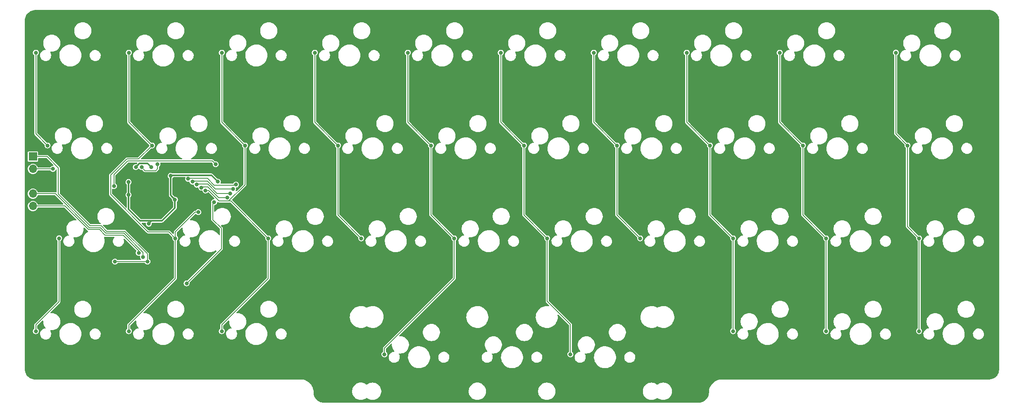
<source format=gtl>
%TF.GenerationSoftware,KiCad,Pcbnew,7.0.6*%
%TF.CreationDate,2023-07-31T23:10:21-04:00*%
%TF.ProjectId,cutiepie2040-hotswap,63757469-6570-4696-9532-3034302d686f,rev?*%
%TF.SameCoordinates,PX2d6b3a0PY6f46b48*%
%TF.FileFunction,Copper,L1,Top*%
%TF.FilePolarity,Positive*%
%FSLAX46Y46*%
G04 Gerber Fmt 4.6, Leading zero omitted, Abs format (unit mm)*
G04 Created by KiCad (PCBNEW 7.0.6) date 2023-07-31 23:10:21*
%MOMM*%
%LPD*%
G01*
G04 APERTURE LIST*
%TA.AperFunction,ComponentPad*%
%ADD10C,0.650000*%
%TD*%
%TA.AperFunction,ComponentPad*%
%ADD11R,1.700000X1.700000*%
%TD*%
%TA.AperFunction,ComponentPad*%
%ADD12O,1.700000X1.700000*%
%TD*%
%TA.AperFunction,ViaPad*%
%ADD13C,0.800000*%
%TD*%
%TA.AperFunction,Conductor*%
%ADD14C,0.200000*%
%TD*%
%TA.AperFunction,Conductor*%
%ADD15C,0.650000*%
%TD*%
%TA.AperFunction,Conductor*%
%ADD16C,0.300000*%
%TD*%
G04 APERTURE END LIST*
D10*
%TO.P,U1,57,GND*%
%TO.N,GND*%
X27553188Y41587608D03*
X27553188Y42862608D03*
X27553188Y44137608D03*
X26278188Y41587608D03*
X26278188Y42862608D03*
X26278188Y44137608D03*
X25003188Y41587608D03*
X25003188Y42862608D03*
X25003188Y44137608D03*
%TD*%
D11*
%TO.P,J2,1,Pin_1*%
%TO.N,RESET*%
X1849880Y50712794D03*
D12*
%TO.P,J2,2,Pin_2*%
%TO.N,+3V3*%
X1849880Y48172794D03*
%TO.P,J2,3,Pin_3*%
%TO.N,GND*%
X1849880Y45632794D03*
%TO.P,J2,4,Pin_4*%
%TO.N,SWDIO*%
X1849880Y43092794D03*
%TO.P,J2,5,Pin_5*%
%TO.N,SWCLK*%
X1849880Y40552794D03*
%TD*%
D13*
%TO.N,+1V1*%
X24110217Y48518091D03*
X27384444Y49113405D03*
%TO.N,GND*%
X24110217Y33635241D03*
X31849299Y38993067D03*
X27384444Y34528212D03*
X16428164Y60126714D03*
X20471304Y47922777D03*
X27086787Y31849299D03*
X32031642Y45839178D03*
X14518164Y50304033D03*
X34230555Y39886038D03*
X22919589Y51792318D03*
%TO.N,+3V3*%
X39760232Y45541521D03*
X22919589Y48518091D03*
X5953140Y48172794D03*
X30956328Y41862608D03*
X30063357Y46732149D03*
X25598502Y36909468D03*
X26078189Y48518091D03*
X21431304Y45462608D03*
X21431304Y42862608D03*
%TO.N,row1*%
X18454734Y44648550D03*
X39290724Y49113405D03*
%TO.N,RESET*%
X18667077Y29170386D03*
X25300845Y29170386D03*
%TO.N,SWDIO*%
X24407874Y30063357D03*
%TO.N,SWCLK*%
X23514903Y30956328D03*
%TO.N,col0*%
X2439880Y14883037D03*
X7202380Y33933037D03*
X2439880Y72033037D03*
X4821130Y52983037D03*
%TO.N,col1*%
X31014880Y33933037D03*
X21489880Y72033037D03*
X35718840Y39290724D03*
X26252380Y52983037D03*
X21489880Y14883037D03*
%TO.N,col2*%
X40539880Y14883037D03*
X37207125Y43755579D03*
X45302380Y52983037D03*
X40539880Y72033037D03*
X50064880Y33933037D03*
%TO.N,col3*%
X36314154Y44350893D03*
X64352380Y52983037D03*
X41671980Y42267294D03*
X59589880Y72033037D03*
X69114880Y33933037D03*
%TO.N,col4*%
X35421183Y44946207D03*
X83402380Y52983037D03*
X78639880Y72033037D03*
X73877380Y10120537D03*
X88164880Y33933037D03*
X42267294Y43160265D03*
%TO.N,col5*%
X97689880Y72033037D03*
X34528212Y45541521D03*
X102452380Y52983037D03*
X42862608Y44053236D03*
X111977380Y10120537D03*
X107214880Y33933037D03*
%TO.N,col6*%
X121502380Y52983037D03*
X43457922Y44946207D03*
X116739880Y72033037D03*
X33635241Y46136835D03*
X126264880Y33933037D03*
%TO.N,col7*%
X135789880Y72033037D03*
X145314880Y14883037D03*
X145314880Y33933037D03*
X140552380Y52983037D03*
%TO.N,col8*%
X154839880Y72033037D03*
X164364880Y14883037D03*
X164364880Y33933037D03*
X159602380Y52983037D03*
%TO.N,col9*%
X178652380Y72033037D03*
X183414880Y33933037D03*
X181033630Y52983037D03*
X183415462Y14882785D03*
%TO.N,Net-(R_Flash1-Pad1)*%
X33337584Y24705531D03*
X38993067Y41374323D03*
%TD*%
D14*
%TO.N,+1V1*%
X24110217Y48518091D02*
X24810217Y47818091D01*
X24810217Y47818091D02*
X26982101Y47818091D01*
X27384444Y48220434D02*
X27384444Y49113405D01*
X26982101Y47818091D02*
X27384444Y48220434D01*
D15*
%TO.N,GND*%
X26278188Y44137608D02*
X27553188Y42862608D01*
X26278188Y41587608D02*
X27553188Y42862608D01*
X25003188Y42862608D02*
X26278188Y41587608D01*
X25003188Y41587608D02*
X27553188Y44137608D01*
X25003188Y44137608D02*
X27553188Y41587608D01*
X25003188Y42862608D02*
X26278188Y44137608D01*
D16*
%TO.N,+3V3*%
X30218043Y46886835D02*
X38414918Y46886835D01*
X38414918Y46886835D02*
X39760232Y45541521D01*
X22919589Y48518091D02*
X23669589Y49268091D01*
X28277415Y37504782D02*
X30956328Y40183695D01*
X23669589Y49268091D02*
X25328189Y49268091D01*
X21431304Y45462608D02*
X21431304Y42862608D01*
X21431304Y42862608D02*
X21431304Y39886038D01*
X30956328Y40183695D02*
X30956328Y41862608D01*
X25598502Y36909468D02*
X26193816Y37504782D01*
X30063357Y46732149D02*
X30063357Y42755579D01*
X23812560Y37504782D02*
X28277415Y37504782D01*
X21431304Y39886038D02*
X23812560Y37504782D01*
X30063357Y42755579D02*
X30956328Y41862608D01*
D14*
X1849880Y48172794D02*
X5905500Y48172794D01*
D16*
X25328189Y49268091D02*
X26078189Y48518091D01*
X30063357Y46732149D02*
X30218043Y46886835D01*
D14*
%TO.N,row1*%
X21238333Y49813405D02*
X18454734Y47029806D01*
X39290724Y49113405D02*
X38590724Y49813405D01*
X18454734Y47029806D02*
X18454734Y44648550D01*
X38590724Y49813405D02*
X21238333Y49813405D01*
%TO.N,RESET*%
X13589658Y36518840D02*
X7046000Y43062497D01*
X16961582Y35366794D02*
X15809536Y36518840D01*
X18667077Y29170386D02*
X25300845Y29170386D01*
X7046000Y48397591D02*
X7046000Y43062497D01*
X1849880Y50712794D02*
X4730797Y50712794D01*
X25300845Y30726022D02*
X20660072Y35366794D01*
X20660072Y35366794D02*
X16961582Y35366794D01*
X25300845Y29170386D02*
X25300845Y30726022D01*
X15809536Y36518840D02*
X13589658Y36518840D01*
X4730797Y50712794D02*
X7046000Y48397591D01*
%TO.N,SWDIO*%
X16795896Y34966794D02*
X20494387Y34966794D01*
X15643850Y36118840D02*
X16795896Y34966794D01*
X24407874Y30063357D02*
X24407874Y31053307D01*
X24407874Y31053307D02*
X20494387Y34966794D01*
X6450018Y43092794D02*
X1849880Y43092794D01*
X13423972Y36118840D02*
X15643850Y36118840D01*
X13423972Y36118840D02*
X6450018Y43092794D01*
%TO.N,SWCLK*%
X16961582Y34566794D02*
X16668792Y34566794D01*
X23514903Y30956328D02*
X23514903Y31380592D01*
X19904437Y34566794D02*
X16630210Y34566794D01*
X15478164Y35718840D02*
X13258286Y35718840D01*
X13258286Y35718840D02*
X8424332Y40552794D01*
X8424332Y40552794D02*
X1849880Y40552794D01*
X16630210Y34566794D02*
X15478164Y35718840D01*
X23514903Y31380592D02*
X20328701Y34566794D01*
X20328701Y34566794D02*
X16961582Y34566794D01*
%TO.N,col0*%
X2439880Y14883037D02*
X2439880Y16174746D01*
X7202380Y33933037D02*
X7202380Y20937247D01*
X4821130Y52983037D02*
X2439880Y55364287D01*
X2439880Y55364287D02*
X2439880Y72033037D01*
X2439880Y16174746D02*
X7202380Y20937247D01*
%TO.N,col1*%
X21489880Y16174746D02*
X21489880Y14883037D01*
X29719705Y35228212D02*
X31014880Y33933037D01*
X21072647Y50213405D02*
X17754734Y46895492D01*
X23482748Y50213405D02*
X21072647Y50213405D01*
X35718840Y39290724D02*
X35080858Y39290724D01*
X31014880Y35224746D02*
X31014880Y33933037D01*
X31014880Y25699746D02*
X21489880Y16174746D01*
X35080858Y39290724D02*
X31014880Y35224746D01*
X17754734Y42926212D02*
X25452734Y35228212D01*
X17754734Y46895492D02*
X17754734Y42926212D01*
X21489880Y57745537D02*
X21489880Y72033037D01*
X26252380Y52983037D02*
X21489880Y57745537D01*
X26252380Y52983037D02*
X23482748Y50213405D01*
X25452734Y35228212D02*
X29719705Y35228212D01*
X31014880Y33933037D02*
X31014880Y25699746D01*
%TO.N,col2*%
X45302380Y52983037D02*
X45302380Y44907744D01*
X42430623Y41567294D02*
X50064880Y33933037D01*
X40539880Y16174746D02*
X50064880Y25699746D01*
X45302380Y44907744D02*
X41961930Y41567294D01*
X40539880Y57745537D02*
X40539880Y72033037D01*
X37823976Y43755579D02*
X40012261Y41567294D01*
X37207125Y43755579D02*
X37823976Y43755579D01*
X50064880Y33933037D02*
X50064880Y25699746D01*
X40012261Y41567294D02*
X42430623Y41567294D01*
X40539880Y14883037D02*
X40539880Y16174746D01*
X41961930Y41567294D02*
X40012261Y41567294D01*
X45302380Y52983037D02*
X40539880Y57745537D01*
%TO.N,col3*%
X64352380Y38695537D02*
X64352380Y52983037D01*
X69114880Y33933037D02*
X64352380Y38695537D01*
X39877946Y42267294D02*
X41671980Y42267294D01*
X37689660Y44455579D02*
X39877946Y42267294D01*
X36418840Y44455579D02*
X37689660Y44455579D01*
X64352380Y52983037D02*
X59589880Y57745537D01*
X36314154Y44350893D02*
X36418840Y44455579D01*
X59589880Y57745537D02*
X59589880Y72033037D01*
%TO.N,col4*%
X73877380Y10120537D02*
X73877380Y11412246D01*
X83402380Y52983037D02*
X78639880Y57745537D01*
X39550660Y43160265D02*
X42267294Y43160265D01*
X35421183Y44946207D02*
X35525869Y45050893D01*
X83402380Y38695537D02*
X83402380Y52983037D01*
X73877380Y11412246D02*
X88164880Y25699747D01*
X88164880Y33933037D02*
X83402380Y38695537D01*
X35525869Y45050893D02*
X37660032Y45050893D01*
X78639880Y57745537D02*
X78639880Y72033037D01*
X88164880Y33933037D02*
X88164880Y25699747D01*
X37660032Y45050893D02*
X39550660Y43160265D01*
%TO.N,col5*%
X107214880Y21009956D02*
X111977380Y16247456D01*
X107214880Y33933037D02*
X107214880Y21009956D01*
X102452380Y52983037D02*
X97689880Y57745537D01*
X39223374Y44053236D02*
X42862608Y44053236D01*
X34528212Y45541521D02*
X34632898Y45646207D01*
X111977380Y16247456D02*
X111977380Y10120537D01*
X34632898Y45646207D02*
X37630403Y45646207D01*
X102452380Y52983037D02*
X102452380Y38695537D01*
X97689880Y57745537D02*
X97689880Y72033037D01*
X102452380Y38695537D02*
X107214880Y33933037D01*
X37630403Y45646207D02*
X39223374Y44053236D01*
%TO.N,col6*%
X121502380Y52983037D02*
X116739880Y57745537D01*
X43353236Y44841521D02*
X43457922Y44946207D01*
X121502380Y38695537D02*
X121502380Y52983037D01*
X37600774Y46241521D02*
X39000774Y44841521D01*
X33635241Y46136835D02*
X33739927Y46241521D01*
X126264880Y33933037D02*
X121502380Y38695537D01*
X116739880Y57745537D02*
X116739880Y72033037D01*
X33739927Y46241521D02*
X37600774Y46241521D01*
X39000774Y44841521D02*
X43353236Y44841521D01*
%TO.N,col7*%
X145314880Y33933037D02*
X140552380Y38695537D01*
X140552380Y38695537D02*
X140552380Y52983037D01*
X135789880Y57745537D02*
X135789880Y72033037D01*
X145314880Y33933037D02*
X145314880Y14883037D01*
X140552380Y52983037D02*
X135789880Y57745537D01*
%TO.N,col8*%
X154839880Y57745537D02*
X154839880Y72033037D01*
X164364880Y33933037D02*
X159602380Y38695537D01*
X159602380Y52983037D02*
X154839880Y57745537D01*
X159602380Y38695537D02*
X159602380Y52983037D01*
X164364880Y33933037D02*
X164364880Y14883037D01*
%TO.N,col9*%
X181033630Y52983037D02*
X178652380Y55364287D01*
X183414880Y14883367D02*
X183414880Y33933037D01*
X183414880Y33933037D02*
X181033630Y36314287D01*
X178652380Y55364287D02*
X178652380Y72033037D01*
X181033630Y36314287D02*
X181033630Y52983037D01*
X183415462Y14882785D02*
X183414880Y14883367D01*
%TO.N,Net-(R_Flash1-Pad1)*%
X38695265Y41076521D02*
X38993067Y41374323D01*
X38695265Y37740457D02*
X38695265Y41076521D01*
X33337584Y24705531D02*
X40447780Y31815727D01*
X40447780Y31815727D02*
X40447780Y35987942D01*
X40447780Y35987942D02*
X38695265Y37740457D01*
%TD*%
%TA.AperFunction,Conductor*%
%TO.N,GND*%
G36*
X2396595Y80762224D02*
G01*
X2410155Y80761582D01*
X2430223Y80760630D01*
X2430229Y80760633D01*
X2432158Y80760921D01*
X2450562Y80762294D01*
X197927621Y80762294D01*
X197946556Y80760840D01*
X198190224Y80723191D01*
X198197942Y80721488D01*
X198445227Y80650152D01*
X198452663Y80647484D01*
X198688879Y80545266D01*
X198695907Y80541676D01*
X198917191Y80410246D01*
X198923722Y80405781D01*
X199126491Y80247267D01*
X199132400Y80242007D01*
X199313352Y80058994D01*
X199318532Y80053040D01*
X199400904Y79945176D01*
X199474741Y79848487D01*
X199479132Y79841906D01*
X199608044Y79619156D01*
X199611562Y79612070D01*
X199628156Y79572501D01*
X199711095Y79374723D01*
X199713681Y79367254D01*
X199782212Y79119178D01*
X199783829Y79111434D01*
X199820245Y78856662D01*
X199820863Y78848776D01*
X199824380Y78604972D01*
X199824380Y78584059D01*
X199824305Y78581022D01*
X199822927Y78553111D01*
X199822657Y78547640D01*
X199823043Y78545036D01*
X199824380Y78526873D01*
X199824380Y6897478D01*
X199822999Y6879021D01*
X199785615Y6630658D01*
X199783941Y6622926D01*
X199712464Y6371473D01*
X199709820Y6364016D01*
X199630771Y6179375D01*
X199609050Y6128639D01*
X199606941Y6123714D01*
X199603370Y6116655D01*
X199470750Y5891381D01*
X199466310Y5884833D01*
X199306113Y5678266D01*
X199300876Y5672336D01*
X199115700Y5487822D01*
X199109750Y5482606D01*
X198902603Y5323151D01*
X198896040Y5318734D01*
X198703038Y5206044D01*
X198670503Y5187047D01*
X198670297Y5186927D01*
X198663224Y5183382D01*
X198422548Y5081364D01*
X198415082Y5078747D01*
X198163373Y5008173D01*
X198155640Y5006529D01*
X198000193Y4983703D01*
X197897005Y4968550D01*
X197889121Y4967902D01*
X197636512Y4963294D01*
X197620635Y4963294D01*
X197617842Y4963358D01*
X197603950Y4963991D01*
X197583954Y4964903D01*
X197582637Y4964702D01*
X197564003Y4963294D01*
X142925587Y4963294D01*
X142907406Y4964634D01*
X142904856Y4965012D01*
X142871462Y4963369D01*
X142868419Y4963294D01*
X142852290Y4963294D01*
X142852289Y4963294D01*
X142845375Y4962515D01*
X142845334Y4962873D01*
X142836734Y4961690D01*
X142717664Y4955829D01*
X142574026Y4932443D01*
X142426425Y4908412D01*
X142426417Y4908410D01*
X142426418Y4908410D01*
X142142329Y4828687D01*
X141868936Y4717647D01*
X141609719Y4576707D01*
X141609714Y4576705D01*
X141609711Y4576702D01*
X141454438Y4468130D01*
X141367884Y4407609D01*
X141146526Y4212517D01*
X141146524Y4212515D01*
X140948394Y3993855D01*
X140948393Y3993852D01*
X140775997Y3754389D01*
X140775994Y3754384D01*
X140631491Y3497120D01*
X140516701Y3225285D01*
X140506747Y3191605D01*
X140433071Y2942314D01*
X140401680Y2764934D01*
X140381649Y2651745D01*
X140363088Y2357272D01*
X140369155Y2234168D01*
X140368501Y2213970D01*
X140341338Y1976526D01*
X140340038Y1969146D01*
X140281454Y1724178D01*
X140279274Y1717008D01*
X140191586Y1480878D01*
X140188558Y1474023D01*
X140073050Y1250191D01*
X140069218Y1243751D01*
X139927573Y1035474D01*
X139922992Y1029543D01*
X139757275Y839860D01*
X139752012Y834525D01*
X139564631Y666192D01*
X139558764Y661529D01*
X139352474Y517022D01*
X139346088Y513101D01*
X139123866Y394502D01*
X139117060Y391383D01*
X138982438Y339260D01*
X138882173Y300440D01*
X138875034Y298161D01*
X138679230Y248462D01*
X138630892Y236193D01*
X138623533Y234792D01*
X138373699Y202704D01*
X138366222Y202200D01*
X138128495Y200558D01*
X138123998Y200794D01*
X138122470Y200794D01*
X138106912Y200794D01*
X138103596Y200883D01*
X138070774Y202641D01*
X138066719Y202057D01*
X138049068Y200794D01*
X61661497Y200794D01*
X61653063Y201370D01*
X61642436Y202828D01*
X61615557Y201210D01*
X61610502Y200906D01*
X61606784Y200794D01*
X61590924Y200794D01*
X61585853Y200524D01*
X61497506Y200998D01*
X61327536Y201911D01*
X61319438Y202485D01*
X61050909Y239304D01*
X61042955Y240930D01*
X60781542Y312481D01*
X60773869Y315131D01*
X60589316Y392737D01*
X60524026Y420192D01*
X60516768Y423820D01*
X60282775Y560592D01*
X60276049Y565138D01*
X60061907Y731284D01*
X60055832Y736669D01*
X59956539Y837030D01*
X59865211Y929341D01*
X59859898Y935465D01*
X59696049Y1151377D01*
X59691579Y1158147D01*
X59557320Y1393586D01*
X59553769Y1400886D01*
X59451384Y1651846D01*
X59448817Y1659541D01*
X59380065Y1921719D01*
X59378527Y1929675D01*
X59346396Y2184207D01*
X59345608Y2206525D01*
X59352270Y2327740D01*
X59347722Y2407009D01*
X67245880Y2407009D01*
X67266498Y2270220D01*
X67285609Y2143431D01*
X67285610Y2143429D01*
X67285611Y2143423D01*
X67364180Y1888710D01*
X67479830Y1648560D01*
X67479831Y1648558D01*
X67479832Y1648557D01*
X67479835Y1648551D01*
X67596551Y1477360D01*
X67629994Y1428308D01*
X67811296Y1232910D01*
X67811300Y1232907D01*
X67811301Y1232906D01*
X68019706Y1066708D01*
X68250554Y933428D01*
X68498688Y836042D01*
X68758565Y776727D01*
X68808382Y772994D01*
X68957827Y761794D01*
X68957833Y761794D01*
X69090933Y761794D01*
X69223772Y771750D01*
X69290195Y776727D01*
X69550072Y836042D01*
X69798206Y933428D01*
X70029054Y1066708D01*
X70153397Y1165870D01*
X70218083Y1192278D01*
X70286778Y1179523D01*
X70308021Y1165872D01*
X70432706Y1066438D01*
X70663554Y933158D01*
X70911688Y835772D01*
X71171565Y776457D01*
X71221381Y772724D01*
X71370827Y761524D01*
X71370833Y761524D01*
X71503933Y761524D01*
X71636772Y771480D01*
X71703195Y776457D01*
X71963072Y835772D01*
X72211206Y933158D01*
X72442054Y1066438D01*
X72650459Y1232636D01*
X72650714Y1232910D01*
X72691060Y1276395D01*
X72831766Y1428038D01*
X72981925Y1648280D01*
X72982059Y1648557D01*
X73006190Y1698669D01*
X73097581Y1888443D01*
X73176151Y2143161D01*
X73215880Y2406744D01*
X73215880Y2407009D01*
X91121880Y2407009D01*
X91142498Y2270220D01*
X91161609Y2143431D01*
X91161610Y2143429D01*
X91161611Y2143423D01*
X91240180Y1888710D01*
X91355830Y1648560D01*
X91355831Y1648558D01*
X91355832Y1648557D01*
X91355835Y1648551D01*
X91472551Y1477360D01*
X91505994Y1428308D01*
X91687296Y1232910D01*
X91687300Y1232907D01*
X91687301Y1232906D01*
X91895706Y1066708D01*
X92126554Y933428D01*
X92374688Y836042D01*
X92634565Y776727D01*
X92684381Y772994D01*
X92833827Y761794D01*
X92833833Y761794D01*
X92966933Y761794D01*
X93099772Y771750D01*
X93166195Y776727D01*
X93426072Y836042D01*
X93674206Y933428D01*
X93905054Y1066708D01*
X94113459Y1232906D01*
X94294766Y1428308D01*
X94444925Y1648550D01*
X94448324Y1655607D01*
X94469190Y1698939D01*
X94560581Y1888713D01*
X94639151Y2143431D01*
X94678839Y2406739D01*
X105345880Y2406739D01*
X105353337Y2357268D01*
X105385609Y2143161D01*
X105385610Y2143159D01*
X105385611Y2143153D01*
X105464180Y1888440D01*
X105579830Y1648290D01*
X105579831Y1648288D01*
X105579832Y1648287D01*
X105579835Y1648281D01*
X105696367Y1477360D01*
X105729994Y1428038D01*
X105911296Y1232640D01*
X105911300Y1232637D01*
X105911301Y1232636D01*
X106119706Y1066438D01*
X106350554Y933158D01*
X106598688Y835772D01*
X106858565Y776457D01*
X106908381Y772724D01*
X107057827Y761524D01*
X107057833Y761524D01*
X107190933Y761524D01*
X107323772Y771480D01*
X107390195Y776457D01*
X107650072Y835772D01*
X107898206Y933158D01*
X108129054Y1066438D01*
X108337459Y1232636D01*
X108337714Y1232910D01*
X108378060Y1276395D01*
X108518766Y1428038D01*
X108668925Y1648280D01*
X108669059Y1648557D01*
X108693190Y1698669D01*
X108784581Y1888443D01*
X108863151Y2143161D01*
X108902879Y2406739D01*
X126808880Y2406739D01*
X126816337Y2357268D01*
X126848609Y2143161D01*
X126848610Y2143159D01*
X126848611Y2143153D01*
X126927180Y1888440D01*
X127042830Y1648290D01*
X127042831Y1648288D01*
X127042832Y1648287D01*
X127042835Y1648281D01*
X127159367Y1477360D01*
X127192994Y1428038D01*
X127374296Y1232640D01*
X127374300Y1232637D01*
X127374301Y1232636D01*
X127582706Y1066438D01*
X127813554Y933158D01*
X128061688Y835772D01*
X128321565Y776457D01*
X128371381Y772724D01*
X128520827Y761524D01*
X128520833Y761524D01*
X128653933Y761524D01*
X128786772Y771480D01*
X128853195Y776457D01*
X129113072Y835772D01*
X129361206Y933158D01*
X129592054Y1066438D01*
X129716568Y1165736D01*
X129781253Y1192143D01*
X129849949Y1179388D01*
X129871189Y1165738D01*
X129995706Y1066438D01*
X130226554Y933158D01*
X130474688Y835772D01*
X130734565Y776457D01*
X130784382Y772724D01*
X130933827Y761524D01*
X130933833Y761524D01*
X131066933Y761524D01*
X131199772Y771480D01*
X131266195Y776457D01*
X131526072Y835772D01*
X131774206Y933158D01*
X132005054Y1066438D01*
X132213459Y1232636D01*
X132213714Y1232910D01*
X132254060Y1276395D01*
X132394766Y1428038D01*
X132544925Y1648280D01*
X132545059Y1648557D01*
X132569190Y1698669D01*
X132660581Y1888443D01*
X132739151Y2143161D01*
X132778880Y2406744D01*
X132778880Y2673304D01*
X132739151Y2936887D01*
X132660581Y3191605D01*
X132544925Y3431767D01*
X132394766Y3652010D01*
X132317473Y3735312D01*
X132213463Y3847409D01*
X132162512Y3888041D01*
X132005054Y4013610D01*
X131774206Y4146890D01*
X131526072Y4244276D01*
X131526063Y4244278D01*
X131526060Y4244279D01*
X131266192Y4303592D01*
X131066933Y4318524D01*
X131066927Y4318524D01*
X130933833Y4318524D01*
X130933827Y4318524D01*
X130734567Y4303592D01*
X130474699Y4244279D01*
X130474691Y4244277D01*
X130474688Y4244276D01*
X130474685Y4244276D01*
X130474682Y4244274D01*
X130226553Y4146890D01*
X129995706Y4013611D01*
X129871191Y3914314D01*
X129806504Y3887906D01*
X129737809Y3900663D01*
X129716566Y3914315D01*
X129664014Y3956223D01*
X129592054Y4013610D01*
X129361206Y4146890D01*
X129113072Y4244276D01*
X129113063Y4244278D01*
X129113060Y4244279D01*
X128853192Y4303592D01*
X128653933Y4318524D01*
X128653927Y4318524D01*
X128520833Y4318524D01*
X128520827Y4318524D01*
X128321567Y4303592D01*
X128061699Y4244279D01*
X128061691Y4244277D01*
X128061688Y4244276D01*
X128061685Y4244276D01*
X128061682Y4244274D01*
X127813553Y4146890D01*
X127582706Y4013610D01*
X127374296Y3847409D01*
X127192994Y3652011D01*
X127042831Y3431762D01*
X127042830Y3431761D01*
X126927180Y3191609D01*
X126848611Y2936896D01*
X126848610Y2936891D01*
X126848609Y2936887D01*
X126845548Y2916577D01*
X126808880Y2673310D01*
X126808880Y2406739D01*
X108902879Y2406739D01*
X108902880Y2406744D01*
X108902880Y2673304D01*
X108863151Y2936887D01*
X108784581Y3191605D01*
X108668925Y3431767D01*
X108518766Y3652010D01*
X108441473Y3735312D01*
X108337463Y3847409D01*
X108286512Y3888041D01*
X108129054Y4013610D01*
X107898206Y4146890D01*
X107650072Y4244276D01*
X107650063Y4244278D01*
X107650060Y4244279D01*
X107390192Y4303592D01*
X107190933Y4318524D01*
X107190927Y4318524D01*
X107057833Y4318524D01*
X107057827Y4318524D01*
X106858567Y4303592D01*
X106598699Y4244279D01*
X106598691Y4244277D01*
X106598688Y4244276D01*
X106598685Y4244276D01*
X106598682Y4244274D01*
X106350553Y4146890D01*
X106119706Y4013610D01*
X105911296Y3847409D01*
X105729994Y3652011D01*
X105579831Y3431762D01*
X105579830Y3431761D01*
X105464180Y3191609D01*
X105385611Y2936896D01*
X105385610Y2936891D01*
X105385609Y2936887D01*
X105382548Y2916577D01*
X105345880Y2673310D01*
X105345880Y2406739D01*
X94678839Y2406739D01*
X94678880Y2407014D01*
X94678880Y2673574D01*
X94639151Y2937157D01*
X94560581Y3191875D01*
X94445058Y3431761D01*
X94444929Y3432029D01*
X94444928Y3432031D01*
X94444927Y3432032D01*
X94444925Y3432037D01*
X94294766Y3652280D01*
X94284615Y3663220D01*
X94113463Y3847679D01*
X94029735Y3914450D01*
X93905054Y4013880D01*
X93674206Y4147160D01*
X93426072Y4244546D01*
X93426063Y4244548D01*
X93426060Y4244549D01*
X93166192Y4303862D01*
X92966933Y4318794D01*
X92966927Y4318794D01*
X92833833Y4318794D01*
X92833827Y4318794D01*
X92634567Y4303862D01*
X92374699Y4244549D01*
X92374691Y4244547D01*
X92374688Y4244546D01*
X92374685Y4244546D01*
X92374682Y4244544D01*
X92126553Y4147160D01*
X91895706Y4013880D01*
X91687296Y3847679D01*
X91505994Y3652281D01*
X91355831Y3432032D01*
X91355830Y3432031D01*
X91240180Y3191879D01*
X91161611Y2937166D01*
X91161610Y2937161D01*
X91161609Y2937157D01*
X91158507Y2916577D01*
X91121880Y2673580D01*
X91121880Y2407009D01*
X73215880Y2407009D01*
X73215880Y2673304D01*
X73176151Y2936887D01*
X73097581Y3191605D01*
X72981925Y3431767D01*
X72831766Y3652010D01*
X72754473Y3735312D01*
X72650463Y3847409D01*
X72599512Y3888041D01*
X72442054Y4013610D01*
X72211206Y4146890D01*
X71963072Y4244276D01*
X71963063Y4244278D01*
X71963060Y4244279D01*
X71703192Y4303592D01*
X71503933Y4318524D01*
X71503927Y4318524D01*
X71370833Y4318524D01*
X71370827Y4318524D01*
X71171567Y4303592D01*
X70911699Y4244279D01*
X70911691Y4244277D01*
X70911688Y4244276D01*
X70911685Y4244276D01*
X70911682Y4244274D01*
X70663553Y4146890D01*
X70432706Y4013611D01*
X70308361Y3914449D01*
X70243674Y3888041D01*
X70174979Y3900798D01*
X70153737Y3914450D01*
X70029057Y4013878D01*
X69798206Y4147160D01*
X69550077Y4244544D01*
X69550072Y4244546D01*
X69550063Y4244548D01*
X69550060Y4244549D01*
X69290192Y4303862D01*
X69090933Y4318794D01*
X69090927Y4318794D01*
X68957833Y4318794D01*
X68957827Y4318794D01*
X68758567Y4303862D01*
X68498699Y4244549D01*
X68498691Y4244547D01*
X68498688Y4244546D01*
X68498685Y4244546D01*
X68498682Y4244544D01*
X68250553Y4147160D01*
X68019706Y4013880D01*
X67811296Y3847679D01*
X67629994Y3652281D01*
X67479831Y3432032D01*
X67479830Y3432031D01*
X67364180Y3191879D01*
X67285611Y2937166D01*
X67285610Y2937161D01*
X67285609Y2937157D01*
X67282507Y2916577D01*
X67245880Y2673580D01*
X67245880Y2407009D01*
X59347722Y2407009D01*
X59335271Y2624043D01*
X59285204Y2916580D01*
X59202698Y3201671D01*
X59088790Y3475733D01*
X59068640Y3512088D01*
X58944917Y3735312D01*
X58944913Y3735319D01*
X58817584Y3914314D01*
X58772878Y3977161D01*
X58665915Y4096563D01*
X58574851Y4198218D01*
X58574848Y4198220D01*
X58522885Y4244544D01*
X58353308Y4395720D01*
X58250995Y4468130D01*
X58111056Y4567169D01*
X58111043Y4567177D01*
X57851120Y4710422D01*
X57851107Y4710428D01*
X57576786Y4823669D01*
X57576785Y4823670D01*
X57291499Y4905487D01*
X57291500Y4905487D01*
X57291496Y4905488D01*
X57196265Y4921551D01*
X56998851Y4954849D01*
X56998833Y4954851D01*
X56878192Y4961480D01*
X56869199Y4962742D01*
X56869174Y4962515D01*
X56862257Y4963294D01*
X56862256Y4963294D01*
X56846868Y4963294D01*
X56843490Y4963387D01*
X56810845Y4965180D01*
X56801959Y4963914D01*
X56793206Y4963294D01*
X2122522Y4963294D01*
X2103328Y4964789D01*
X1855819Y5003568D01*
X1848096Y5005289D01*
X1596866Y5078346D01*
X1589425Y5081035D01*
X1349526Y5185467D01*
X1342490Y5189079D01*
X1125287Y5318734D01*
X1117829Y5323186D01*
X1111317Y5327659D01*
X905537Y5489267D01*
X899644Y5494536D01*
X721885Y5675131D01*
X716099Y5681010D01*
X710928Y5686981D01*
X552605Y5895290D01*
X548230Y5901879D01*
X417698Y6128639D01*
X414201Y6135722D01*
X313576Y6377260D01*
X311012Y6384723D01*
X241933Y6637112D01*
X240344Y6644823D01*
X203940Y6903945D01*
X203342Y6911826D01*
X200380Y7158793D01*
X200380Y7180991D01*
X200463Y7184201D01*
X200599Y7186839D01*
X202176Y7217242D01*
X202174Y7217246D01*
X201673Y7220699D01*
X200380Y7238559D01*
X200380Y10120536D01*
X73271698Y10120536D01*
X73292335Y9963777D01*
X73292336Y9963775D01*
X73320244Y9896398D01*
X73352844Y9817696D01*
X73449098Y9692255D01*
X73574539Y9596001D01*
X73720618Y9535493D01*
X73798999Y9525174D01*
X73877379Y9514855D01*
X73877380Y9514855D01*
X73877381Y9514855D01*
X73929634Y9521735D01*
X74034142Y9535493D01*
X74180221Y9596001D01*
X74305662Y9692255D01*
X74401916Y9817696D01*
X74462424Y9963775D01*
X74483062Y10120537D01*
X74474814Y10183184D01*
X74463641Y10268056D01*
X74462424Y10277299D01*
X74401916Y10423378D01*
X74305662Y10548819D01*
X74305660Y10548820D01*
X74305660Y10548821D01*
X74226393Y10609644D01*
X74185190Y10666072D01*
X74177879Y10708015D01*
X74177879Y11236416D01*
X74197564Y11303454D01*
X74214193Y11324091D01*
X75186766Y12296663D01*
X75248088Y12330147D01*
X75317780Y12325163D01*
X75373713Y12283291D01*
X75398130Y12217827D01*
X75398100Y12199729D01*
X75397880Y12196789D01*
X75397880Y11933805D01*
X75437070Y11673791D01*
X75437072Y11673785D01*
X75514582Y11422506D01*
X75628675Y11185589D01*
X75628677Y11185587D01*
X75628678Y11185584D01*
X75776810Y10968314D01*
X75875472Y10861981D01*
X75877589Y10859700D01*
X75908757Y10797168D01*
X75901170Y10727711D01*
X75857236Y10673382D01*
X75798478Y10651921D01*
X75683902Y10640980D01*
X75667648Y10639428D01*
X75667644Y10639427D01*
X75460681Y10578658D01*
X75268943Y10479810D01*
X75099392Y10346473D01*
X75099389Y10346469D01*
X74958135Y10183454D01*
X74958126Y10183443D01*
X74850277Y9996642D01*
X74779727Y9792801D01*
X74779726Y9792796D01*
X74779726Y9792795D01*
X74749027Y9579282D01*
X74759291Y9363818D01*
X74785078Y9257523D01*
X74810147Y9154187D01*
X74856049Y9053677D01*
X74899755Y8957975D01*
X75024878Y8782264D01*
X75180993Y8633408D01*
X75362459Y8516788D01*
X75562716Y8436617D01*
X75668621Y8416206D01*
X75774525Y8395794D01*
X75774526Y8395794D01*
X75936182Y8395794D01*
X75936189Y8395794D01*
X76097112Y8411160D01*
X76304082Y8471932D01*
X76495812Y8570776D01*
X76503404Y8576746D01*
X76575455Y8633408D01*
X76665370Y8704118D01*
X76806629Y8867139D01*
X76914483Y9053948D01*
X76985034Y9257793D01*
X77012668Y9449992D01*
X78710206Y9449992D01*
X78740337Y9150485D01*
X78740338Y9150478D01*
X78810119Y8857665D01*
X78810122Y8857653D01*
X78896592Y8633140D01*
X78918312Y8576746D01*
X79062980Y8312762D01*
X79241542Y8070416D01*
X79349822Y7958455D01*
X79450811Y7854032D01*
X79450818Y7854026D01*
X79574277Y7756532D01*
X79687057Y7667471D01*
X79946059Y7514063D01*
X80223198Y7396546D01*
X80223201Y7396546D01*
X80223204Y7396544D01*
X80513518Y7317019D01*
X80513523Y7317019D01*
X80513528Y7317017D01*
X80811867Y7276894D01*
X80811872Y7276894D01*
X81037558Y7276894D01*
X81201319Y7287857D01*
X81262733Y7291968D01*
X81557726Y7351928D01*
X81842096Y7450672D01*
X82110766Y7586438D01*
X82358944Y7756802D01*
X82582200Y7958725D01*
X82776551Y8188604D01*
X82938527Y8442336D01*
X83065239Y8715393D01*
X83154426Y9002903D01*
X83204495Y9299735D01*
X83213842Y9579282D01*
X84909027Y9579282D01*
X84919291Y9363818D01*
X84945078Y9257523D01*
X84970147Y9154187D01*
X85016049Y9053677D01*
X85059755Y8957975D01*
X85184878Y8782264D01*
X85340993Y8633408D01*
X85522459Y8516788D01*
X85722716Y8436617D01*
X85828621Y8416206D01*
X85934525Y8395794D01*
X85934526Y8395794D01*
X86096182Y8395794D01*
X86096189Y8395794D01*
X86257112Y8411160D01*
X86464082Y8471932D01*
X86655812Y8570776D01*
X86663404Y8576746D01*
X86735455Y8633408D01*
X86825370Y8704118D01*
X86966629Y8867139D01*
X87074483Y9053948D01*
X87145034Y9257793D01*
X87175733Y9471306D01*
X87170602Y9579012D01*
X93799027Y9579012D01*
X93809291Y9363548D01*
X93860081Y9154187D01*
X93860147Y9153917D01*
X93929237Y9002633D01*
X93949755Y8957705D01*
X94074878Y8781994D01*
X94230993Y8633138D01*
X94412459Y8516518D01*
X94612716Y8436347D01*
X94718620Y8415936D01*
X94824525Y8395524D01*
X94824526Y8395524D01*
X94986182Y8395524D01*
X94986189Y8395524D01*
X95147112Y8410890D01*
X95354082Y8471662D01*
X95545812Y8570506D01*
X95546156Y8570776D01*
X95625455Y8633138D01*
X95715370Y8703848D01*
X95856629Y8866869D01*
X95964483Y9053678D01*
X96035034Y9257523D01*
X96062668Y9449722D01*
X97760206Y9449722D01*
X97790337Y9150215D01*
X97790338Y9150208D01*
X97860119Y8857395D01*
X97860122Y8857383D01*
X97919256Y8703846D01*
X97968312Y8576476D01*
X98112980Y8312492D01*
X98291542Y8070146D01*
X98493445Y7861378D01*
X98500811Y7853762D01*
X98500818Y7853756D01*
X98623935Y7756532D01*
X98737057Y7667201D01*
X98996059Y7513793D01*
X99273198Y7396276D01*
X99273201Y7396276D01*
X99273204Y7396274D01*
X99563518Y7316749D01*
X99563523Y7316749D01*
X99563528Y7316747D01*
X99861867Y7276624D01*
X99861872Y7276624D01*
X100087558Y7276624D01*
X100251319Y7287587D01*
X100312733Y7291698D01*
X100607726Y7351658D01*
X100892096Y7450402D01*
X101160766Y7586168D01*
X101408944Y7756532D01*
X101632200Y7958455D01*
X101826551Y8188334D01*
X101988527Y8442066D01*
X102115239Y8715123D01*
X102204426Y9002633D01*
X102254495Y9299465D01*
X102263842Y9579012D01*
X103959027Y9579012D01*
X103969291Y9363548D01*
X104020081Y9154187D01*
X104020147Y9153917D01*
X104089237Y9002633D01*
X104109755Y8957705D01*
X104234878Y8781994D01*
X104390993Y8633138D01*
X104572459Y8516518D01*
X104772716Y8436347D01*
X104878621Y8415936D01*
X104984525Y8395524D01*
X104984526Y8395524D01*
X105146182Y8395524D01*
X105146189Y8395524D01*
X105307112Y8410890D01*
X105514082Y8471662D01*
X105705812Y8570506D01*
X105706156Y8570776D01*
X105785455Y8633138D01*
X105875370Y8703848D01*
X106016629Y8866869D01*
X106124483Y9053678D01*
X106195034Y9257523D01*
X106225733Y9471036D01*
X106215469Y9686500D01*
X106164614Y9896128D01*
X106075005Y10092343D01*
X105949882Y10268054D01*
X105793767Y10416910D01*
X105612301Y10533530D01*
X105574106Y10548821D01*
X105412042Y10613702D01*
X105200235Y10654524D01*
X105200234Y10654524D01*
X105038571Y10654524D01*
X104880476Y10639428D01*
X104877648Y10639158D01*
X104877644Y10639157D01*
X104670681Y10578388D01*
X104478943Y10479540D01*
X104309392Y10346203D01*
X104309389Y10346199D01*
X104168135Y10183184D01*
X104168126Y10183173D01*
X104060277Y9996372D01*
X103989727Y9792531D01*
X103989726Y9792526D01*
X103989726Y9792525D01*
X103959027Y9579012D01*
X102263842Y9579012D01*
X102264554Y9600322D01*
X102234422Y9899836D01*
X102234356Y9900111D01*
X102211417Y9996370D01*
X102164639Y10192661D01*
X102056448Y10473572D01*
X101911780Y10737556D01*
X101883985Y10775279D01*
X101821982Y10859430D01*
X101733218Y10979902D01*
X101523948Y11196287D01*
X101523941Y11196293D01*
X101287706Y11382845D01*
X101287250Y11383115D01*
X101028701Y11536255D01*
X101028697Y11536257D01*
X100751555Y11653775D01*
X100461241Y11733300D01*
X100390139Y11742863D01*
X100162893Y11773424D01*
X99937210Y11773424D01*
X99937202Y11773424D01*
X99712029Y11758351D01*
X99712020Y11758349D01*
X99417031Y11698390D01*
X99132666Y11599647D01*
X98863995Y11463881D01*
X98863993Y11463880D01*
X98615814Y11293515D01*
X98392561Y11091595D01*
X98198206Y10861711D01*
X98036232Y10607982D01*
X98036231Y10607980D01*
X97909525Y10334934D01*
X97909521Y10334925D01*
X97820334Y10047416D01*
X97770311Y9750853D01*
X97770265Y9750583D01*
X97760919Y9471036D01*
X97760206Y9449722D01*
X96062668Y9449722D01*
X96065733Y9471036D01*
X96055469Y9686500D01*
X96004614Y9896128D01*
X95915005Y10092343D01*
X95915003Y10092346D01*
X95891722Y10125040D01*
X95868869Y10191067D01*
X95885342Y10258967D01*
X95935909Y10307183D01*
X96001996Y10320620D01*
X96136720Y10310524D01*
X96136726Y10310524D01*
X96268040Y10310524D01*
X96464598Y10325254D01*
X96464600Y10325255D01*
X96464608Y10325255D01*
X96720978Y10383770D01*
X96965764Y10479841D01*
X97193497Y10611323D01*
X97399090Y10775278D01*
X97577950Y10968044D01*
X97726082Y11185314D01*
X97840178Y11422236D01*
X97917688Y11673516D01*
X97917730Y11673791D01*
X97956879Y11933535D01*
X97956880Y11933544D01*
X97956880Y12196505D01*
X97956879Y12196514D01*
X97917689Y12456528D01*
X97917687Y12456534D01*
X97917606Y12456798D01*
X97840178Y12707812D01*
X97726082Y12944734D01*
X97577950Y13162004D01*
X97399090Y13354770D01*
X97193497Y13518725D01*
X96965764Y13650207D01*
X96720978Y13746278D01*
X96720973Y13746280D01*
X96720964Y13746282D01*
X96502881Y13796058D01*
X96464608Y13804793D01*
X96464607Y13804794D01*
X96464603Y13804794D01*
X96464598Y13804795D01*
X96268040Y13819524D01*
X96268034Y13819524D01*
X96136726Y13819524D01*
X96136720Y13819524D01*
X95940161Y13804795D01*
X95940156Y13804794D01*
X95683795Y13746282D01*
X95683776Y13746276D01*
X95438995Y13650207D01*
X95211263Y13518725D01*
X95005670Y13354770D01*
X95005668Y13354768D01*
X94826810Y13162005D01*
X94678675Y12944730D01*
X94564582Y12707813D01*
X94487072Y12456534D01*
X94487070Y12456528D01*
X94447880Y12196514D01*
X94447880Y11933535D01*
X94487070Y11673521D01*
X94487072Y11673515D01*
X94564582Y11422236D01*
X94678675Y11185319D01*
X94678677Y11185317D01*
X94678678Y11185314D01*
X94826810Y10968044D01*
X94925472Y10861711D01*
X94927589Y10859430D01*
X94958757Y10796898D01*
X94951170Y10727441D01*
X94907236Y10673112D01*
X94848478Y10651651D01*
X94720476Y10639428D01*
X94717648Y10639158D01*
X94717644Y10639157D01*
X94510681Y10578388D01*
X94318943Y10479540D01*
X94149392Y10346203D01*
X94149389Y10346199D01*
X94008135Y10183184D01*
X94008126Y10183173D01*
X93900277Y9996372D01*
X93829727Y9792531D01*
X93829726Y9792526D01*
X93829726Y9792525D01*
X93799027Y9579012D01*
X87170602Y9579012D01*
X87165469Y9686770D01*
X87114614Y9896398D01*
X87025005Y10092613D01*
X86899882Y10268324D01*
X86743767Y10417180D01*
X86562301Y10533800D01*
X86562300Y10533801D01*
X86362042Y10613972D01*
X86150235Y10654794D01*
X86150234Y10654794D01*
X85988571Y10654794D01*
X85843902Y10640980D01*
X85827648Y10639428D01*
X85827644Y10639427D01*
X85620681Y10578658D01*
X85428943Y10479810D01*
X85259392Y10346473D01*
X85259389Y10346469D01*
X85118135Y10183454D01*
X85118126Y10183443D01*
X85010277Y9996642D01*
X84939727Y9792801D01*
X84939726Y9792796D01*
X84939726Y9792795D01*
X84909027Y9579282D01*
X83213842Y9579282D01*
X83214554Y9600592D01*
X83184422Y9900106D01*
X83114639Y10192931D01*
X83006448Y10473842D01*
X82861780Y10737826D01*
X82833985Y10775549D01*
X82770501Y10861711D01*
X82683218Y10980172D01*
X82473948Y11196557D01*
X82473941Y11196563D01*
X82237706Y11383115D01*
X82231003Y11387085D01*
X81978701Y11536525D01*
X81978697Y11536527D01*
X81701555Y11654045D01*
X81411241Y11733570D01*
X81340139Y11743133D01*
X81112893Y11773694D01*
X80887210Y11773694D01*
X80887202Y11773694D01*
X80662029Y11758621D01*
X80662020Y11758619D01*
X80367031Y11698660D01*
X80082666Y11599917D01*
X79813995Y11464151D01*
X79813993Y11464150D01*
X79565814Y11293785D01*
X79342561Y11091865D01*
X79148206Y10861981D01*
X78986232Y10608252D01*
X78986231Y10608250D01*
X78859525Y10335204D01*
X78859521Y10335195D01*
X78770334Y10047686D01*
X78727295Y9792531D01*
X78720265Y9750853D01*
X78710910Y9471036D01*
X78710206Y9449992D01*
X77012668Y9449992D01*
X77015733Y9471306D01*
X77005469Y9686770D01*
X76954614Y9896398D01*
X76865005Y10092613D01*
X76865003Y10092616D01*
X76841722Y10125310D01*
X76818869Y10191337D01*
X76835342Y10259237D01*
X76885909Y10307453D01*
X76951996Y10320890D01*
X77086720Y10310794D01*
X77086726Y10310794D01*
X77218040Y10310794D01*
X77414598Y10325524D01*
X77414600Y10325525D01*
X77414608Y10325525D01*
X77670978Y10384040D01*
X77915764Y10480111D01*
X78143497Y10611593D01*
X78349090Y10775548D01*
X78527950Y10968314D01*
X78676082Y11185584D01*
X78790178Y11422506D01*
X78867688Y11673786D01*
X78871397Y11698390D01*
X78906879Y11933805D01*
X78906880Y11933814D01*
X78906880Y12196775D01*
X78906879Y12196784D01*
X78867689Y12456798D01*
X78867687Y12456804D01*
X78848409Y12519302D01*
X78790178Y12708082D01*
X78676082Y12945004D01*
X78527950Y13162274D01*
X78349090Y13355040D01*
X78143497Y13518995D01*
X77915764Y13650477D01*
X77670978Y13746548D01*
X77670973Y13746550D01*
X77670964Y13746552D01*
X77452881Y13796328D01*
X77414608Y13805063D01*
X77414607Y13805064D01*
X77414603Y13805064D01*
X77414598Y13805065D01*
X77218040Y13819794D01*
X77218034Y13819794D01*
X77086726Y13819794D01*
X77086720Y13819794D01*
X77012625Y13814242D01*
X76944302Y13828862D01*
X76894729Y13878099D01*
X76879646Y13946321D01*
X76903840Y14011868D01*
X76915671Y14025569D01*
X77363907Y14473805D01*
X81747880Y14473805D01*
X81787070Y14213791D01*
X81787072Y14213785D01*
X81864582Y13962506D01*
X81978675Y13725589D01*
X81978677Y13725587D01*
X81978678Y13725584D01*
X82126810Y13508314D01*
X82305670Y13315548D01*
X82511263Y13151593D01*
X82738996Y13020111D01*
X82983782Y12924040D01*
X83240152Y12865525D01*
X83240158Y12865525D01*
X83240161Y12865524D01*
X83436720Y12850794D01*
X83436726Y12850794D01*
X83568040Y12850794D01*
X83764598Y12865524D01*
X83764600Y12865525D01*
X83764608Y12865525D01*
X84020978Y12924040D01*
X84265764Y13020111D01*
X84493497Y13151593D01*
X84699090Y13315548D01*
X84877950Y13508314D01*
X85026082Y13725584D01*
X85140178Y13962506D01*
X85217688Y14213786D01*
X85220706Y14233806D01*
X85256838Y14473535D01*
X100797880Y14473535D01*
X100837070Y14213521D01*
X100837072Y14213515D01*
X100914582Y13962236D01*
X101028675Y13725319D01*
X101028677Y13725317D01*
X101028678Y13725314D01*
X101176810Y13508044D01*
X101355670Y13315278D01*
X101561263Y13151323D01*
X101788996Y13019841D01*
X102033782Y12923770D01*
X102290152Y12865255D01*
X102290158Y12865255D01*
X102290161Y12865254D01*
X102486720Y12850524D01*
X102486726Y12850524D01*
X102618040Y12850524D01*
X102814598Y12865254D01*
X102814600Y12865255D01*
X102814608Y12865255D01*
X103070978Y12923770D01*
X103315764Y13019841D01*
X103543497Y13151323D01*
X103749090Y13315278D01*
X103927950Y13508044D01*
X104076082Y13725314D01*
X104190178Y13962236D01*
X104267688Y14213516D01*
X104267730Y14213791D01*
X104306879Y14473535D01*
X104306880Y14473544D01*
X104306880Y14736505D01*
X104306879Y14736514D01*
X104267689Y14996528D01*
X104267687Y14996534D01*
X104267606Y14996798D01*
X104190178Y15247812D01*
X104076082Y15484734D01*
X103927950Y15702004D01*
X103749090Y15894770D01*
X103543497Y16058725D01*
X103315764Y16190207D01*
X103070978Y16286278D01*
X103070973Y16286280D01*
X103070964Y16286282D01*
X102848992Y16336945D01*
X102814608Y16344793D01*
X102814607Y16344794D01*
X102814603Y16344794D01*
X102814598Y16344795D01*
X102618040Y16359524D01*
X102618034Y16359524D01*
X102486726Y16359524D01*
X102486720Y16359524D01*
X102290161Y16344795D01*
X102290156Y16344794D01*
X102033795Y16286282D01*
X102033776Y16286276D01*
X101788995Y16190207D01*
X101561263Y16058725D01*
X101355670Y15894770D01*
X101355668Y15894768D01*
X101176810Y15702005D01*
X101028675Y15484730D01*
X100914582Y15247813D01*
X100837072Y14996534D01*
X100837070Y14996528D01*
X100797880Y14736514D01*
X100797880Y14473535D01*
X85256838Y14473535D01*
X85256879Y14473805D01*
X85256880Y14473814D01*
X85256880Y14736775D01*
X85256879Y14736784D01*
X85217689Y14996798D01*
X85217687Y14996804D01*
X85140178Y15248082D01*
X85026082Y15485004D01*
X84877950Y15702274D01*
X84699090Y15895040D01*
X84493497Y16058995D01*
X84265764Y16190477D01*
X84020978Y16286548D01*
X84020973Y16286550D01*
X84020964Y16286552D01*
X83800175Y16336945D01*
X83764608Y16345063D01*
X83764607Y16345064D01*
X83764603Y16345064D01*
X83764598Y16345065D01*
X83568040Y16359794D01*
X83568034Y16359794D01*
X83436726Y16359794D01*
X83436720Y16359794D01*
X83240161Y16345065D01*
X83240156Y16345064D01*
X82983795Y16286552D01*
X82983776Y16286546D01*
X82738995Y16190477D01*
X82511263Y16058995D01*
X82305670Y15895040D01*
X82305668Y15895038D01*
X82126810Y15702275D01*
X81978675Y15485000D01*
X81864582Y15248083D01*
X81787072Y14996804D01*
X81787070Y14996798D01*
X81747880Y14736784D01*
X81747880Y14473805D01*
X77363907Y14473805D01*
X80595094Y17704992D01*
X90648206Y17704992D01*
X90678337Y17405485D01*
X90678338Y17405478D01*
X90748119Y17112665D01*
X90748122Y17112653D01*
X90807195Y16959275D01*
X90856312Y16831746D01*
X91000980Y16567762D01*
X91000982Y16567759D01*
X91000984Y16567756D01*
X91092457Y16443608D01*
X91179542Y16325416D01*
X91340191Y16159305D01*
X91388811Y16109032D01*
X91388818Y16109026D01*
X91625053Y15922474D01*
X91625057Y15922471D01*
X91884059Y15769063D01*
X92161198Y15651546D01*
X92161201Y15651546D01*
X92161204Y15651544D01*
X92451518Y15572019D01*
X92451523Y15572019D01*
X92451528Y15572017D01*
X92749867Y15531894D01*
X92749872Y15531894D01*
X92975558Y15531894D01*
X93139319Y15542857D01*
X93200733Y15546968D01*
X93495726Y15606928D01*
X93780096Y15705672D01*
X94048766Y15841438D01*
X94296944Y16011802D01*
X94520200Y16213725D01*
X94714551Y16443604D01*
X94876527Y16697336D01*
X95003239Y16970393D01*
X95092426Y17257903D01*
X95142495Y17554735D01*
X95152554Y17855592D01*
X95122422Y18155106D01*
X95052639Y18447931D01*
X94944448Y18728842D01*
X94799780Y18992826D01*
X94621218Y19235172D01*
X94411948Y19451557D01*
X94411941Y19451563D01*
X94175706Y19638115D01*
X94107040Y19678786D01*
X93916701Y19791525D01*
X93916697Y19791527D01*
X93639555Y19909045D01*
X93349241Y19988570D01*
X93262912Y20000180D01*
X93050893Y20028694D01*
X92825210Y20028694D01*
X92825202Y20028694D01*
X92600029Y20013621D01*
X92600020Y20013619D01*
X92305031Y19953660D01*
X92020666Y19854917D01*
X91751995Y19719151D01*
X91751993Y19719150D01*
X91503814Y19548785D01*
X91280561Y19346865D01*
X91086206Y19116981D01*
X90924232Y18863252D01*
X90924231Y18863250D01*
X90797525Y18590204D01*
X90797521Y18590195D01*
X90708334Y18302686D01*
X90658265Y18005853D01*
X90648206Y17704992D01*
X80595094Y17704992D01*
X88332939Y25442837D01*
X88339412Y25448468D01*
X88349104Y25455788D01*
X88349108Y25455789D01*
X88381339Y25491147D01*
X88383247Y25493145D01*
X88397054Y25506950D01*
X88398564Y25509155D01*
X88403903Y25515896D01*
X88406248Y25518469D01*
X88424796Y25538814D01*
X88427297Y25545271D01*
X88440630Y25570563D01*
X88444537Y25576266D01*
X88451637Y25606453D01*
X88454179Y25614663D01*
X88465380Y25643574D01*
X88465380Y25650500D01*
X88468674Y25678891D01*
X88470259Y25685628D01*
X88465975Y25716339D01*
X88465380Y25724914D01*
X88465380Y33345555D01*
X88478954Y33391782D01*
X89036527Y33391782D01*
X89046791Y33176318D01*
X89097646Y32966690D01*
X89187255Y32770475D01*
X89312378Y32594764D01*
X89468493Y32445908D01*
X89649959Y32329288D01*
X89850216Y32249117D01*
X89956121Y32228706D01*
X90062025Y32208294D01*
X90062026Y32208294D01*
X90223682Y32208294D01*
X90223689Y32208294D01*
X90384612Y32223660D01*
X90591582Y32284432D01*
X90783312Y32383276D01*
X90790904Y32389246D01*
X90862955Y32445908D01*
X90952870Y32516618D01*
X91094129Y32679639D01*
X91201983Y32866448D01*
X91272534Y33070293D01*
X91300168Y33262492D01*
X92997706Y33262492D01*
X93027837Y32962985D01*
X93027838Y32962978D01*
X93097619Y32670165D01*
X93097622Y32670153D01*
X93205809Y32389253D01*
X93205812Y32389246D01*
X93350480Y32125262D01*
X93529042Y31882916D01*
X93648347Y31759555D01*
X93738311Y31666532D01*
X93738318Y31666526D01*
X93974553Y31479974D01*
X93974557Y31479971D01*
X94233559Y31326563D01*
X94510698Y31209046D01*
X94510701Y31209046D01*
X94510704Y31209044D01*
X94801018Y31129519D01*
X94801023Y31129519D01*
X94801028Y31129517D01*
X95099367Y31089394D01*
X95099372Y31089394D01*
X95325058Y31089394D01*
X95488819Y31100357D01*
X95550233Y31104468D01*
X95845226Y31164428D01*
X96129596Y31263172D01*
X96398266Y31398938D01*
X96646444Y31569302D01*
X96869700Y31771225D01*
X97064051Y32001104D01*
X97226027Y32254836D01*
X97352739Y32527893D01*
X97441926Y32815403D01*
X97491995Y33112235D01*
X97501342Y33391782D01*
X99196527Y33391782D01*
X99206791Y33176318D01*
X99257646Y32966690D01*
X99347255Y32770475D01*
X99472378Y32594764D01*
X99628493Y32445908D01*
X99809959Y32329288D01*
X100010216Y32249117D01*
X100116121Y32228706D01*
X100222025Y32208294D01*
X100222026Y32208294D01*
X100383682Y32208294D01*
X100383689Y32208294D01*
X100544612Y32223660D01*
X100751582Y32284432D01*
X100943312Y32383276D01*
X100950904Y32389246D01*
X101022955Y32445908D01*
X101112870Y32516618D01*
X101254129Y32679639D01*
X101361983Y32866448D01*
X101432534Y33070293D01*
X101463233Y33283806D01*
X101452969Y33499270D01*
X101402114Y33708898D01*
X101312505Y33905113D01*
X101187382Y34080824D01*
X101031267Y34229680D01*
X100849801Y34346300D01*
X100842055Y34349401D01*
X100649542Y34426472D01*
X100437735Y34467294D01*
X100437734Y34467294D01*
X100276071Y34467294D01*
X100115148Y34451928D01*
X100115144Y34451927D01*
X99908181Y34391158D01*
X99716443Y34292310D01*
X99546892Y34158973D01*
X99546889Y34158969D01*
X99405635Y33995954D01*
X99405626Y33995943D01*
X99297777Y33809142D01*
X99227227Y33605301D01*
X99227226Y33605296D01*
X99227226Y33605295D01*
X99196527Y33391782D01*
X97501342Y33391782D01*
X97502054Y33413092D01*
X97471922Y33712606D01*
X97402139Y34005431D01*
X97293948Y34286342D01*
X97149280Y34550326D01*
X97141462Y34560936D01*
X97057802Y34674481D01*
X96970718Y34792672D01*
X96761448Y35009057D01*
X96761441Y35009063D01*
X96525206Y35195615D01*
X96511235Y35203890D01*
X96266201Y35349025D01*
X96266197Y35349027D01*
X95989055Y35466545D01*
X95698741Y35546070D01*
X95627639Y35555633D01*
X95400393Y35586194D01*
X95174710Y35586194D01*
X95174702Y35586194D01*
X94949529Y35571121D01*
X94949520Y35571119D01*
X94654531Y35511160D01*
X94370166Y35412417D01*
X94101495Y35276651D01*
X94101493Y35276650D01*
X93853314Y35106285D01*
X93630061Y34904365D01*
X93435706Y34674481D01*
X93273732Y34420752D01*
X93273731Y34420750D01*
X93147025Y34147704D01*
X93147021Y34147695D01*
X93057834Y33860186D01*
X93007765Y33563353D01*
X92998419Y33283806D01*
X92997706Y33262492D01*
X91300168Y33262492D01*
X91303233Y33283806D01*
X91292969Y33499270D01*
X91242114Y33708898D01*
X91152505Y33905113D01*
X91152503Y33905116D01*
X91129222Y33937810D01*
X91106369Y34003837D01*
X91122842Y34071737D01*
X91173409Y34119953D01*
X91239496Y34133390D01*
X91374220Y34123294D01*
X91374226Y34123294D01*
X91505540Y34123294D01*
X91702098Y34138024D01*
X91702100Y34138025D01*
X91702108Y34138025D01*
X91958478Y34196540D01*
X92203264Y34292611D01*
X92430997Y34424093D01*
X92636590Y34588048D01*
X92815450Y34780814D01*
X92963582Y34998084D01*
X93077678Y35235006D01*
X93155188Y35486286D01*
X93155246Y35486666D01*
X93194379Y35746305D01*
X93194380Y35746314D01*
X93194380Y36009275D01*
X93194379Y36009284D01*
X93155189Y36269298D01*
X93155187Y36269304D01*
X93149901Y36286442D01*
X93077678Y36520582D01*
X92963582Y36757504D01*
X92815450Y36974774D01*
X92636590Y37167540D01*
X92430997Y37331495D01*
X92203264Y37462977D01*
X91958478Y37559048D01*
X91958473Y37559050D01*
X91958464Y37559052D01*
X91740381Y37608828D01*
X91702108Y37617563D01*
X91702107Y37617564D01*
X91702103Y37617564D01*
X91702098Y37617565D01*
X91505540Y37632294D01*
X91505534Y37632294D01*
X91374226Y37632294D01*
X91374220Y37632294D01*
X91177661Y37617565D01*
X91177656Y37617564D01*
X90921295Y37559052D01*
X90921276Y37559046D01*
X90676495Y37462977D01*
X90448763Y37331495D01*
X90243170Y37167540D01*
X90243168Y37167538D01*
X90064310Y36974775D01*
X89916175Y36757500D01*
X89802082Y36520583D01*
X89724572Y36269304D01*
X89724570Y36269298D01*
X89685380Y36009284D01*
X89685380Y35746305D01*
X89724570Y35486291D01*
X89724572Y35486285D01*
X89802082Y35235006D01*
X89916175Y34998089D01*
X89916177Y34998087D01*
X89916178Y34998084D01*
X90064310Y34780814D01*
X90162972Y34674481D01*
X90165089Y34672200D01*
X90196257Y34609668D01*
X90188670Y34540211D01*
X90144736Y34485882D01*
X90085978Y34464421D01*
X89955147Y34451928D01*
X89955148Y34451928D01*
X89955144Y34451927D01*
X89748181Y34391158D01*
X89556443Y34292310D01*
X89386892Y34158973D01*
X89386889Y34158969D01*
X89245635Y33995954D01*
X89245626Y33995943D01*
X89137777Y33809142D01*
X89067227Y33605301D01*
X89067226Y33605296D01*
X89067226Y33605295D01*
X89036527Y33391782D01*
X88478954Y33391782D01*
X88485065Y33412594D01*
X88513894Y33443931D01*
X88593162Y33504755D01*
X88689416Y33630196D01*
X88749924Y33776275D01*
X88770562Y33933037D01*
X88749924Y34089799D01*
X88689416Y34235878D01*
X88593162Y34361319D01*
X88467721Y34457573D01*
X88465379Y34458543D01*
X88321642Y34518081D01*
X88321640Y34518082D01*
X88164881Y34538719D01*
X88164879Y34538719D01*
X88065818Y34525678D01*
X87996782Y34536444D01*
X87961952Y34560936D01*
X84236583Y38286305D01*
X96035380Y38286305D01*
X96074570Y38026291D01*
X96074572Y38026285D01*
X96152082Y37775006D01*
X96266175Y37538089D01*
X96266177Y37538087D01*
X96266178Y37538084D01*
X96414310Y37320814D01*
X96593170Y37128048D01*
X96798763Y36964093D01*
X97026496Y36832611D01*
X97271282Y36736540D01*
X97527652Y36678025D01*
X97527658Y36678025D01*
X97527661Y36678024D01*
X97724220Y36663294D01*
X97724226Y36663294D01*
X97855540Y36663294D01*
X98052098Y36678024D01*
X98052100Y36678025D01*
X98052108Y36678025D01*
X98308478Y36736540D01*
X98553264Y36832611D01*
X98780997Y36964093D01*
X98986590Y37128048D01*
X99165450Y37320814D01*
X99313582Y37538084D01*
X99427678Y37775006D01*
X99505188Y38026286D01*
X99544380Y38286312D01*
X99544380Y38549276D01*
X99538980Y38585104D01*
X99505189Y38809298D01*
X99505187Y38809304D01*
X99427678Y39060582D01*
X99313582Y39297504D01*
X99165450Y39514774D01*
X98986590Y39707540D01*
X98780997Y39871495D01*
X98553264Y40002977D01*
X98308478Y40099048D01*
X98308473Y40099050D01*
X98308464Y40099052D01*
X98090321Y40148841D01*
X98052108Y40157563D01*
X98052107Y40157564D01*
X98052103Y40157564D01*
X98052098Y40157565D01*
X97855540Y40172294D01*
X97855534Y40172294D01*
X97724226Y40172294D01*
X97724220Y40172294D01*
X97527661Y40157565D01*
X97527656Y40157564D01*
X97271295Y40099052D01*
X97271276Y40099046D01*
X97026495Y40002977D01*
X96798763Y39871495D01*
X96593170Y39707540D01*
X96593168Y39707538D01*
X96414310Y39514775D01*
X96266175Y39297500D01*
X96152082Y39060583D01*
X96074572Y38809304D01*
X96074570Y38809298D01*
X96035380Y38549284D01*
X96035380Y38286305D01*
X84236583Y38286305D01*
X83739199Y38783689D01*
X83705714Y38845012D01*
X83702880Y38871370D01*
X83702880Y52395555D01*
X83716454Y52441782D01*
X84274027Y52441782D01*
X84284291Y52226318D01*
X84335146Y52016690D01*
X84424755Y51820475D01*
X84549878Y51644764D01*
X84705993Y51495908D01*
X84887459Y51379288D01*
X85087716Y51299117D01*
X85193621Y51278706D01*
X85299525Y51258294D01*
X85299526Y51258294D01*
X85461182Y51258294D01*
X85461189Y51258294D01*
X85622112Y51273660D01*
X85829082Y51334432D01*
X86020812Y51433276D01*
X86028404Y51439246D01*
X86100455Y51495908D01*
X86190370Y51566618D01*
X86331629Y51729639D01*
X86439483Y51916448D01*
X86510034Y52120293D01*
X86537668Y52312492D01*
X88235206Y52312492D01*
X88265337Y52012985D01*
X88265338Y52012978D01*
X88335119Y51720165D01*
X88335122Y51720153D01*
X88394256Y51566616D01*
X88443312Y51439246D01*
X88587980Y51175262D01*
X88587982Y51175259D01*
X88587984Y51175256D01*
X88679457Y51051108D01*
X88766542Y50932916D01*
X88968445Y50724148D01*
X88975811Y50716532D01*
X88975818Y50716526D01*
X89098935Y50619302D01*
X89212057Y50529971D01*
X89471059Y50376563D01*
X89748198Y50259046D01*
X89748201Y50259046D01*
X89748204Y50259044D01*
X90038518Y50179519D01*
X90038523Y50179519D01*
X90038528Y50179517D01*
X90336867Y50139394D01*
X90336872Y50139394D01*
X90562558Y50139394D01*
X90726319Y50150357D01*
X90787733Y50154468D01*
X91082726Y50214428D01*
X91367096Y50313172D01*
X91635766Y50448938D01*
X91883944Y50619302D01*
X92107200Y50821225D01*
X92301551Y51051104D01*
X92463527Y51304836D01*
X92590239Y51577893D01*
X92679426Y51865403D01*
X92729495Y52162235D01*
X92738842Y52441782D01*
X94434027Y52441782D01*
X94444291Y52226318D01*
X94495146Y52016690D01*
X94584755Y51820475D01*
X94709878Y51644764D01*
X94865993Y51495908D01*
X95047459Y51379288D01*
X95247716Y51299117D01*
X95353621Y51278706D01*
X95459525Y51258294D01*
X95459526Y51258294D01*
X95621182Y51258294D01*
X95621189Y51258294D01*
X95782112Y51273660D01*
X95989082Y51334432D01*
X96180812Y51433276D01*
X96188404Y51439246D01*
X96260455Y51495908D01*
X96350370Y51566618D01*
X96491629Y51729639D01*
X96599483Y51916448D01*
X96670034Y52120293D01*
X96700733Y52333806D01*
X96690469Y52549270D01*
X96639614Y52758898D01*
X96550005Y52955113D01*
X96424882Y53130824D01*
X96268767Y53279680D01*
X96087301Y53396300D01*
X96087300Y53396300D01*
X95887042Y53476472D01*
X95675235Y53517294D01*
X95675234Y53517294D01*
X95513571Y53517294D01*
X95352647Y53501928D01*
X95352648Y53501928D01*
X95352644Y53501927D01*
X95145681Y53441158D01*
X94953943Y53342310D01*
X94784392Y53208973D01*
X94784389Y53208969D01*
X94643135Y53045954D01*
X94643126Y53045943D01*
X94535277Y52859142D01*
X94464727Y52655301D01*
X94464726Y52655296D01*
X94464726Y52655295D01*
X94434027Y52441782D01*
X92738842Y52441782D01*
X92739554Y52463092D01*
X92709422Y52762606D01*
X92705250Y52780111D01*
X92686417Y52859140D01*
X92639639Y53055431D01*
X92531448Y53336342D01*
X92386780Y53600326D01*
X92378962Y53610936D01*
X92295302Y53724481D01*
X92208218Y53842672D01*
X91998948Y54059057D01*
X91998941Y54059063D01*
X91762706Y54245615D01*
X91696201Y54285006D01*
X91503701Y54399025D01*
X91503697Y54399027D01*
X91226555Y54516545D01*
X90936241Y54596070D01*
X90865139Y54605633D01*
X90637893Y54636194D01*
X90412210Y54636194D01*
X90412202Y54636194D01*
X90187029Y54621121D01*
X90187020Y54621119D01*
X89892031Y54561160D01*
X89607666Y54462417D01*
X89338995Y54326651D01*
X89338993Y54326650D01*
X89090814Y54156285D01*
X88867561Y53954365D01*
X88673206Y53724481D01*
X88511232Y53470752D01*
X88511231Y53470750D01*
X88384525Y53197704D01*
X88384521Y53197695D01*
X88295334Y52910186D01*
X88245264Y52613353D01*
X88245265Y52613353D01*
X88235919Y52333806D01*
X88235206Y52312492D01*
X86537668Y52312492D01*
X86540733Y52333806D01*
X86530469Y52549270D01*
X86479614Y52758898D01*
X86390005Y52955113D01*
X86390003Y52955116D01*
X86366722Y52987810D01*
X86343869Y53053837D01*
X86360342Y53121737D01*
X86410909Y53169953D01*
X86476996Y53183390D01*
X86611720Y53173294D01*
X86611726Y53173294D01*
X86743040Y53173294D01*
X86939598Y53188024D01*
X86939600Y53188025D01*
X86939608Y53188025D01*
X87195978Y53246540D01*
X87440764Y53342611D01*
X87668497Y53474093D01*
X87874090Y53638048D01*
X88052950Y53830814D01*
X88201082Y54048084D01*
X88315178Y54285006D01*
X88392688Y54536286D01*
X88405475Y54621119D01*
X88431879Y54796305D01*
X88431880Y54796314D01*
X88431880Y55059275D01*
X88431879Y55059284D01*
X88392689Y55319298D01*
X88392687Y55319304D01*
X88387401Y55336442D01*
X88315178Y55570582D01*
X88201082Y55807504D01*
X88052950Y56024774D01*
X87874090Y56217540D01*
X87668497Y56381495D01*
X87440764Y56512977D01*
X87195978Y56609048D01*
X87195973Y56609050D01*
X87195964Y56609052D01*
X86977881Y56658828D01*
X86939608Y56667563D01*
X86939607Y56667564D01*
X86939603Y56667564D01*
X86939598Y56667565D01*
X86743040Y56682294D01*
X86743034Y56682294D01*
X86611726Y56682294D01*
X86611720Y56682294D01*
X86415161Y56667565D01*
X86415156Y56667564D01*
X86158795Y56609052D01*
X86158776Y56609046D01*
X85913995Y56512977D01*
X85686263Y56381495D01*
X85480670Y56217540D01*
X85480668Y56217538D01*
X85301810Y56024775D01*
X85153675Y55807500D01*
X85039582Y55570583D01*
X84962072Y55319304D01*
X84962070Y55319298D01*
X84922880Y55059284D01*
X84922880Y54796305D01*
X84962070Y54536291D01*
X84962072Y54536285D01*
X85039582Y54285006D01*
X85153675Y54048089D01*
X85153677Y54048087D01*
X85153678Y54048084D01*
X85301810Y53830814D01*
X85400472Y53724481D01*
X85402589Y53722200D01*
X85433757Y53659668D01*
X85426170Y53590211D01*
X85382236Y53535882D01*
X85323478Y53514421D01*
X85192647Y53501928D01*
X85192648Y53501928D01*
X85192644Y53501927D01*
X84985681Y53441158D01*
X84793943Y53342310D01*
X84624392Y53208973D01*
X84624389Y53208969D01*
X84483135Y53045954D01*
X84483126Y53045943D01*
X84375277Y52859142D01*
X84304727Y52655301D01*
X84304726Y52655296D01*
X84304726Y52655295D01*
X84274027Y52441782D01*
X83716454Y52441782D01*
X83722565Y52462594D01*
X83751394Y52493931D01*
X83830662Y52554755D01*
X83926916Y52680196D01*
X83987424Y52826275D01*
X84008062Y52983037D01*
X83987424Y53139799D01*
X83926916Y53285878D01*
X83830662Y53411319D01*
X83705221Y53507573D01*
X83681752Y53517294D01*
X83559142Y53568081D01*
X83559140Y53568082D01*
X83402381Y53588719D01*
X83402379Y53588719D01*
X83303318Y53575678D01*
X83234282Y53586444D01*
X83199452Y53610936D01*
X79474083Y57336305D01*
X91272880Y57336305D01*
X91312070Y57076291D01*
X91312072Y57076285D01*
X91389582Y56825006D01*
X91503675Y56588089D01*
X91503677Y56588087D01*
X91503678Y56588084D01*
X91651810Y56370814D01*
X91830670Y56178048D01*
X92036263Y56014093D01*
X92263996Y55882611D01*
X92508782Y55786540D01*
X92765152Y55728025D01*
X92765158Y55728025D01*
X92765161Y55728024D01*
X92961720Y55713294D01*
X92961726Y55713294D01*
X93093040Y55713294D01*
X93289598Y55728024D01*
X93289600Y55728025D01*
X93289608Y55728025D01*
X93545978Y55786540D01*
X93790764Y55882611D01*
X94018497Y56014093D01*
X94224090Y56178048D01*
X94402950Y56370814D01*
X94551082Y56588084D01*
X94665178Y56825006D01*
X94742688Y57076286D01*
X94781880Y57336312D01*
X94781880Y57599276D01*
X94776480Y57635104D01*
X94742689Y57859298D01*
X94742687Y57859304D01*
X94665178Y58110582D01*
X94551082Y58347504D01*
X94402950Y58564774D01*
X94224090Y58757540D01*
X94018497Y58921495D01*
X93790764Y59052977D01*
X93545978Y59149048D01*
X93545973Y59149050D01*
X93545964Y59149052D01*
X93327881Y59198828D01*
X93289608Y59207563D01*
X93289607Y59207564D01*
X93289603Y59207564D01*
X93289598Y59207565D01*
X93093040Y59222294D01*
X93093034Y59222294D01*
X92961726Y59222294D01*
X92961720Y59222294D01*
X92765161Y59207565D01*
X92765156Y59207564D01*
X92508795Y59149052D01*
X92508776Y59149046D01*
X92263995Y59052977D01*
X92036263Y58921495D01*
X91830670Y58757540D01*
X91830668Y58757538D01*
X91651810Y58564775D01*
X91503675Y58347500D01*
X91389582Y58110583D01*
X91312072Y57859304D01*
X91312070Y57859298D01*
X91272880Y57599284D01*
X91272880Y57336305D01*
X79474083Y57336305D01*
X78976699Y57833689D01*
X78943214Y57895012D01*
X78940380Y57921370D01*
X78940380Y71445555D01*
X78953954Y71491782D01*
X79511527Y71491782D01*
X79521791Y71276318D01*
X79572646Y71066690D01*
X79662255Y70870475D01*
X79787378Y70694764D01*
X79943493Y70545908D01*
X80124959Y70429288D01*
X80325216Y70349117D01*
X80431120Y70328706D01*
X80537025Y70308294D01*
X80537026Y70308294D01*
X80698682Y70308294D01*
X80698689Y70308294D01*
X80859612Y70323660D01*
X81066582Y70384432D01*
X81258312Y70483276D01*
X81265904Y70489246D01*
X81337955Y70545908D01*
X81427870Y70616618D01*
X81569129Y70779639D01*
X81676983Y70966448D01*
X81747534Y71170293D01*
X81775168Y71362492D01*
X83472706Y71362492D01*
X83502837Y71062985D01*
X83502838Y71062978D01*
X83572619Y70770165D01*
X83572622Y70770153D01*
X83631756Y70616616D01*
X83680812Y70489246D01*
X83825480Y70225262D01*
X84004042Y69982916D01*
X84205945Y69774148D01*
X84213311Y69766532D01*
X84213318Y69766526D01*
X84336435Y69669302D01*
X84449557Y69579971D01*
X84708559Y69426563D01*
X84985698Y69309046D01*
X84985701Y69309046D01*
X84985704Y69309044D01*
X85276018Y69229519D01*
X85276023Y69229519D01*
X85276028Y69229517D01*
X85574367Y69189394D01*
X85574372Y69189394D01*
X85800058Y69189394D01*
X85963819Y69200357D01*
X86025233Y69204468D01*
X86320226Y69264428D01*
X86604596Y69363172D01*
X86873266Y69498938D01*
X87121444Y69669302D01*
X87344700Y69871225D01*
X87539051Y70101104D01*
X87701027Y70354836D01*
X87827739Y70627893D01*
X87916926Y70915403D01*
X87966995Y71212235D01*
X87976342Y71491782D01*
X89671527Y71491782D01*
X89681791Y71276318D01*
X89732646Y71066690D01*
X89822255Y70870475D01*
X89947378Y70694764D01*
X90103493Y70545908D01*
X90284959Y70429288D01*
X90485216Y70349117D01*
X90591120Y70328706D01*
X90697025Y70308294D01*
X90697026Y70308294D01*
X90858682Y70308294D01*
X90858689Y70308294D01*
X91019612Y70323660D01*
X91226582Y70384432D01*
X91418312Y70483276D01*
X91425904Y70489246D01*
X91497955Y70545908D01*
X91587870Y70616618D01*
X91729129Y70779639D01*
X91836983Y70966448D01*
X91907534Y71170293D01*
X91938233Y71383806D01*
X91927969Y71599270D01*
X91877114Y71808898D01*
X91787505Y72005113D01*
X91767621Y72033036D01*
X97084198Y72033036D01*
X97104835Y71876277D01*
X97104836Y71876275D01*
X97132744Y71808898D01*
X97165344Y71730196D01*
X97261598Y71604755D01*
X97261599Y71604754D01*
X97340866Y71543931D01*
X97382069Y71487503D01*
X97389380Y71445555D01*
X97389380Y57808379D01*
X97388785Y57799805D01*
X97387107Y57787774D01*
X97389314Y57740028D01*
X97389380Y57737165D01*
X97389380Y57717692D01*
X97389873Y57715055D01*
X97390862Y57706522D01*
X97392295Y57675546D01*
X97392296Y57675540D01*
X97395094Y57669203D01*
X97403544Y57641917D01*
X97404817Y57635108D01*
X97404817Y57635107D01*
X97421140Y57608744D01*
X97425143Y57601151D01*
X97437674Y57572772D01*
X97437675Y57572771D01*
X97437676Y57572769D01*
X97442569Y57567876D01*
X97460315Y57545472D01*
X97463957Y57539589D01*
X97463960Y57539586D01*
X97488706Y57520898D01*
X97495191Y57515255D01*
X101824481Y53185965D01*
X101857966Y53124642D01*
X101859739Y53082099D01*
X101846698Y52983039D01*
X101846698Y52983036D01*
X101867335Y52826277D01*
X101867336Y52826275D01*
X101895244Y52758898D01*
X101927844Y52680196D01*
X102024098Y52554755D01*
X102103364Y52493932D01*
X102103366Y52493931D01*
X102144569Y52437503D01*
X102151880Y52395555D01*
X102151880Y38758379D01*
X102151285Y38749805D01*
X102149607Y38737774D01*
X102151814Y38690028D01*
X102151880Y38687165D01*
X102151880Y38667692D01*
X102152373Y38665055D01*
X102153362Y38656522D01*
X102154795Y38625546D01*
X102154796Y38625540D01*
X102157594Y38619203D01*
X102166044Y38591917D01*
X102167317Y38585108D01*
X102167317Y38585107D01*
X102183640Y38558744D01*
X102187643Y38551151D01*
X102200174Y38522772D01*
X102200175Y38522771D01*
X102200176Y38522769D01*
X102205069Y38517876D01*
X102222815Y38495472D01*
X102226457Y38489589D01*
X102226460Y38489586D01*
X102251206Y38470898D01*
X102257691Y38465255D01*
X106586981Y34135965D01*
X106620466Y34074642D01*
X106622239Y34032099D01*
X106609198Y33933039D01*
X106609198Y33933036D01*
X106629835Y33776277D01*
X106629836Y33776275D01*
X106657744Y33708898D01*
X106690344Y33630196D01*
X106786598Y33504755D01*
X106865864Y33443932D01*
X106865866Y33443931D01*
X106907069Y33387503D01*
X106914380Y33345555D01*
X106914380Y21072798D01*
X106913785Y21064224D01*
X106912107Y21052193D01*
X106914314Y21004447D01*
X106914380Y21001584D01*
X106914380Y20982111D01*
X106914873Y20979474D01*
X106915862Y20970941D01*
X106917295Y20939965D01*
X106917296Y20939959D01*
X106920094Y20933622D01*
X106928544Y20906336D01*
X106929817Y20899527D01*
X106929817Y20899526D01*
X106946140Y20873163D01*
X106950143Y20865570D01*
X106962674Y20837191D01*
X106962675Y20837190D01*
X106962676Y20837188D01*
X106967569Y20832295D01*
X106985315Y20809891D01*
X106988957Y20804008D01*
X106988960Y20804005D01*
X107013706Y20785317D01*
X107020191Y20779674D01*
X107589110Y20210755D01*
X107622595Y20149432D01*
X107617611Y20079740D01*
X107575739Y20023807D01*
X107510275Y19999390D01*
X107484905Y20000180D01*
X107274893Y20028424D01*
X107049210Y20028424D01*
X107049202Y20028424D01*
X106824029Y20013351D01*
X106824020Y20013349D01*
X106529031Y19953390D01*
X106244666Y19854647D01*
X105975995Y19718881D01*
X105975993Y19718880D01*
X105727814Y19548515D01*
X105504561Y19346595D01*
X105310206Y19116711D01*
X105148232Y18862982D01*
X105148231Y18862980D01*
X105021525Y18589934D01*
X105021521Y18589925D01*
X104932334Y18302416D01*
X104882265Y18005583D01*
X104872206Y17704722D01*
X104902337Y17405215D01*
X104902338Y17405208D01*
X104972119Y17112395D01*
X104972122Y17112383D01*
X105031091Y16959275D01*
X105080312Y16831476D01*
X105224980Y16567492D01*
X105224982Y16567489D01*
X105224984Y16567486D01*
X105293357Y16474690D01*
X105403542Y16325146D01*
X105563930Y16159305D01*
X105612811Y16108762D01*
X105612818Y16108756D01*
X105802378Y15959063D01*
X105849057Y15922201D01*
X106108059Y15768793D01*
X106385198Y15651276D01*
X106385201Y15651276D01*
X106385204Y15651274D01*
X106675518Y15571749D01*
X106675523Y15571749D01*
X106675528Y15571747D01*
X106973867Y15531624D01*
X106973872Y15531624D01*
X107199558Y15531624D01*
X107363319Y15542587D01*
X107424733Y15546698D01*
X107719726Y15606658D01*
X108004096Y15705402D01*
X108272766Y15841168D01*
X108520944Y16011532D01*
X108744200Y16213455D01*
X108938551Y16443334D01*
X109100527Y16697066D01*
X109227239Y16970123D01*
X109316426Y17257633D01*
X109366495Y17554465D01*
X109376554Y17855322D01*
X109347825Y18140890D01*
X109360700Y18209562D01*
X109408659Y18260373D01*
X109476475Y18277189D01*
X109542616Y18254672D01*
X109558882Y18240983D01*
X111640561Y16159303D01*
X111674045Y16097982D01*
X111676879Y16071624D01*
X111676879Y10708019D01*
X111657194Y10640980D01*
X111628366Y10609644D01*
X111549100Y10548821D01*
X111549099Y10548820D01*
X111549098Y10548819D01*
X111491568Y10473844D01*
X111452843Y10423377D01*
X111392336Y10277300D01*
X111392335Y10277298D01*
X111371698Y10120539D01*
X111371698Y10120536D01*
X111392335Y9963777D01*
X111392336Y9963775D01*
X111420244Y9896398D01*
X111452844Y9817696D01*
X111549098Y9692255D01*
X111674539Y9596001D01*
X111820618Y9535493D01*
X111898999Y9525174D01*
X111977379Y9514855D01*
X111977380Y9514855D01*
X111977381Y9514855D01*
X112029633Y9521735D01*
X112134142Y9535493D01*
X112239206Y9579012D01*
X112849027Y9579012D01*
X112859291Y9363548D01*
X112910081Y9154187D01*
X112910147Y9153917D01*
X112979237Y9002633D01*
X112999755Y8957705D01*
X113124878Y8781994D01*
X113280993Y8633138D01*
X113462459Y8516518D01*
X113662716Y8436347D01*
X113768621Y8415936D01*
X113874525Y8395524D01*
X113874526Y8395524D01*
X114036182Y8395524D01*
X114036189Y8395524D01*
X114197112Y8410890D01*
X114404082Y8471662D01*
X114595812Y8570506D01*
X114596156Y8570776D01*
X114675455Y8633138D01*
X114765370Y8703848D01*
X114906629Y8866869D01*
X115014483Y9053678D01*
X115085034Y9257523D01*
X115112668Y9449722D01*
X116810206Y9449722D01*
X116840337Y9150215D01*
X116840338Y9150208D01*
X116910119Y8857395D01*
X116910122Y8857383D01*
X116969256Y8703846D01*
X117018312Y8576476D01*
X117162980Y8312492D01*
X117341542Y8070146D01*
X117543445Y7861378D01*
X117550811Y7853762D01*
X117550818Y7853756D01*
X117673935Y7756532D01*
X117787057Y7667201D01*
X118046059Y7513793D01*
X118323198Y7396276D01*
X118323201Y7396276D01*
X118323204Y7396274D01*
X118613518Y7316749D01*
X118613523Y7316749D01*
X118613528Y7316747D01*
X118911867Y7276624D01*
X118911872Y7276624D01*
X119137558Y7276624D01*
X119301319Y7287587D01*
X119362733Y7291698D01*
X119657726Y7351658D01*
X119942096Y7450402D01*
X120210766Y7586168D01*
X120458944Y7756532D01*
X120682200Y7958455D01*
X120876551Y8188334D01*
X121038527Y8442066D01*
X121165239Y8715123D01*
X121254426Y9002633D01*
X121304495Y9299465D01*
X121313842Y9579012D01*
X123009027Y9579012D01*
X123019291Y9363548D01*
X123070081Y9154187D01*
X123070147Y9153917D01*
X123139237Y9002633D01*
X123159755Y8957705D01*
X123284878Y8781994D01*
X123440993Y8633138D01*
X123622459Y8516518D01*
X123822716Y8436347D01*
X123928620Y8415936D01*
X124034525Y8395524D01*
X124034526Y8395524D01*
X124196182Y8395524D01*
X124196189Y8395524D01*
X124357112Y8410890D01*
X124564082Y8471662D01*
X124755812Y8570506D01*
X124756156Y8570776D01*
X124835455Y8633138D01*
X124925370Y8703848D01*
X125066629Y8866869D01*
X125174483Y9053678D01*
X125245034Y9257523D01*
X125275733Y9471036D01*
X125265469Y9686500D01*
X125214614Y9896128D01*
X125125005Y10092343D01*
X124999882Y10268054D01*
X124843767Y10416910D01*
X124662301Y10533530D01*
X124624106Y10548821D01*
X124462042Y10613702D01*
X124250235Y10654524D01*
X124250234Y10654524D01*
X124088571Y10654524D01*
X123930476Y10639428D01*
X123927648Y10639158D01*
X123927644Y10639157D01*
X123720681Y10578388D01*
X123528943Y10479540D01*
X123359392Y10346203D01*
X123359389Y10346199D01*
X123218135Y10183184D01*
X123218126Y10183173D01*
X123110277Y9996372D01*
X123039727Y9792531D01*
X123039726Y9792526D01*
X123039726Y9792525D01*
X123009027Y9579012D01*
X121313842Y9579012D01*
X121314554Y9600322D01*
X121284422Y9899836D01*
X121284356Y9900111D01*
X121261417Y9996370D01*
X121214639Y10192661D01*
X121106448Y10473572D01*
X120961780Y10737556D01*
X120933985Y10775279D01*
X120871982Y10859430D01*
X120783218Y10979902D01*
X120573948Y11196287D01*
X120573941Y11196293D01*
X120337706Y11382845D01*
X120337250Y11383115D01*
X120078701Y11536255D01*
X120078697Y11536257D01*
X119801555Y11653775D01*
X119511241Y11733300D01*
X119440139Y11742863D01*
X119212893Y11773424D01*
X118987210Y11773424D01*
X118987202Y11773424D01*
X118762029Y11758351D01*
X118762020Y11758349D01*
X118467031Y11698390D01*
X118182666Y11599647D01*
X117913995Y11463881D01*
X117913993Y11463880D01*
X117665814Y11293515D01*
X117442561Y11091595D01*
X117248206Y10861711D01*
X117086232Y10607982D01*
X117086231Y10607980D01*
X116959525Y10334934D01*
X116959521Y10334925D01*
X116870334Y10047416D01*
X116820311Y9750853D01*
X116820265Y9750583D01*
X116810919Y9471036D01*
X116810206Y9449722D01*
X115112668Y9449722D01*
X115115733Y9471036D01*
X115105469Y9686500D01*
X115054614Y9896128D01*
X114965005Y10092343D01*
X114965003Y10092346D01*
X114941722Y10125040D01*
X114918869Y10191067D01*
X114935342Y10258967D01*
X114985909Y10307183D01*
X115051996Y10320620D01*
X115186720Y10310524D01*
X115186726Y10310524D01*
X115318040Y10310524D01*
X115514598Y10325254D01*
X115514600Y10325255D01*
X115514608Y10325255D01*
X115770978Y10383770D01*
X116015764Y10479841D01*
X116243497Y10611323D01*
X116449090Y10775278D01*
X116627950Y10968044D01*
X116776082Y11185314D01*
X116890178Y11422236D01*
X116967688Y11673516D01*
X116967730Y11673791D01*
X117006879Y11933535D01*
X117006880Y11933544D01*
X117006880Y12196505D01*
X117006879Y12196514D01*
X116967689Y12456528D01*
X116967687Y12456534D01*
X116967606Y12456798D01*
X116890178Y12707812D01*
X116776082Y12944734D01*
X116627950Y13162004D01*
X116449090Y13354770D01*
X116243497Y13518725D01*
X116015764Y13650207D01*
X115770978Y13746278D01*
X115770973Y13746280D01*
X115770964Y13746282D01*
X115552881Y13796058D01*
X115514608Y13804793D01*
X115514607Y13804794D01*
X115514603Y13804794D01*
X115514598Y13804795D01*
X115318040Y13819524D01*
X115318034Y13819524D01*
X115186726Y13819524D01*
X115186720Y13819524D01*
X114990161Y13804795D01*
X114990156Y13804794D01*
X114733795Y13746282D01*
X114733776Y13746276D01*
X114488995Y13650207D01*
X114261263Y13518725D01*
X114055670Y13354770D01*
X114055668Y13354768D01*
X113876810Y13162005D01*
X113728675Y12944730D01*
X113614582Y12707813D01*
X113537072Y12456534D01*
X113537070Y12456528D01*
X113497880Y12196514D01*
X113497880Y11933535D01*
X113537070Y11673521D01*
X113537072Y11673515D01*
X113614582Y11422236D01*
X113728675Y11185319D01*
X113728677Y11185317D01*
X113728678Y11185314D01*
X113876810Y10968044D01*
X113975472Y10861711D01*
X113977589Y10859430D01*
X114008757Y10796898D01*
X114001170Y10727441D01*
X113957236Y10673112D01*
X113898478Y10651651D01*
X113770476Y10639428D01*
X113767648Y10639158D01*
X113767644Y10639157D01*
X113560681Y10578388D01*
X113368943Y10479540D01*
X113199392Y10346203D01*
X113199389Y10346199D01*
X113058135Y10183184D01*
X113058126Y10183173D01*
X112950277Y9996372D01*
X112879727Y9792531D01*
X112879726Y9792526D01*
X112879726Y9792525D01*
X112849027Y9579012D01*
X112239206Y9579012D01*
X112280221Y9596001D01*
X112405662Y9692255D01*
X112501916Y9817696D01*
X112562424Y9963775D01*
X112583062Y10120537D01*
X112574814Y10183184D01*
X112563641Y10268056D01*
X112562424Y10277299D01*
X112501916Y10423378D01*
X112405662Y10548819D01*
X112405660Y10548820D01*
X112405660Y10548821D01*
X112357988Y10585400D01*
X112326393Y10609644D01*
X112285191Y10666071D01*
X112277880Y10708019D01*
X112277880Y14473535D01*
X119847880Y14473535D01*
X119887070Y14213521D01*
X119887072Y14213515D01*
X119964582Y13962236D01*
X120078675Y13725319D01*
X120078677Y13725317D01*
X120078678Y13725314D01*
X120226810Y13508044D01*
X120405670Y13315278D01*
X120611263Y13151323D01*
X120838996Y13019841D01*
X121083782Y12923770D01*
X121340152Y12865255D01*
X121340158Y12865255D01*
X121340161Y12865254D01*
X121536720Y12850524D01*
X121536726Y12850524D01*
X121668040Y12850524D01*
X121864598Y12865254D01*
X121864600Y12865255D01*
X121864608Y12865255D01*
X122120978Y12923770D01*
X122365764Y13019841D01*
X122593497Y13151323D01*
X122799090Y13315278D01*
X122977950Y13508044D01*
X123126082Y13725314D01*
X123240178Y13962236D01*
X123317688Y14213516D01*
X123317730Y14213791D01*
X123356879Y14473535D01*
X123356880Y14473544D01*
X123356880Y14736505D01*
X123356879Y14736514D01*
X123317689Y14996528D01*
X123317687Y14996534D01*
X123317606Y14996798D01*
X123240178Y15247812D01*
X123126082Y15484734D01*
X122977950Y15702004D01*
X122799090Y15894770D01*
X122593497Y16058725D01*
X122365764Y16190207D01*
X122120978Y16286278D01*
X122120973Y16286280D01*
X122120964Y16286282D01*
X121898992Y16336945D01*
X121864608Y16344793D01*
X121864607Y16344794D01*
X121864603Y16344794D01*
X121864598Y16344795D01*
X121668040Y16359524D01*
X121668034Y16359524D01*
X121536726Y16359524D01*
X121536720Y16359524D01*
X121340161Y16344795D01*
X121340156Y16344794D01*
X121083795Y16286282D01*
X121083776Y16286276D01*
X120838995Y16190207D01*
X120611263Y16058725D01*
X120405670Y15894770D01*
X120405668Y15894768D01*
X120226810Y15702005D01*
X120078675Y15484730D01*
X119964582Y15247813D01*
X119887072Y14996534D01*
X119887070Y14996528D01*
X119847880Y14736514D01*
X119847880Y14473535D01*
X112277880Y14473535D01*
X112277880Y16184618D01*
X112278475Y16193194D01*
X112280151Y16205217D01*
X112280153Y16205221D01*
X112277946Y16252966D01*
X112277880Y16255829D01*
X112277880Y16275297D01*
X112277879Y16275303D01*
X112277389Y16277923D01*
X112276396Y16286476D01*
X112276393Y16286548D01*
X112274965Y16317448D01*
X112272168Y16323781D01*
X112263712Y16351088D01*
X112262441Y16357889D01*
X112246116Y16384254D01*
X112242115Y16391844D01*
X112229586Y16420221D01*
X112224689Y16425118D01*
X112206943Y16447522D01*
X112203298Y16453409D01*
X112178552Y16472096D01*
X112172074Y16477733D01*
X110945085Y17704722D01*
X126335206Y17704722D01*
X126365337Y17405215D01*
X126365338Y17405208D01*
X126435119Y17112395D01*
X126435122Y17112383D01*
X126494091Y16959275D01*
X126543312Y16831476D01*
X126687980Y16567492D01*
X126687982Y16567489D01*
X126687984Y16567486D01*
X126756357Y16474690D01*
X126866542Y16325146D01*
X127026930Y16159305D01*
X127075811Y16108762D01*
X127075818Y16108756D01*
X127265378Y15959063D01*
X127312057Y15922201D01*
X127571059Y15768793D01*
X127848198Y15651276D01*
X127848201Y15651276D01*
X127848204Y15651274D01*
X128138518Y15571749D01*
X128138523Y15571749D01*
X128138528Y15571747D01*
X128436867Y15531624D01*
X128436872Y15531624D01*
X128662558Y15531624D01*
X128826319Y15542587D01*
X128887733Y15546698D01*
X129182726Y15606658D01*
X129467096Y15705402D01*
X129735766Y15841168D01*
X129735767Y15841170D01*
X129739466Y15843038D01*
X129739905Y15842169D01*
X129803310Y15858314D01*
X129862008Y15841085D01*
X129984059Y15768793D01*
X130261198Y15651276D01*
X130261201Y15651276D01*
X130261204Y15651274D01*
X130551518Y15571749D01*
X130551523Y15571749D01*
X130551528Y15571747D01*
X130849867Y15531624D01*
X130849872Y15531624D01*
X131075558Y15531624D01*
X131239319Y15542587D01*
X131300733Y15546698D01*
X131595726Y15606658D01*
X131880096Y15705402D01*
X132148766Y15841168D01*
X132396944Y16011532D01*
X132620200Y16213455D01*
X132814551Y16443334D01*
X132976527Y16697066D01*
X133103239Y16970123D01*
X133192426Y17257633D01*
X133242495Y17554465D01*
X133252554Y17855322D01*
X133222422Y18154836D01*
X133222356Y18155111D01*
X133198630Y18254672D01*
X133152639Y18447661D01*
X133044448Y18728572D01*
X132899780Y18992556D01*
X132721218Y19234902D01*
X132511948Y19451287D01*
X132511941Y19451293D01*
X132275706Y19637845D01*
X132275250Y19638115D01*
X132016701Y19791255D01*
X132016697Y19791257D01*
X131739555Y19908775D01*
X131449241Y19988300D01*
X131378139Y19997863D01*
X131150893Y20028424D01*
X130925210Y20028424D01*
X130925202Y20028424D01*
X130700029Y20013351D01*
X130700020Y20013349D01*
X130405031Y19953390D01*
X130120665Y19854647D01*
X130120660Y19854645D01*
X129848294Y19717011D01*
X129847860Y19717870D01*
X129784390Y19701739D01*
X129725751Y19718965D01*
X129603708Y19791251D01*
X129603697Y19791257D01*
X129326555Y19908775D01*
X129036241Y19988300D01*
X128965139Y19997863D01*
X128737893Y20028424D01*
X128512210Y20028424D01*
X128512202Y20028424D01*
X128287029Y20013351D01*
X128287020Y20013349D01*
X127992031Y19953390D01*
X127707666Y19854647D01*
X127438995Y19718881D01*
X127438993Y19718880D01*
X127190814Y19548515D01*
X126967561Y19346595D01*
X126773206Y19116711D01*
X126611232Y18862982D01*
X126611231Y18862980D01*
X126484525Y18589934D01*
X126484521Y18589925D01*
X126395334Y18302416D01*
X126345265Y18005583D01*
X126335206Y17704722D01*
X110945085Y17704722D01*
X107551698Y21098108D01*
X107518214Y21159431D01*
X107515380Y21185789D01*
X107515380Y33345555D01*
X107528954Y33391782D01*
X108086527Y33391782D01*
X108096791Y33176318D01*
X108147646Y32966690D01*
X108237255Y32770475D01*
X108362378Y32594764D01*
X108518493Y32445908D01*
X108699959Y32329288D01*
X108900216Y32249117D01*
X109006121Y32228706D01*
X109112025Y32208294D01*
X109112026Y32208294D01*
X109273682Y32208294D01*
X109273689Y32208294D01*
X109434612Y32223660D01*
X109641582Y32284432D01*
X109833312Y32383276D01*
X109840904Y32389246D01*
X109912955Y32445908D01*
X110002870Y32516618D01*
X110144129Y32679639D01*
X110251983Y32866448D01*
X110322534Y33070293D01*
X110350168Y33262492D01*
X112047706Y33262492D01*
X112077837Y32962985D01*
X112077838Y32962978D01*
X112147619Y32670165D01*
X112147622Y32670153D01*
X112255809Y32389253D01*
X112255812Y32389246D01*
X112400480Y32125262D01*
X112579042Y31882916D01*
X112698347Y31759555D01*
X112788311Y31666532D01*
X112788318Y31666526D01*
X113024553Y31479974D01*
X113024557Y31479971D01*
X113283559Y31326563D01*
X113560698Y31209046D01*
X113560701Y31209046D01*
X113560704Y31209044D01*
X113851018Y31129519D01*
X113851023Y31129519D01*
X113851028Y31129517D01*
X114149367Y31089394D01*
X114149372Y31089394D01*
X114375058Y31089394D01*
X114538819Y31100357D01*
X114600233Y31104468D01*
X114895226Y31164428D01*
X115179596Y31263172D01*
X115448266Y31398938D01*
X115696444Y31569302D01*
X115919700Y31771225D01*
X116114051Y32001104D01*
X116276027Y32254836D01*
X116402739Y32527893D01*
X116491926Y32815403D01*
X116541995Y33112235D01*
X116551342Y33391782D01*
X118246527Y33391782D01*
X118256791Y33176318D01*
X118307646Y32966690D01*
X118397255Y32770475D01*
X118522378Y32594764D01*
X118678493Y32445908D01*
X118859959Y32329288D01*
X119060216Y32249117D01*
X119166121Y32228706D01*
X119272025Y32208294D01*
X119272026Y32208294D01*
X119433682Y32208294D01*
X119433689Y32208294D01*
X119594612Y32223660D01*
X119801582Y32284432D01*
X119993312Y32383276D01*
X120000904Y32389246D01*
X120072955Y32445908D01*
X120162870Y32516618D01*
X120304129Y32679639D01*
X120411983Y32866448D01*
X120482534Y33070293D01*
X120513233Y33283806D01*
X120502969Y33499270D01*
X120452114Y33708898D01*
X120362505Y33905113D01*
X120237382Y34080824D01*
X120081267Y34229680D01*
X119899801Y34346300D01*
X119892055Y34349401D01*
X119699542Y34426472D01*
X119487735Y34467294D01*
X119487734Y34467294D01*
X119326071Y34467294D01*
X119165147Y34451928D01*
X119165148Y34451928D01*
X119165144Y34451927D01*
X118958181Y34391158D01*
X118766443Y34292310D01*
X118596892Y34158973D01*
X118596889Y34158969D01*
X118455635Y33995954D01*
X118455626Y33995943D01*
X118347777Y33809142D01*
X118277227Y33605301D01*
X118277226Y33605296D01*
X118277226Y33605295D01*
X118246527Y33391782D01*
X116551342Y33391782D01*
X116552054Y33413092D01*
X116521922Y33712606D01*
X116452139Y34005431D01*
X116343948Y34286342D01*
X116199280Y34550326D01*
X116191462Y34560936D01*
X116107802Y34674481D01*
X116020718Y34792672D01*
X115811448Y35009057D01*
X115811441Y35009063D01*
X115575206Y35195615D01*
X115561235Y35203890D01*
X115316201Y35349025D01*
X115316197Y35349027D01*
X115039055Y35466545D01*
X114748741Y35546070D01*
X114677639Y35555633D01*
X114450393Y35586194D01*
X114224710Y35586194D01*
X114224702Y35586194D01*
X113999529Y35571121D01*
X113999520Y35571119D01*
X113704531Y35511160D01*
X113420166Y35412417D01*
X113151495Y35276651D01*
X113151493Y35276650D01*
X112903314Y35106285D01*
X112680061Y34904365D01*
X112485706Y34674481D01*
X112323732Y34420752D01*
X112323731Y34420750D01*
X112197025Y34147704D01*
X112197021Y34147695D01*
X112107834Y33860186D01*
X112057764Y33563353D01*
X112057765Y33563353D01*
X112048419Y33283806D01*
X112047706Y33262492D01*
X110350168Y33262492D01*
X110353233Y33283806D01*
X110342969Y33499270D01*
X110292114Y33708898D01*
X110202505Y33905113D01*
X110202503Y33905116D01*
X110179222Y33937810D01*
X110156369Y34003837D01*
X110172842Y34071737D01*
X110223409Y34119953D01*
X110289496Y34133390D01*
X110424220Y34123294D01*
X110424226Y34123294D01*
X110555540Y34123294D01*
X110752098Y34138024D01*
X110752100Y34138025D01*
X110752108Y34138025D01*
X111008478Y34196540D01*
X111253264Y34292611D01*
X111480997Y34424093D01*
X111686590Y34588048D01*
X111865450Y34780814D01*
X112013582Y34998084D01*
X112127678Y35235006D01*
X112205188Y35486286D01*
X112205246Y35486666D01*
X112244379Y35746305D01*
X112244380Y35746314D01*
X112244380Y36009275D01*
X112244379Y36009284D01*
X112205189Y36269298D01*
X112205187Y36269304D01*
X112199901Y36286442D01*
X112127678Y36520582D01*
X112013582Y36757504D01*
X111865450Y36974774D01*
X111686590Y37167540D01*
X111480997Y37331495D01*
X111253264Y37462977D01*
X111008478Y37559048D01*
X111008473Y37559050D01*
X111008464Y37559052D01*
X110790381Y37608828D01*
X110752108Y37617563D01*
X110752107Y37617564D01*
X110752103Y37617564D01*
X110752098Y37617565D01*
X110555540Y37632294D01*
X110555534Y37632294D01*
X110424226Y37632294D01*
X110424220Y37632294D01*
X110227661Y37617565D01*
X110227656Y37617564D01*
X109971295Y37559052D01*
X109971276Y37559046D01*
X109726495Y37462977D01*
X109498763Y37331495D01*
X109293170Y37167540D01*
X109293168Y37167538D01*
X109114310Y36974775D01*
X108966175Y36757500D01*
X108852082Y36520583D01*
X108774572Y36269304D01*
X108774570Y36269298D01*
X108735380Y36009284D01*
X108735380Y35746305D01*
X108774570Y35486291D01*
X108774572Y35486285D01*
X108852082Y35235006D01*
X108966175Y34998089D01*
X108966177Y34998087D01*
X108966178Y34998084D01*
X109114310Y34780814D01*
X109212972Y34674481D01*
X109215089Y34672200D01*
X109246257Y34609668D01*
X109238670Y34540211D01*
X109194736Y34485882D01*
X109135978Y34464421D01*
X109005148Y34451928D01*
X109005144Y34451927D01*
X108798181Y34391158D01*
X108606443Y34292310D01*
X108436892Y34158973D01*
X108436889Y34158969D01*
X108295635Y33995954D01*
X108295626Y33995943D01*
X108187777Y33809142D01*
X108117227Y33605301D01*
X108117226Y33605296D01*
X108117226Y33605295D01*
X108086527Y33391782D01*
X107528954Y33391782D01*
X107535065Y33412594D01*
X107563894Y33443931D01*
X107643162Y33504755D01*
X107739416Y33630196D01*
X107799924Y33776275D01*
X107820562Y33933037D01*
X107799924Y34089799D01*
X107739416Y34235878D01*
X107643162Y34361319D01*
X107517721Y34457573D01*
X107515379Y34458543D01*
X107371642Y34518081D01*
X107371640Y34518082D01*
X107214881Y34538719D01*
X107214879Y34538719D01*
X107115818Y34525678D01*
X107046782Y34536444D01*
X107011952Y34560936D01*
X103286584Y38286305D01*
X115085380Y38286305D01*
X115124570Y38026291D01*
X115124572Y38026285D01*
X115202082Y37775006D01*
X115316175Y37538089D01*
X115316177Y37538087D01*
X115316178Y37538084D01*
X115464310Y37320814D01*
X115643170Y37128048D01*
X115848763Y36964093D01*
X116076496Y36832611D01*
X116321282Y36736540D01*
X116577652Y36678025D01*
X116577658Y36678025D01*
X116577661Y36678024D01*
X116774220Y36663294D01*
X116774226Y36663294D01*
X116905540Y36663294D01*
X117102098Y36678024D01*
X117102100Y36678025D01*
X117102108Y36678025D01*
X117358478Y36736540D01*
X117603264Y36832611D01*
X117830997Y36964093D01*
X118036590Y37128048D01*
X118215450Y37320814D01*
X118363582Y37538084D01*
X118477678Y37775006D01*
X118555188Y38026286D01*
X118594380Y38286312D01*
X118594380Y38549276D01*
X118588980Y38585104D01*
X118555189Y38809298D01*
X118555187Y38809304D01*
X118477678Y39060582D01*
X118363582Y39297504D01*
X118215450Y39514774D01*
X118036590Y39707540D01*
X117830997Y39871495D01*
X117603264Y40002977D01*
X117358478Y40099048D01*
X117358473Y40099050D01*
X117358464Y40099052D01*
X117140321Y40148841D01*
X117102108Y40157563D01*
X117102107Y40157564D01*
X117102103Y40157564D01*
X117102098Y40157565D01*
X116905540Y40172294D01*
X116905534Y40172294D01*
X116774226Y40172294D01*
X116774220Y40172294D01*
X116577661Y40157565D01*
X116577656Y40157564D01*
X116321295Y40099052D01*
X116321276Y40099046D01*
X116076495Y40002977D01*
X115848763Y39871495D01*
X115643170Y39707540D01*
X115643168Y39707538D01*
X115464310Y39514775D01*
X115316175Y39297500D01*
X115202082Y39060583D01*
X115124572Y38809304D01*
X115124570Y38809298D01*
X115085380Y38549284D01*
X115085380Y38286305D01*
X103286584Y38286305D01*
X102789199Y38783690D01*
X102755714Y38845013D01*
X102752880Y38871371D01*
X102752880Y52395555D01*
X102766454Y52441782D01*
X103324027Y52441782D01*
X103334291Y52226318D01*
X103385146Y52016690D01*
X103474755Y51820475D01*
X103599878Y51644764D01*
X103755993Y51495908D01*
X103937459Y51379288D01*
X104137716Y51299117D01*
X104243620Y51278706D01*
X104349525Y51258294D01*
X104349526Y51258294D01*
X104511182Y51258294D01*
X104511189Y51258294D01*
X104672112Y51273660D01*
X104879082Y51334432D01*
X105070812Y51433276D01*
X105078404Y51439246D01*
X105150455Y51495908D01*
X105240370Y51566618D01*
X105381629Y51729639D01*
X105489483Y51916448D01*
X105560034Y52120293D01*
X105587668Y52312492D01*
X107285206Y52312492D01*
X107315337Y52012985D01*
X107315338Y52012978D01*
X107385119Y51720165D01*
X107385122Y51720153D01*
X107444256Y51566616D01*
X107493312Y51439246D01*
X107637980Y51175262D01*
X107637982Y51175259D01*
X107637984Y51175256D01*
X107729457Y51051108D01*
X107816542Y50932916D01*
X108018445Y50724148D01*
X108025811Y50716532D01*
X108025818Y50716526D01*
X108148935Y50619302D01*
X108262057Y50529971D01*
X108521059Y50376563D01*
X108798198Y50259046D01*
X108798201Y50259046D01*
X108798204Y50259044D01*
X109088518Y50179519D01*
X109088523Y50179519D01*
X109088528Y50179517D01*
X109386867Y50139394D01*
X109386872Y50139394D01*
X109612558Y50139394D01*
X109776319Y50150357D01*
X109837733Y50154468D01*
X110132726Y50214428D01*
X110417096Y50313172D01*
X110685766Y50448938D01*
X110933944Y50619302D01*
X111157200Y50821225D01*
X111351551Y51051104D01*
X111513527Y51304836D01*
X111640239Y51577893D01*
X111729426Y51865403D01*
X111779495Y52162235D01*
X111788842Y52441782D01*
X113484027Y52441782D01*
X113494291Y52226318D01*
X113545146Y52016690D01*
X113634755Y51820475D01*
X113759878Y51644764D01*
X113915993Y51495908D01*
X114097459Y51379288D01*
X114297716Y51299117D01*
X114403620Y51278706D01*
X114509525Y51258294D01*
X114509526Y51258294D01*
X114671182Y51258294D01*
X114671189Y51258294D01*
X114832112Y51273660D01*
X115039082Y51334432D01*
X115230812Y51433276D01*
X115238404Y51439246D01*
X115310455Y51495908D01*
X115400370Y51566618D01*
X115541629Y51729639D01*
X115649483Y51916448D01*
X115720034Y52120293D01*
X115750733Y52333806D01*
X115740469Y52549270D01*
X115689614Y52758898D01*
X115600005Y52955113D01*
X115474882Y53130824D01*
X115318767Y53279680D01*
X115137301Y53396300D01*
X115137300Y53396300D01*
X114937042Y53476472D01*
X114725235Y53517294D01*
X114725234Y53517294D01*
X114563571Y53517294D01*
X114402648Y53501928D01*
X114402644Y53501927D01*
X114195681Y53441158D01*
X114003943Y53342310D01*
X113834392Y53208973D01*
X113834389Y53208969D01*
X113693135Y53045954D01*
X113693126Y53045943D01*
X113585277Y52859142D01*
X113514727Y52655301D01*
X113514726Y52655296D01*
X113514726Y52655295D01*
X113484027Y52441782D01*
X111788842Y52441782D01*
X111789554Y52463092D01*
X111759422Y52762606D01*
X111755250Y52780111D01*
X111736417Y52859140D01*
X111689639Y53055431D01*
X111581448Y53336342D01*
X111436780Y53600326D01*
X111428962Y53610936D01*
X111345302Y53724481D01*
X111258218Y53842672D01*
X111048948Y54059057D01*
X111048941Y54059063D01*
X110812706Y54245615D01*
X110746201Y54285006D01*
X110553701Y54399025D01*
X110553697Y54399027D01*
X110276555Y54516545D01*
X109986241Y54596070D01*
X109915139Y54605633D01*
X109687893Y54636194D01*
X109462210Y54636194D01*
X109462202Y54636194D01*
X109237029Y54621121D01*
X109237020Y54621119D01*
X108942031Y54561160D01*
X108657666Y54462417D01*
X108388995Y54326651D01*
X108388993Y54326650D01*
X108140814Y54156285D01*
X107917561Y53954365D01*
X107723206Y53724481D01*
X107561232Y53470752D01*
X107561231Y53470750D01*
X107434525Y53197704D01*
X107434521Y53197695D01*
X107345334Y52910186D01*
X107295264Y52613353D01*
X107295265Y52613353D01*
X107285919Y52333806D01*
X107285206Y52312492D01*
X105587668Y52312492D01*
X105590733Y52333806D01*
X105580469Y52549270D01*
X105529614Y52758898D01*
X105440005Y52955113D01*
X105440003Y52955116D01*
X105416722Y52987810D01*
X105393869Y53053837D01*
X105410342Y53121737D01*
X105460909Y53169953D01*
X105526996Y53183390D01*
X105661720Y53173294D01*
X105661726Y53173294D01*
X105793040Y53173294D01*
X105989598Y53188024D01*
X105989600Y53188025D01*
X105989608Y53188025D01*
X106245978Y53246540D01*
X106490764Y53342611D01*
X106718497Y53474093D01*
X106924090Y53638048D01*
X107102950Y53830814D01*
X107251082Y54048084D01*
X107365178Y54285006D01*
X107442688Y54536286D01*
X107455475Y54621119D01*
X107481879Y54796305D01*
X107481880Y54796314D01*
X107481880Y55059275D01*
X107481879Y55059284D01*
X107442689Y55319298D01*
X107442687Y55319304D01*
X107437401Y55336442D01*
X107365178Y55570582D01*
X107251082Y55807504D01*
X107102950Y56024774D01*
X106924090Y56217540D01*
X106718497Y56381495D01*
X106490764Y56512977D01*
X106245978Y56609048D01*
X106245973Y56609050D01*
X106245964Y56609052D01*
X106027881Y56658828D01*
X105989608Y56667563D01*
X105989607Y56667564D01*
X105989603Y56667564D01*
X105989598Y56667565D01*
X105793040Y56682294D01*
X105793034Y56682294D01*
X105661726Y56682294D01*
X105661720Y56682294D01*
X105465161Y56667565D01*
X105465156Y56667564D01*
X105208795Y56609052D01*
X105208776Y56609046D01*
X104963995Y56512977D01*
X104736263Y56381495D01*
X104530670Y56217540D01*
X104530668Y56217538D01*
X104351810Y56024775D01*
X104203675Y55807500D01*
X104089582Y55570583D01*
X104012072Y55319304D01*
X104012070Y55319298D01*
X103972880Y55059284D01*
X103972880Y54796305D01*
X104012070Y54536291D01*
X104012072Y54536285D01*
X104089582Y54285006D01*
X104203675Y54048089D01*
X104203677Y54048087D01*
X104203678Y54048084D01*
X104351810Y53830814D01*
X104450472Y53724481D01*
X104452589Y53722200D01*
X104483757Y53659668D01*
X104476170Y53590211D01*
X104432236Y53535882D01*
X104373478Y53514421D01*
X104242648Y53501928D01*
X104242644Y53501927D01*
X104035681Y53441158D01*
X103843943Y53342310D01*
X103674392Y53208973D01*
X103674389Y53208969D01*
X103533135Y53045954D01*
X103533126Y53045943D01*
X103425277Y52859142D01*
X103354727Y52655301D01*
X103354726Y52655296D01*
X103354726Y52655295D01*
X103324027Y52441782D01*
X102766454Y52441782D01*
X102772565Y52462594D01*
X102801394Y52493931D01*
X102880662Y52554755D01*
X102976916Y52680196D01*
X103037424Y52826275D01*
X103058062Y52983037D01*
X103037424Y53139799D01*
X102976916Y53285878D01*
X102880662Y53411319D01*
X102755221Y53507573D01*
X102731752Y53517294D01*
X102609142Y53568081D01*
X102609140Y53568082D01*
X102452381Y53588719D01*
X102452379Y53588719D01*
X102353318Y53575678D01*
X102284282Y53586444D01*
X102249452Y53610936D01*
X98524084Y57336305D01*
X110322880Y57336305D01*
X110362070Y57076291D01*
X110362072Y57076285D01*
X110439582Y56825006D01*
X110553675Y56588089D01*
X110553677Y56588087D01*
X110553678Y56588084D01*
X110701810Y56370814D01*
X110880670Y56178048D01*
X111086263Y56014093D01*
X111313996Y55882611D01*
X111558782Y55786540D01*
X111815152Y55728025D01*
X111815158Y55728025D01*
X111815161Y55728024D01*
X112011720Y55713294D01*
X112011726Y55713294D01*
X112143040Y55713294D01*
X112339598Y55728024D01*
X112339600Y55728025D01*
X112339608Y55728025D01*
X112595978Y55786540D01*
X112840764Y55882611D01*
X113068497Y56014093D01*
X113274090Y56178048D01*
X113452950Y56370814D01*
X113601082Y56588084D01*
X113715178Y56825006D01*
X113792688Y57076286D01*
X113831880Y57336312D01*
X113831880Y57599276D01*
X113826480Y57635104D01*
X113792689Y57859298D01*
X113792687Y57859304D01*
X113715178Y58110582D01*
X113601082Y58347504D01*
X113452950Y58564774D01*
X113274090Y58757540D01*
X113068497Y58921495D01*
X112840764Y59052977D01*
X112595978Y59149048D01*
X112595973Y59149050D01*
X112595964Y59149052D01*
X112377881Y59198828D01*
X112339608Y59207563D01*
X112339607Y59207564D01*
X112339603Y59207564D01*
X112339598Y59207565D01*
X112143040Y59222294D01*
X112143034Y59222294D01*
X112011726Y59222294D01*
X112011720Y59222294D01*
X111815161Y59207565D01*
X111815156Y59207564D01*
X111558795Y59149052D01*
X111558776Y59149046D01*
X111313995Y59052977D01*
X111086263Y58921495D01*
X110880670Y58757540D01*
X110880668Y58757538D01*
X110701810Y58564775D01*
X110553675Y58347500D01*
X110439582Y58110583D01*
X110362072Y57859304D01*
X110362070Y57859298D01*
X110322880Y57599284D01*
X110322880Y57336305D01*
X98524084Y57336305D01*
X98026699Y57833690D01*
X97993214Y57895013D01*
X97990380Y57921371D01*
X97990380Y71445555D01*
X98003954Y71491782D01*
X98561527Y71491782D01*
X98571791Y71276318D01*
X98622646Y71066690D01*
X98712255Y70870475D01*
X98837378Y70694764D01*
X98993493Y70545908D01*
X99174959Y70429288D01*
X99375216Y70349117D01*
X99481120Y70328706D01*
X99587025Y70308294D01*
X99587026Y70308294D01*
X99748682Y70308294D01*
X99748689Y70308294D01*
X99909612Y70323660D01*
X100116582Y70384432D01*
X100308312Y70483276D01*
X100315904Y70489246D01*
X100387955Y70545908D01*
X100477870Y70616618D01*
X100619129Y70779639D01*
X100726983Y70966448D01*
X100797534Y71170293D01*
X100825168Y71362492D01*
X102522706Y71362492D01*
X102552837Y71062985D01*
X102552838Y71062978D01*
X102622619Y70770165D01*
X102622622Y70770153D01*
X102681756Y70616616D01*
X102730812Y70489246D01*
X102875480Y70225262D01*
X103054042Y69982916D01*
X103255945Y69774148D01*
X103263311Y69766532D01*
X103263318Y69766526D01*
X103386435Y69669302D01*
X103499557Y69579971D01*
X103758559Y69426563D01*
X104035698Y69309046D01*
X104035701Y69309046D01*
X104035704Y69309044D01*
X104326018Y69229519D01*
X104326023Y69229519D01*
X104326028Y69229517D01*
X104624367Y69189394D01*
X104624372Y69189394D01*
X104850058Y69189394D01*
X105013819Y69200357D01*
X105075233Y69204468D01*
X105370226Y69264428D01*
X105654596Y69363172D01*
X105923266Y69498938D01*
X106171444Y69669302D01*
X106394700Y69871225D01*
X106589051Y70101104D01*
X106751027Y70354836D01*
X106877739Y70627893D01*
X106966926Y70915403D01*
X107016995Y71212235D01*
X107026342Y71491782D01*
X108721527Y71491782D01*
X108731791Y71276318D01*
X108782646Y71066690D01*
X108872255Y70870475D01*
X108997378Y70694764D01*
X109153493Y70545908D01*
X109334959Y70429288D01*
X109535216Y70349117D01*
X109641120Y70328706D01*
X109747025Y70308294D01*
X109747026Y70308294D01*
X109908682Y70308294D01*
X109908689Y70308294D01*
X110069612Y70323660D01*
X110276582Y70384432D01*
X110468312Y70483276D01*
X110475904Y70489246D01*
X110547955Y70545908D01*
X110637870Y70616618D01*
X110779129Y70779639D01*
X110886983Y70966448D01*
X110957534Y71170293D01*
X110988233Y71383806D01*
X110977969Y71599270D01*
X110927114Y71808898D01*
X110837505Y72005113D01*
X110817621Y72033036D01*
X116134198Y72033036D01*
X116154835Y71876277D01*
X116154836Y71876275D01*
X116182744Y71808898D01*
X116215344Y71730196D01*
X116311598Y71604755D01*
X116311599Y71604754D01*
X116390866Y71543931D01*
X116432069Y71487503D01*
X116439380Y71445555D01*
X116439380Y57808379D01*
X116438785Y57799805D01*
X116437107Y57787774D01*
X116439314Y57740028D01*
X116439380Y57737165D01*
X116439380Y57717692D01*
X116439873Y57715055D01*
X116440862Y57706522D01*
X116442295Y57675546D01*
X116442296Y57675540D01*
X116445094Y57669203D01*
X116453544Y57641917D01*
X116454817Y57635108D01*
X116454817Y57635107D01*
X116471140Y57608744D01*
X116475143Y57601151D01*
X116487674Y57572772D01*
X116487675Y57572771D01*
X116487676Y57572769D01*
X116492569Y57567876D01*
X116510315Y57545472D01*
X116513957Y57539589D01*
X116513960Y57539586D01*
X116538706Y57520898D01*
X116545191Y57515255D01*
X120874481Y53185965D01*
X120907966Y53124642D01*
X120909739Y53082099D01*
X120896698Y52983039D01*
X120896698Y52983036D01*
X120917335Y52826277D01*
X120917336Y52826275D01*
X120945244Y52758898D01*
X120977844Y52680196D01*
X121074098Y52554755D01*
X121153364Y52493932D01*
X121153366Y52493931D01*
X121194569Y52437503D01*
X121201880Y52395555D01*
X121201880Y38758379D01*
X121201285Y38749805D01*
X121199607Y38737774D01*
X121201814Y38690028D01*
X121201880Y38687165D01*
X121201880Y38667692D01*
X121202373Y38665055D01*
X121203362Y38656522D01*
X121204795Y38625546D01*
X121204796Y38625540D01*
X121207594Y38619203D01*
X121216044Y38591917D01*
X121217317Y38585108D01*
X121217317Y38585107D01*
X121233640Y38558744D01*
X121237643Y38551151D01*
X121250174Y38522772D01*
X121250175Y38522771D01*
X121250176Y38522769D01*
X121255069Y38517876D01*
X121272815Y38495472D01*
X121276457Y38489589D01*
X121276460Y38489586D01*
X121301206Y38470898D01*
X121307691Y38465255D01*
X125636981Y34135965D01*
X125670466Y34074642D01*
X125672239Y34032099D01*
X125659198Y33933039D01*
X125659198Y33933036D01*
X125679835Y33776277D01*
X125679836Y33776275D01*
X125707744Y33708898D01*
X125740344Y33630196D01*
X125836598Y33504755D01*
X125962039Y33408501D01*
X126108118Y33347993D01*
X126186498Y33337675D01*
X126264879Y33327355D01*
X126264880Y33327355D01*
X126264881Y33327355D01*
X126317133Y33334235D01*
X126421642Y33347993D01*
X126527358Y33391782D01*
X127136527Y33391782D01*
X127146791Y33176318D01*
X127197646Y32966690D01*
X127287255Y32770475D01*
X127412378Y32594764D01*
X127568493Y32445908D01*
X127749959Y32329288D01*
X127950216Y32249117D01*
X128056120Y32228706D01*
X128162025Y32208294D01*
X128162026Y32208294D01*
X128323682Y32208294D01*
X128323689Y32208294D01*
X128484612Y32223660D01*
X128691582Y32284432D01*
X128883312Y32383276D01*
X128890904Y32389246D01*
X128962955Y32445908D01*
X129052870Y32516618D01*
X129194129Y32679639D01*
X129301983Y32866448D01*
X129372534Y33070293D01*
X129400168Y33262492D01*
X131097706Y33262492D01*
X131127837Y32962985D01*
X131127838Y32962978D01*
X131197619Y32670165D01*
X131197622Y32670153D01*
X131305809Y32389253D01*
X131305812Y32389246D01*
X131450480Y32125262D01*
X131629042Y31882916D01*
X131748347Y31759555D01*
X131838311Y31666532D01*
X131838318Y31666526D01*
X132074553Y31479974D01*
X132074557Y31479971D01*
X132333559Y31326563D01*
X132610698Y31209046D01*
X132610701Y31209046D01*
X132610704Y31209044D01*
X132901018Y31129519D01*
X132901023Y31129519D01*
X132901028Y31129517D01*
X133199367Y31089394D01*
X133199372Y31089394D01*
X133425058Y31089394D01*
X133588819Y31100357D01*
X133650233Y31104468D01*
X133945226Y31164428D01*
X134229596Y31263172D01*
X134498266Y31398938D01*
X134746444Y31569302D01*
X134969700Y31771225D01*
X135164051Y32001104D01*
X135326027Y32254836D01*
X135452739Y32527893D01*
X135541926Y32815403D01*
X135591995Y33112235D01*
X135601342Y33391782D01*
X137296527Y33391782D01*
X137306791Y33176318D01*
X137357646Y32966690D01*
X137447255Y32770475D01*
X137572378Y32594764D01*
X137728493Y32445908D01*
X137909959Y32329288D01*
X138110216Y32249117D01*
X138216120Y32228706D01*
X138322025Y32208294D01*
X138322026Y32208294D01*
X138483682Y32208294D01*
X138483689Y32208294D01*
X138644612Y32223660D01*
X138851582Y32284432D01*
X139043312Y32383276D01*
X139050904Y32389246D01*
X139122955Y32445908D01*
X139212870Y32516618D01*
X139354129Y32679639D01*
X139461983Y32866448D01*
X139532534Y33070293D01*
X139563233Y33283806D01*
X139552969Y33499270D01*
X139502114Y33708898D01*
X139412505Y33905113D01*
X139287382Y34080824D01*
X139131267Y34229680D01*
X138949801Y34346300D01*
X138942055Y34349401D01*
X138749542Y34426472D01*
X138537735Y34467294D01*
X138537734Y34467294D01*
X138376071Y34467294D01*
X138215148Y34451928D01*
X138215144Y34451927D01*
X138008181Y34391158D01*
X137816443Y34292310D01*
X137646892Y34158973D01*
X137646889Y34158969D01*
X137505635Y33995954D01*
X137505626Y33995943D01*
X137397777Y33809142D01*
X137327227Y33605301D01*
X137327226Y33605296D01*
X137327226Y33605295D01*
X137296527Y33391782D01*
X135601342Y33391782D01*
X135602054Y33413092D01*
X135571922Y33712606D01*
X135502139Y34005431D01*
X135393948Y34286342D01*
X135249280Y34550326D01*
X135241462Y34560936D01*
X135157802Y34674481D01*
X135070718Y34792672D01*
X134861448Y35009057D01*
X134861441Y35009063D01*
X134625206Y35195615D01*
X134611235Y35203890D01*
X134366201Y35349025D01*
X134366197Y35349027D01*
X134089055Y35466545D01*
X133798741Y35546070D01*
X133727639Y35555633D01*
X133500393Y35586194D01*
X133274710Y35586194D01*
X133274702Y35586194D01*
X133049529Y35571121D01*
X133049520Y35571119D01*
X132754531Y35511160D01*
X132470166Y35412417D01*
X132201495Y35276651D01*
X132201493Y35276650D01*
X131953314Y35106285D01*
X131730061Y34904365D01*
X131535706Y34674481D01*
X131373732Y34420752D01*
X131373731Y34420750D01*
X131247025Y34147704D01*
X131247021Y34147695D01*
X131157834Y33860186D01*
X131107765Y33563353D01*
X131098419Y33283806D01*
X131097706Y33262492D01*
X129400168Y33262492D01*
X129403233Y33283806D01*
X129392969Y33499270D01*
X129342114Y33708898D01*
X129252505Y33905113D01*
X129252503Y33905116D01*
X129229222Y33937810D01*
X129206369Y34003837D01*
X129222842Y34071737D01*
X129273409Y34119953D01*
X129339496Y34133390D01*
X129474220Y34123294D01*
X129474226Y34123294D01*
X129605540Y34123294D01*
X129802098Y34138024D01*
X129802100Y34138025D01*
X129802108Y34138025D01*
X130058478Y34196540D01*
X130303264Y34292611D01*
X130530997Y34424093D01*
X130736590Y34588048D01*
X130915450Y34780814D01*
X131063582Y34998084D01*
X131177678Y35235006D01*
X131255188Y35486286D01*
X131255246Y35486666D01*
X131294379Y35746305D01*
X131294380Y35746314D01*
X131294380Y36009275D01*
X131294379Y36009284D01*
X131255189Y36269298D01*
X131255187Y36269304D01*
X131249901Y36286442D01*
X131177678Y36520582D01*
X131063582Y36757504D01*
X130915450Y36974774D01*
X130736590Y37167540D01*
X130530997Y37331495D01*
X130303264Y37462977D01*
X130058478Y37559048D01*
X130058473Y37559050D01*
X130058464Y37559052D01*
X129840381Y37608828D01*
X129802108Y37617563D01*
X129802107Y37617564D01*
X129802103Y37617564D01*
X129802098Y37617565D01*
X129605540Y37632294D01*
X129605534Y37632294D01*
X129474226Y37632294D01*
X129474220Y37632294D01*
X129277661Y37617565D01*
X129277656Y37617564D01*
X129021295Y37559052D01*
X129021276Y37559046D01*
X128776495Y37462977D01*
X128548763Y37331495D01*
X128343170Y37167540D01*
X128343168Y37167538D01*
X128164310Y36974775D01*
X128016175Y36757500D01*
X127902082Y36520583D01*
X127824572Y36269304D01*
X127824570Y36269298D01*
X127785380Y36009284D01*
X127785380Y35746305D01*
X127824570Y35486291D01*
X127824572Y35486285D01*
X127902082Y35235006D01*
X128016175Y34998089D01*
X128016177Y34998087D01*
X128016178Y34998084D01*
X128164310Y34780814D01*
X128262972Y34674481D01*
X128265089Y34672200D01*
X128296257Y34609668D01*
X128288670Y34540211D01*
X128244736Y34485882D01*
X128185978Y34464421D01*
X128055147Y34451928D01*
X128055148Y34451928D01*
X128055144Y34451927D01*
X127848181Y34391158D01*
X127656443Y34292310D01*
X127486892Y34158973D01*
X127486889Y34158969D01*
X127345635Y33995954D01*
X127345626Y33995943D01*
X127237777Y33809142D01*
X127167227Y33605301D01*
X127167226Y33605296D01*
X127167226Y33605295D01*
X127136527Y33391782D01*
X126527358Y33391782D01*
X126567721Y33408501D01*
X126693162Y33504755D01*
X126789416Y33630196D01*
X126849924Y33776275D01*
X126870562Y33933037D01*
X126849924Y34089799D01*
X126789416Y34235878D01*
X126693162Y34361319D01*
X126567721Y34457573D01*
X126565379Y34458543D01*
X126421642Y34518081D01*
X126421640Y34518082D01*
X126264881Y34538719D01*
X126264879Y34538719D01*
X126165818Y34525678D01*
X126096782Y34536444D01*
X126061952Y34560936D01*
X122336583Y38286305D01*
X134135380Y38286305D01*
X134174570Y38026291D01*
X134174572Y38026285D01*
X134252082Y37775006D01*
X134366175Y37538089D01*
X134366177Y37538087D01*
X134366178Y37538084D01*
X134514310Y37320814D01*
X134693170Y37128048D01*
X134898763Y36964093D01*
X135126496Y36832611D01*
X135371282Y36736540D01*
X135627652Y36678025D01*
X135627658Y36678025D01*
X135627661Y36678024D01*
X135824220Y36663294D01*
X135824226Y36663294D01*
X135955540Y36663294D01*
X136152098Y36678024D01*
X136152100Y36678025D01*
X136152108Y36678025D01*
X136408478Y36736540D01*
X136653264Y36832611D01*
X136880997Y36964093D01*
X137086590Y37128048D01*
X137265450Y37320814D01*
X137413582Y37538084D01*
X137527678Y37775006D01*
X137605188Y38026286D01*
X137644380Y38286312D01*
X137644380Y38549276D01*
X137638980Y38585104D01*
X137605189Y38809298D01*
X137605187Y38809304D01*
X137527678Y39060582D01*
X137413582Y39297504D01*
X137265450Y39514774D01*
X137086590Y39707540D01*
X136880997Y39871495D01*
X136653264Y40002977D01*
X136408478Y40099048D01*
X136408473Y40099050D01*
X136408464Y40099052D01*
X136190321Y40148841D01*
X136152108Y40157563D01*
X136152107Y40157564D01*
X136152103Y40157564D01*
X136152098Y40157565D01*
X135955540Y40172294D01*
X135955534Y40172294D01*
X135824226Y40172294D01*
X135824220Y40172294D01*
X135627661Y40157565D01*
X135627656Y40157564D01*
X135371295Y40099052D01*
X135371276Y40099046D01*
X135126495Y40002977D01*
X134898763Y39871495D01*
X134693170Y39707540D01*
X134693168Y39707538D01*
X134514310Y39514775D01*
X134366175Y39297500D01*
X134252082Y39060583D01*
X134174572Y38809304D01*
X134174570Y38809298D01*
X134135380Y38549284D01*
X134135380Y38286305D01*
X122336583Y38286305D01*
X121839199Y38783689D01*
X121805714Y38845012D01*
X121802880Y38871370D01*
X121802880Y52395555D01*
X121816454Y52441782D01*
X122374027Y52441782D01*
X122384291Y52226318D01*
X122435146Y52016690D01*
X122524755Y51820475D01*
X122649878Y51644764D01*
X122805993Y51495908D01*
X122987459Y51379288D01*
X123187716Y51299117D01*
X123293620Y51278706D01*
X123399525Y51258294D01*
X123399526Y51258294D01*
X123561182Y51258294D01*
X123561189Y51258294D01*
X123722112Y51273660D01*
X123929082Y51334432D01*
X124120812Y51433276D01*
X124128404Y51439246D01*
X124200455Y51495908D01*
X124290370Y51566618D01*
X124431629Y51729639D01*
X124539483Y51916448D01*
X124610034Y52120293D01*
X124637668Y52312492D01*
X126335206Y52312492D01*
X126365337Y52012985D01*
X126365338Y52012978D01*
X126435119Y51720165D01*
X126435122Y51720153D01*
X126494256Y51566616D01*
X126543312Y51439246D01*
X126687980Y51175262D01*
X126687982Y51175259D01*
X126687984Y51175256D01*
X126779457Y51051108D01*
X126866542Y50932916D01*
X127068445Y50724148D01*
X127075811Y50716532D01*
X127075818Y50716526D01*
X127198935Y50619302D01*
X127312057Y50529971D01*
X127571059Y50376563D01*
X127848198Y50259046D01*
X127848201Y50259046D01*
X127848204Y50259044D01*
X128138518Y50179519D01*
X128138523Y50179519D01*
X128138528Y50179517D01*
X128436867Y50139394D01*
X128436872Y50139394D01*
X128662558Y50139394D01*
X128826319Y50150357D01*
X128887733Y50154468D01*
X129182726Y50214428D01*
X129467096Y50313172D01*
X129735766Y50448938D01*
X129983944Y50619302D01*
X130207200Y50821225D01*
X130401551Y51051104D01*
X130563527Y51304836D01*
X130690239Y51577893D01*
X130779426Y51865403D01*
X130829495Y52162235D01*
X130838842Y52441782D01*
X132534027Y52441782D01*
X132544291Y52226318D01*
X132595146Y52016690D01*
X132684755Y51820475D01*
X132809878Y51644764D01*
X132965993Y51495908D01*
X133147459Y51379288D01*
X133347716Y51299117D01*
X133453620Y51278706D01*
X133559525Y51258294D01*
X133559526Y51258294D01*
X133721182Y51258294D01*
X133721189Y51258294D01*
X133882112Y51273660D01*
X134089082Y51334432D01*
X134280812Y51433276D01*
X134288404Y51439246D01*
X134360455Y51495908D01*
X134450370Y51566618D01*
X134591629Y51729639D01*
X134699483Y51916448D01*
X134770034Y52120293D01*
X134800733Y52333806D01*
X134790469Y52549270D01*
X134739614Y52758898D01*
X134650005Y52955113D01*
X134524882Y53130824D01*
X134368767Y53279680D01*
X134187301Y53396300D01*
X133987042Y53476472D01*
X133775235Y53517294D01*
X133775234Y53517294D01*
X133613571Y53517294D01*
X133452648Y53501928D01*
X133452644Y53501927D01*
X133245681Y53441158D01*
X133053943Y53342310D01*
X132884392Y53208973D01*
X132884389Y53208969D01*
X132743135Y53045954D01*
X132743126Y53045943D01*
X132635277Y52859142D01*
X132564727Y52655301D01*
X132564726Y52655296D01*
X132564726Y52655295D01*
X132534027Y52441782D01*
X130838842Y52441782D01*
X130839554Y52463092D01*
X130809422Y52762606D01*
X130805250Y52780111D01*
X130786417Y52859140D01*
X130739639Y53055431D01*
X130631448Y53336342D01*
X130486780Y53600326D01*
X130478962Y53610936D01*
X130395302Y53724481D01*
X130308218Y53842672D01*
X130098948Y54059057D01*
X130098941Y54059063D01*
X129862706Y54245615D01*
X129796201Y54285006D01*
X129603701Y54399025D01*
X129603697Y54399027D01*
X129326555Y54516545D01*
X129036241Y54596070D01*
X128965139Y54605633D01*
X128737893Y54636194D01*
X128512210Y54636194D01*
X128512202Y54636194D01*
X128287029Y54621121D01*
X128287020Y54621119D01*
X127992031Y54561160D01*
X127707666Y54462417D01*
X127438995Y54326651D01*
X127438993Y54326650D01*
X127190814Y54156285D01*
X126967561Y53954365D01*
X126773206Y53724481D01*
X126611232Y53470752D01*
X126611231Y53470750D01*
X126484525Y53197704D01*
X126484521Y53197695D01*
X126395334Y52910186D01*
X126345265Y52613353D01*
X126335919Y52333806D01*
X126335206Y52312492D01*
X124637668Y52312492D01*
X124640733Y52333806D01*
X124630469Y52549270D01*
X124579614Y52758898D01*
X124490005Y52955113D01*
X124490003Y52955116D01*
X124466722Y52987810D01*
X124443869Y53053837D01*
X124460342Y53121737D01*
X124510909Y53169953D01*
X124576996Y53183390D01*
X124711720Y53173294D01*
X124711726Y53173294D01*
X124843040Y53173294D01*
X125039598Y53188024D01*
X125039600Y53188025D01*
X125039608Y53188025D01*
X125295978Y53246540D01*
X125540764Y53342611D01*
X125768497Y53474093D01*
X125974090Y53638048D01*
X126152950Y53830814D01*
X126301082Y54048084D01*
X126415178Y54285006D01*
X126492688Y54536286D01*
X126505475Y54621119D01*
X126531879Y54796305D01*
X126531880Y54796314D01*
X126531880Y55059275D01*
X126531879Y55059284D01*
X126492689Y55319298D01*
X126492687Y55319304D01*
X126487401Y55336442D01*
X126415178Y55570582D01*
X126301082Y55807504D01*
X126152950Y56024774D01*
X125974090Y56217540D01*
X125768497Y56381495D01*
X125540764Y56512977D01*
X125295978Y56609048D01*
X125295973Y56609050D01*
X125295964Y56609052D01*
X125077881Y56658828D01*
X125039608Y56667563D01*
X125039607Y56667564D01*
X125039603Y56667564D01*
X125039598Y56667565D01*
X124843040Y56682294D01*
X124843034Y56682294D01*
X124711726Y56682294D01*
X124711720Y56682294D01*
X124515161Y56667565D01*
X124515156Y56667564D01*
X124258795Y56609052D01*
X124258776Y56609046D01*
X124013995Y56512977D01*
X123786263Y56381495D01*
X123580670Y56217540D01*
X123580668Y56217538D01*
X123401810Y56024775D01*
X123253675Y55807500D01*
X123139582Y55570583D01*
X123062072Y55319304D01*
X123062070Y55319298D01*
X123022880Y55059284D01*
X123022880Y54796305D01*
X123062070Y54536291D01*
X123062072Y54536285D01*
X123139582Y54285006D01*
X123253675Y54048089D01*
X123253677Y54048087D01*
X123253678Y54048084D01*
X123401810Y53830814D01*
X123500472Y53724481D01*
X123502589Y53722200D01*
X123533757Y53659668D01*
X123526170Y53590211D01*
X123482236Y53535882D01*
X123423478Y53514421D01*
X123292647Y53501928D01*
X123292648Y53501928D01*
X123292644Y53501927D01*
X123085681Y53441158D01*
X122893943Y53342310D01*
X122724392Y53208973D01*
X122724389Y53208969D01*
X122583135Y53045954D01*
X122583126Y53045943D01*
X122475277Y52859142D01*
X122404727Y52655301D01*
X122404726Y52655296D01*
X122404726Y52655295D01*
X122374027Y52441782D01*
X121816454Y52441782D01*
X121822565Y52462594D01*
X121851394Y52493931D01*
X121930662Y52554755D01*
X122026916Y52680196D01*
X122087424Y52826275D01*
X122108062Y52983037D01*
X122087424Y53139799D01*
X122026916Y53285878D01*
X121930662Y53411319D01*
X121805221Y53507573D01*
X121781752Y53517294D01*
X121659142Y53568081D01*
X121659140Y53568082D01*
X121502381Y53588719D01*
X121502379Y53588719D01*
X121403318Y53575678D01*
X121334282Y53586444D01*
X121299452Y53610936D01*
X117574083Y57336305D01*
X129372880Y57336305D01*
X129412070Y57076291D01*
X129412072Y57076285D01*
X129489582Y56825006D01*
X129603675Y56588089D01*
X129603677Y56588087D01*
X129603678Y56588084D01*
X129751810Y56370814D01*
X129930670Y56178048D01*
X130136263Y56014093D01*
X130363996Y55882611D01*
X130608782Y55786540D01*
X130865152Y55728025D01*
X130865158Y55728025D01*
X130865161Y55728024D01*
X131061720Y55713294D01*
X131061726Y55713294D01*
X131193040Y55713294D01*
X131389598Y55728024D01*
X131389600Y55728025D01*
X131389608Y55728025D01*
X131645978Y55786540D01*
X131890764Y55882611D01*
X132118497Y56014093D01*
X132324090Y56178048D01*
X132502950Y56370814D01*
X132651082Y56588084D01*
X132765178Y56825006D01*
X132842688Y57076286D01*
X132881880Y57336312D01*
X132881880Y57599276D01*
X132876480Y57635104D01*
X132842689Y57859298D01*
X132842687Y57859304D01*
X132765178Y58110582D01*
X132651082Y58347504D01*
X132502950Y58564774D01*
X132324090Y58757540D01*
X132118497Y58921495D01*
X131890764Y59052977D01*
X131645978Y59149048D01*
X131645973Y59149050D01*
X131645964Y59149052D01*
X131427881Y59198828D01*
X131389608Y59207563D01*
X131389607Y59207564D01*
X131389603Y59207564D01*
X131389598Y59207565D01*
X131193040Y59222294D01*
X131193034Y59222294D01*
X131061726Y59222294D01*
X131061720Y59222294D01*
X130865161Y59207565D01*
X130865156Y59207564D01*
X130608795Y59149052D01*
X130608776Y59149046D01*
X130363995Y59052977D01*
X130136263Y58921495D01*
X129930670Y58757540D01*
X129930668Y58757538D01*
X129751810Y58564775D01*
X129603675Y58347500D01*
X129489582Y58110583D01*
X129412072Y57859304D01*
X129412070Y57859298D01*
X129372880Y57599284D01*
X129372880Y57336305D01*
X117574083Y57336305D01*
X117076699Y57833689D01*
X117043214Y57895012D01*
X117040380Y57921370D01*
X117040380Y71445555D01*
X117053954Y71491782D01*
X117611527Y71491782D01*
X117621791Y71276318D01*
X117672646Y71066690D01*
X117762255Y70870475D01*
X117887378Y70694764D01*
X118043493Y70545908D01*
X118224959Y70429288D01*
X118425216Y70349117D01*
X118531120Y70328706D01*
X118637025Y70308294D01*
X118637026Y70308294D01*
X118798682Y70308294D01*
X118798689Y70308294D01*
X118959612Y70323660D01*
X119166582Y70384432D01*
X119358312Y70483276D01*
X119365904Y70489246D01*
X119437955Y70545908D01*
X119527870Y70616618D01*
X119669129Y70779639D01*
X119776983Y70966448D01*
X119847534Y71170293D01*
X119875168Y71362492D01*
X121572706Y71362492D01*
X121602837Y71062985D01*
X121602838Y71062978D01*
X121672619Y70770165D01*
X121672622Y70770153D01*
X121731756Y70616616D01*
X121780812Y70489246D01*
X121925480Y70225262D01*
X122104042Y69982916D01*
X122305945Y69774148D01*
X122313311Y69766532D01*
X122313318Y69766526D01*
X122436435Y69669302D01*
X122549557Y69579971D01*
X122808559Y69426563D01*
X123085698Y69309046D01*
X123085701Y69309046D01*
X123085704Y69309044D01*
X123376018Y69229519D01*
X123376023Y69229519D01*
X123376028Y69229517D01*
X123674367Y69189394D01*
X123674372Y69189394D01*
X123900058Y69189394D01*
X124063819Y69200357D01*
X124125233Y69204468D01*
X124420226Y69264428D01*
X124704596Y69363172D01*
X124973266Y69498938D01*
X125221444Y69669302D01*
X125444700Y69871225D01*
X125639051Y70101104D01*
X125801027Y70354836D01*
X125927739Y70627893D01*
X126016926Y70915403D01*
X126066995Y71212235D01*
X126076342Y71491782D01*
X127771527Y71491782D01*
X127781791Y71276318D01*
X127832646Y71066690D01*
X127922255Y70870475D01*
X128047378Y70694764D01*
X128203493Y70545908D01*
X128384959Y70429288D01*
X128585216Y70349117D01*
X128691120Y70328706D01*
X128797025Y70308294D01*
X128797026Y70308294D01*
X128958682Y70308294D01*
X128958689Y70308294D01*
X129119612Y70323660D01*
X129326582Y70384432D01*
X129518312Y70483276D01*
X129525904Y70489246D01*
X129597955Y70545908D01*
X129687870Y70616618D01*
X129829129Y70779639D01*
X129936983Y70966448D01*
X130007534Y71170293D01*
X130038233Y71383806D01*
X130027969Y71599270D01*
X129977114Y71808898D01*
X129887505Y72005113D01*
X129867621Y72033036D01*
X135184198Y72033036D01*
X135204835Y71876277D01*
X135204836Y71876275D01*
X135232744Y71808898D01*
X135265344Y71730196D01*
X135361598Y71604755D01*
X135361599Y71604754D01*
X135440866Y71543931D01*
X135482069Y71487503D01*
X135489380Y71445555D01*
X135489380Y57808379D01*
X135488785Y57799805D01*
X135487107Y57787774D01*
X135489314Y57740028D01*
X135489380Y57737165D01*
X135489380Y57717692D01*
X135489873Y57715055D01*
X135490862Y57706522D01*
X135492295Y57675546D01*
X135492296Y57675540D01*
X135495094Y57669203D01*
X135503544Y57641917D01*
X135504817Y57635108D01*
X135504817Y57635107D01*
X135521140Y57608744D01*
X135525143Y57601151D01*
X135537674Y57572772D01*
X135537675Y57572771D01*
X135537676Y57572769D01*
X135542569Y57567876D01*
X135560315Y57545472D01*
X135563957Y57539589D01*
X135563960Y57539586D01*
X135588706Y57520898D01*
X135595191Y57515255D01*
X139924481Y53185965D01*
X139957966Y53124642D01*
X139959739Y53082099D01*
X139946698Y52983039D01*
X139946698Y52983036D01*
X139967335Y52826277D01*
X139967336Y52826275D01*
X139995244Y52758898D01*
X140027844Y52680196D01*
X140124098Y52554755D01*
X140203364Y52493932D01*
X140203366Y52493931D01*
X140244569Y52437503D01*
X140251880Y52395555D01*
X140251880Y38758379D01*
X140251285Y38749805D01*
X140249607Y38737774D01*
X140251814Y38690028D01*
X140251880Y38687165D01*
X140251880Y38667692D01*
X140252373Y38665055D01*
X140253362Y38656522D01*
X140254795Y38625546D01*
X140254796Y38625540D01*
X140257594Y38619203D01*
X140266044Y38591917D01*
X140267317Y38585108D01*
X140267317Y38585107D01*
X140283640Y38558744D01*
X140287643Y38551151D01*
X140300174Y38522772D01*
X140300175Y38522771D01*
X140300176Y38522769D01*
X140305069Y38517876D01*
X140322815Y38495472D01*
X140326457Y38489589D01*
X140326460Y38489586D01*
X140351206Y38470898D01*
X140357691Y38465255D01*
X144686981Y34135965D01*
X144720466Y34074642D01*
X144722239Y34032099D01*
X144709198Y33933039D01*
X144709198Y33933036D01*
X144729835Y33776277D01*
X144729836Y33776275D01*
X144757744Y33708898D01*
X144790344Y33630196D01*
X144886598Y33504755D01*
X144965864Y33443932D01*
X144965866Y33443931D01*
X145007069Y33387503D01*
X145014380Y33345555D01*
X145014380Y15470519D01*
X144994695Y15403480D01*
X144965866Y15372145D01*
X144950002Y15359971D01*
X144886599Y15311321D01*
X144790343Y15185877D01*
X144729836Y15039800D01*
X144729835Y15039798D01*
X144709198Y14883039D01*
X144709198Y14883036D01*
X144729835Y14726277D01*
X144729836Y14726275D01*
X144757744Y14658898D01*
X144790344Y14580196D01*
X144886598Y14454755D01*
X145012039Y14358501D01*
X145158118Y14297993D01*
X145236499Y14287675D01*
X145314879Y14277355D01*
X145314880Y14277355D01*
X145314881Y14277355D01*
X145367133Y14284235D01*
X145471642Y14297993D01*
X145577358Y14341782D01*
X146186527Y14341782D01*
X146196791Y14126318D01*
X146236597Y13962236D01*
X146247647Y13916687D01*
X146325346Y13746552D01*
X146337255Y13720475D01*
X146462378Y13544764D01*
X146618493Y13395908D01*
X146799959Y13279288D01*
X147000216Y13199117D01*
X147106121Y13178706D01*
X147212025Y13158294D01*
X147212026Y13158294D01*
X147373682Y13158294D01*
X147373689Y13158294D01*
X147534612Y13173660D01*
X147741582Y13234432D01*
X147933312Y13333276D01*
X147940904Y13339246D01*
X148012955Y13395908D01*
X148102870Y13466618D01*
X148244129Y13629639D01*
X148351983Y13816448D01*
X148422534Y14020293D01*
X148450168Y14212492D01*
X150147706Y14212492D01*
X150177837Y13912985D01*
X150177838Y13912978D01*
X150247619Y13620165D01*
X150247622Y13620153D01*
X150355809Y13339253D01*
X150355812Y13339246D01*
X150500480Y13075262D01*
X150500482Y13075259D01*
X150500484Y13075256D01*
X150591957Y12951108D01*
X150679042Y12832916D01*
X150880945Y12624148D01*
X150888311Y12616532D01*
X150888318Y12616526D01*
X151090922Y12456532D01*
X151124557Y12429971D01*
X151383559Y12276563D01*
X151660698Y12159046D01*
X151660701Y12159046D01*
X151660704Y12159044D01*
X151951018Y12079519D01*
X151951023Y12079519D01*
X151951028Y12079517D01*
X152249367Y12039394D01*
X152249372Y12039394D01*
X152475058Y12039394D01*
X152638819Y12050357D01*
X152700233Y12054468D01*
X152995226Y12114428D01*
X153279596Y12213172D01*
X153548266Y12348938D01*
X153796444Y12519302D01*
X154019700Y12721225D01*
X154214051Y12951104D01*
X154376027Y13204836D01*
X154502739Y13477893D01*
X154591926Y13765403D01*
X154641995Y14062235D01*
X154651342Y14341782D01*
X156346527Y14341782D01*
X156356791Y14126318D01*
X156396597Y13962236D01*
X156407647Y13916687D01*
X156485346Y13746552D01*
X156497255Y13720475D01*
X156622378Y13544764D01*
X156778493Y13395908D01*
X156959959Y13279288D01*
X157160216Y13199117D01*
X157266121Y13178706D01*
X157372025Y13158294D01*
X157372026Y13158294D01*
X157533682Y13158294D01*
X157533689Y13158294D01*
X157694612Y13173660D01*
X157901582Y13234432D01*
X158093312Y13333276D01*
X158100904Y13339246D01*
X158172955Y13395908D01*
X158262870Y13466618D01*
X158404129Y13629639D01*
X158511983Y13816448D01*
X158582534Y14020293D01*
X158613233Y14233806D01*
X158602969Y14449270D01*
X158552114Y14658898D01*
X158462505Y14855113D01*
X158337382Y15030824D01*
X158181267Y15179680D01*
X157999801Y15296300D01*
X157962915Y15311067D01*
X157799542Y15376472D01*
X157587735Y15417294D01*
X157587734Y15417294D01*
X157426071Y15417294D01*
X157281402Y15403480D01*
X157265148Y15401928D01*
X157265144Y15401927D01*
X157058181Y15341158D01*
X156866443Y15242310D01*
X156696892Y15108973D01*
X156696889Y15108969D01*
X156555635Y14945954D01*
X156555626Y14945943D01*
X156447777Y14759142D01*
X156377227Y14555301D01*
X156377226Y14555296D01*
X156377226Y14555295D01*
X156346527Y14341782D01*
X154651342Y14341782D01*
X154652054Y14363092D01*
X154621922Y14662606D01*
X154552139Y14955431D01*
X154443948Y15236342D01*
X154299280Y15500326D01*
X154276219Y15531624D01*
X154207802Y15624481D01*
X154120718Y15742672D01*
X153911448Y15959057D01*
X153911441Y15959063D01*
X153675206Y16145615D01*
X153661235Y16153890D01*
X153416201Y16299025D01*
X153416197Y16299027D01*
X153139055Y16416545D01*
X152848741Y16496070D01*
X152777639Y16505633D01*
X152550393Y16536194D01*
X152324710Y16536194D01*
X152324702Y16536194D01*
X152099529Y16521121D01*
X152099520Y16521119D01*
X151804531Y16461160D01*
X151520166Y16362417D01*
X151251495Y16226651D01*
X151251493Y16226650D01*
X151003314Y16056285D01*
X150780061Y15854365D01*
X150585706Y15624481D01*
X150423732Y15370752D01*
X150423731Y15370750D01*
X150297025Y15097704D01*
X150297021Y15097695D01*
X150207834Y14810186D01*
X150157764Y14513354D01*
X150157765Y14513353D01*
X150148419Y14233806D01*
X150147706Y14212492D01*
X148450168Y14212492D01*
X148453233Y14233806D01*
X148442969Y14449270D01*
X148392114Y14658898D01*
X148302505Y14855113D01*
X148282800Y14882785D01*
X148279222Y14887810D01*
X148256369Y14953837D01*
X148272842Y15021737D01*
X148323409Y15069953D01*
X148389496Y15083390D01*
X148524220Y15073294D01*
X148524226Y15073294D01*
X148655540Y15073294D01*
X148852098Y15088024D01*
X148852100Y15088025D01*
X148852108Y15088025D01*
X149108478Y15146540D01*
X149353264Y15242611D01*
X149580997Y15374093D01*
X149786590Y15538048D01*
X149965450Y15730814D01*
X150113582Y15948084D01*
X150227678Y16185006D01*
X150305188Y16436286D01*
X150306251Y16443334D01*
X150344379Y16696305D01*
X150344380Y16696314D01*
X150344380Y16959275D01*
X150344379Y16959284D01*
X150305189Y17219298D01*
X150305187Y17219304D01*
X150293281Y17257903D01*
X150227678Y17470582D01*
X150113582Y17707504D01*
X149965450Y17924774D01*
X149786590Y18117540D01*
X149580997Y18281495D01*
X149353264Y18412977D01*
X149108478Y18509048D01*
X149108473Y18509050D01*
X149108464Y18509052D01*
X148890381Y18558828D01*
X148852108Y18567563D01*
X148852107Y18567564D01*
X148852103Y18567564D01*
X148852098Y18567565D01*
X148655540Y18582294D01*
X148655534Y18582294D01*
X148524226Y18582294D01*
X148524220Y18582294D01*
X148327661Y18567565D01*
X148327656Y18567564D01*
X148071295Y18509052D01*
X148071276Y18509046D01*
X147826495Y18412977D01*
X147598763Y18281495D01*
X147393170Y18117540D01*
X147393168Y18117538D01*
X147214310Y17924775D01*
X147066175Y17707500D01*
X146952082Y17470583D01*
X146874572Y17219304D01*
X146874570Y17219298D01*
X146835380Y16959284D01*
X146835380Y16696305D01*
X146874570Y16436291D01*
X146874572Y16436285D01*
X146952082Y16185006D01*
X147066175Y15948089D01*
X147066177Y15948087D01*
X147066178Y15948084D01*
X147214310Y15730814D01*
X147312972Y15624481D01*
X147315089Y15622200D01*
X147346257Y15559668D01*
X147338670Y15490211D01*
X147294736Y15435882D01*
X147235978Y15414421D01*
X147121402Y15403480D01*
X147105148Y15401928D01*
X147105144Y15401927D01*
X146898181Y15341158D01*
X146706443Y15242310D01*
X146536892Y15108973D01*
X146536889Y15108969D01*
X146395635Y14945954D01*
X146395626Y14945943D01*
X146287777Y14759142D01*
X146217227Y14555301D01*
X146217226Y14555296D01*
X146217226Y14555295D01*
X146186527Y14341782D01*
X145577358Y14341782D01*
X145617721Y14358501D01*
X145743162Y14454755D01*
X145839416Y14580196D01*
X145899924Y14726275D01*
X145920562Y14883037D01*
X145899924Y15039799D01*
X145839416Y15185878D01*
X145743162Y15311319D01*
X145743160Y15311320D01*
X145743160Y15311321D01*
X145695488Y15347900D01*
X145663893Y15372144D01*
X145622691Y15428571D01*
X145615380Y15470519D01*
X145615380Y19236305D01*
X153185380Y19236305D01*
X153224570Y18976291D01*
X153224572Y18976285D01*
X153302082Y18725006D01*
X153416175Y18488089D01*
X153416177Y18488087D01*
X153416178Y18488084D01*
X153564310Y18270814D01*
X153743170Y18078048D01*
X153948763Y17914093D01*
X154176496Y17782611D01*
X154421282Y17686540D01*
X154677652Y17628025D01*
X154677658Y17628025D01*
X154677661Y17628024D01*
X154874220Y17613294D01*
X154874226Y17613294D01*
X155005540Y17613294D01*
X155202098Y17628024D01*
X155202100Y17628025D01*
X155202108Y17628025D01*
X155458478Y17686540D01*
X155703264Y17782611D01*
X155930997Y17914093D01*
X156136590Y18078048D01*
X156315450Y18270814D01*
X156463582Y18488084D01*
X156577678Y18725006D01*
X156655188Y18976286D01*
X156657641Y18992556D01*
X156694379Y19236305D01*
X156694380Y19236314D01*
X156694380Y19499275D01*
X156694379Y19499284D01*
X156655189Y19759298D01*
X156655187Y19759304D01*
X156645333Y19791251D01*
X156577678Y20010582D01*
X156463582Y20247504D01*
X156315450Y20464774D01*
X156136590Y20657540D01*
X155930997Y20821495D01*
X155703264Y20952977D01*
X155458478Y21049048D01*
X155458473Y21049050D01*
X155458464Y21049052D01*
X155240381Y21098828D01*
X155202108Y21107563D01*
X155202107Y21107564D01*
X155202103Y21107564D01*
X155202098Y21107565D01*
X155005540Y21122294D01*
X155005534Y21122294D01*
X154874226Y21122294D01*
X154874220Y21122294D01*
X154677661Y21107565D01*
X154677656Y21107564D01*
X154421295Y21049052D01*
X154421276Y21049046D01*
X154176495Y20952977D01*
X153948763Y20821495D01*
X153743170Y20657540D01*
X153743168Y20657538D01*
X153564310Y20464775D01*
X153416175Y20247500D01*
X153302082Y20010583D01*
X153224572Y19759304D01*
X153224570Y19759298D01*
X153185380Y19499284D01*
X153185380Y19236305D01*
X145615380Y19236305D01*
X145615380Y33345555D01*
X145628954Y33391782D01*
X146186527Y33391782D01*
X146196791Y33176318D01*
X146247646Y32966690D01*
X146337255Y32770475D01*
X146462378Y32594764D01*
X146618493Y32445908D01*
X146799959Y32329288D01*
X147000216Y32249117D01*
X147106120Y32228706D01*
X147212025Y32208294D01*
X147212026Y32208294D01*
X147373682Y32208294D01*
X147373689Y32208294D01*
X147534612Y32223660D01*
X147741582Y32284432D01*
X147933312Y32383276D01*
X147940904Y32389246D01*
X148012955Y32445908D01*
X148102870Y32516618D01*
X148244129Y32679639D01*
X148351983Y32866448D01*
X148422534Y33070293D01*
X148450168Y33262492D01*
X150147706Y33262492D01*
X150177837Y32962985D01*
X150177838Y32962978D01*
X150247619Y32670165D01*
X150247622Y32670153D01*
X150355809Y32389253D01*
X150355812Y32389246D01*
X150500480Y32125262D01*
X150679042Y31882916D01*
X150798347Y31759555D01*
X150888311Y31666532D01*
X150888318Y31666526D01*
X151124553Y31479974D01*
X151124557Y31479971D01*
X151383559Y31326563D01*
X151660698Y31209046D01*
X151660701Y31209046D01*
X151660704Y31209044D01*
X151951018Y31129519D01*
X151951023Y31129519D01*
X151951028Y31129517D01*
X152249367Y31089394D01*
X152249372Y31089394D01*
X152475058Y31089394D01*
X152638819Y31100357D01*
X152700233Y31104468D01*
X152995226Y31164428D01*
X153279596Y31263172D01*
X153548266Y31398938D01*
X153796444Y31569302D01*
X154019700Y31771225D01*
X154214051Y32001104D01*
X154376027Y32254836D01*
X154502739Y32527893D01*
X154591926Y32815403D01*
X154641995Y33112235D01*
X154651342Y33391782D01*
X156346527Y33391782D01*
X156356791Y33176318D01*
X156407646Y32966690D01*
X156497255Y32770475D01*
X156622378Y32594764D01*
X156778493Y32445908D01*
X156959959Y32329288D01*
X157160216Y32249117D01*
X157266120Y32228706D01*
X157372025Y32208294D01*
X157372026Y32208294D01*
X157533682Y32208294D01*
X157533689Y32208294D01*
X157694612Y32223660D01*
X157901582Y32284432D01*
X158093312Y32383276D01*
X158100904Y32389246D01*
X158172955Y32445908D01*
X158262870Y32516618D01*
X158404129Y32679639D01*
X158511983Y32866448D01*
X158582534Y33070293D01*
X158613233Y33283806D01*
X158602969Y33499270D01*
X158552114Y33708898D01*
X158462505Y33905113D01*
X158337382Y34080824D01*
X158181267Y34229680D01*
X157999801Y34346300D01*
X157992055Y34349401D01*
X157799542Y34426472D01*
X157587735Y34467294D01*
X157587734Y34467294D01*
X157426071Y34467294D01*
X157265148Y34451928D01*
X157265144Y34451927D01*
X157058181Y34391158D01*
X156866443Y34292310D01*
X156696892Y34158973D01*
X156696889Y34158969D01*
X156555635Y33995954D01*
X156555626Y33995943D01*
X156447777Y33809142D01*
X156377227Y33605301D01*
X156377226Y33605296D01*
X156377226Y33605295D01*
X156346527Y33391782D01*
X154651342Y33391782D01*
X154652054Y33413092D01*
X154621922Y33712606D01*
X154552139Y34005431D01*
X154443948Y34286342D01*
X154299280Y34550326D01*
X154291462Y34560936D01*
X154207802Y34674481D01*
X154120718Y34792672D01*
X153911448Y35009057D01*
X153911441Y35009063D01*
X153675206Y35195615D01*
X153661235Y35203890D01*
X153416201Y35349025D01*
X153416197Y35349027D01*
X153139055Y35466545D01*
X152848741Y35546070D01*
X152777639Y35555633D01*
X152550393Y35586194D01*
X152324710Y35586194D01*
X152324702Y35586194D01*
X152099529Y35571121D01*
X152099520Y35571119D01*
X151804531Y35511160D01*
X151520166Y35412417D01*
X151251495Y35276651D01*
X151251493Y35276650D01*
X151003314Y35106285D01*
X150780061Y34904365D01*
X150585706Y34674481D01*
X150423732Y34420752D01*
X150423731Y34420750D01*
X150297025Y34147704D01*
X150297021Y34147695D01*
X150207834Y33860186D01*
X150157764Y33563354D01*
X150157765Y33563353D01*
X150148419Y33283806D01*
X150147706Y33262492D01*
X148450168Y33262492D01*
X148453233Y33283806D01*
X148442969Y33499270D01*
X148392114Y33708898D01*
X148302505Y33905113D01*
X148302503Y33905116D01*
X148279222Y33937810D01*
X148256369Y34003837D01*
X148272842Y34071737D01*
X148323409Y34119953D01*
X148389496Y34133390D01*
X148524220Y34123294D01*
X148524226Y34123294D01*
X148655540Y34123294D01*
X148852098Y34138024D01*
X148852100Y34138025D01*
X148852108Y34138025D01*
X149108478Y34196540D01*
X149353264Y34292611D01*
X149580997Y34424093D01*
X149786590Y34588048D01*
X149965450Y34780814D01*
X150113582Y34998084D01*
X150227678Y35235006D01*
X150305188Y35486286D01*
X150305246Y35486666D01*
X150344379Y35746305D01*
X150344380Y35746314D01*
X150344380Y36009275D01*
X150344379Y36009284D01*
X150305189Y36269298D01*
X150305187Y36269304D01*
X150299901Y36286442D01*
X150227678Y36520582D01*
X150113582Y36757504D01*
X149965450Y36974774D01*
X149786590Y37167540D01*
X149580997Y37331495D01*
X149353264Y37462977D01*
X149108478Y37559048D01*
X149108473Y37559050D01*
X149108464Y37559052D01*
X148890381Y37608828D01*
X148852108Y37617563D01*
X148852107Y37617564D01*
X148852103Y37617564D01*
X148852098Y37617565D01*
X148655540Y37632294D01*
X148655534Y37632294D01*
X148524226Y37632294D01*
X148524220Y37632294D01*
X148327661Y37617565D01*
X148327656Y37617564D01*
X148071295Y37559052D01*
X148071276Y37559046D01*
X147826495Y37462977D01*
X147598763Y37331495D01*
X147393170Y37167540D01*
X147393168Y37167538D01*
X147214310Y36974775D01*
X147066175Y36757500D01*
X146952082Y36520583D01*
X146874572Y36269304D01*
X146874570Y36269298D01*
X146835380Y36009284D01*
X146835380Y35746305D01*
X146874570Y35486291D01*
X146874572Y35486285D01*
X146952082Y35235006D01*
X147066175Y34998089D01*
X147066177Y34998087D01*
X147066178Y34998084D01*
X147214310Y34780814D01*
X147312972Y34674481D01*
X147315089Y34672200D01*
X147346257Y34609668D01*
X147338670Y34540211D01*
X147294736Y34485882D01*
X147235978Y34464421D01*
X147105147Y34451928D01*
X147105148Y34451928D01*
X147105144Y34451927D01*
X146898181Y34391158D01*
X146706443Y34292310D01*
X146536892Y34158973D01*
X146536889Y34158969D01*
X146395635Y33995954D01*
X146395626Y33995943D01*
X146287777Y33809142D01*
X146217227Y33605301D01*
X146217226Y33605296D01*
X146217226Y33605295D01*
X146186527Y33391782D01*
X145628954Y33391782D01*
X145635065Y33412594D01*
X145663894Y33443931D01*
X145743162Y33504755D01*
X145839416Y33630196D01*
X145899924Y33776275D01*
X145920562Y33933037D01*
X145899924Y34089799D01*
X145839416Y34235878D01*
X145743162Y34361319D01*
X145617721Y34457573D01*
X145615379Y34458543D01*
X145471642Y34518081D01*
X145471640Y34518082D01*
X145314881Y34538719D01*
X145314879Y34538719D01*
X145215818Y34525678D01*
X145146782Y34536444D01*
X145111952Y34560936D01*
X141386583Y38286305D01*
X153185380Y38286305D01*
X153224570Y38026291D01*
X153224572Y38026285D01*
X153302082Y37775006D01*
X153416175Y37538089D01*
X153416177Y37538087D01*
X153416178Y37538084D01*
X153564310Y37320814D01*
X153743170Y37128048D01*
X153948763Y36964093D01*
X154176496Y36832611D01*
X154421282Y36736540D01*
X154677652Y36678025D01*
X154677658Y36678025D01*
X154677661Y36678024D01*
X154874220Y36663294D01*
X154874226Y36663294D01*
X155005540Y36663294D01*
X155202098Y36678024D01*
X155202100Y36678025D01*
X155202108Y36678025D01*
X155458478Y36736540D01*
X155703264Y36832611D01*
X155930997Y36964093D01*
X156136590Y37128048D01*
X156315450Y37320814D01*
X156463582Y37538084D01*
X156577678Y37775006D01*
X156655188Y38026286D01*
X156694380Y38286312D01*
X156694380Y38549276D01*
X156688980Y38585104D01*
X156655189Y38809298D01*
X156655187Y38809304D01*
X156577678Y39060582D01*
X156463582Y39297504D01*
X156315450Y39514774D01*
X156136590Y39707540D01*
X155930997Y39871495D01*
X155703264Y40002977D01*
X155458478Y40099048D01*
X155458473Y40099050D01*
X155458464Y40099052D01*
X155240321Y40148841D01*
X155202108Y40157563D01*
X155202107Y40157564D01*
X155202103Y40157564D01*
X155202098Y40157565D01*
X155005540Y40172294D01*
X155005534Y40172294D01*
X154874226Y40172294D01*
X154874220Y40172294D01*
X154677661Y40157565D01*
X154677656Y40157564D01*
X154421295Y40099052D01*
X154421276Y40099046D01*
X154176495Y40002977D01*
X153948763Y39871495D01*
X153743170Y39707540D01*
X153743168Y39707538D01*
X153564310Y39514775D01*
X153416175Y39297500D01*
X153302082Y39060583D01*
X153224572Y38809304D01*
X153224570Y38809298D01*
X153185380Y38549284D01*
X153185380Y38286305D01*
X141386583Y38286305D01*
X140889199Y38783689D01*
X140855714Y38845012D01*
X140852880Y38871370D01*
X140852880Y52395555D01*
X140866454Y52441782D01*
X141424027Y52441782D01*
X141434291Y52226318D01*
X141485146Y52016690D01*
X141574755Y51820475D01*
X141699878Y51644764D01*
X141855993Y51495908D01*
X142037459Y51379288D01*
X142237716Y51299117D01*
X142343621Y51278706D01*
X142449525Y51258294D01*
X142449526Y51258294D01*
X142611182Y51258294D01*
X142611189Y51258294D01*
X142772112Y51273660D01*
X142979082Y51334432D01*
X143170812Y51433276D01*
X143178404Y51439246D01*
X143250455Y51495908D01*
X143340370Y51566618D01*
X143481629Y51729639D01*
X143589483Y51916448D01*
X143660034Y52120293D01*
X143687668Y52312492D01*
X145385206Y52312492D01*
X145415337Y52012985D01*
X145415338Y52012978D01*
X145485119Y51720165D01*
X145485122Y51720153D01*
X145544256Y51566616D01*
X145593312Y51439246D01*
X145737980Y51175262D01*
X145737982Y51175259D01*
X145737984Y51175256D01*
X145829457Y51051108D01*
X145916542Y50932916D01*
X146118445Y50724148D01*
X146125811Y50716532D01*
X146125818Y50716526D01*
X146248935Y50619302D01*
X146362057Y50529971D01*
X146621059Y50376563D01*
X146898198Y50259046D01*
X146898201Y50259046D01*
X146898204Y50259044D01*
X147188518Y50179519D01*
X147188523Y50179519D01*
X147188528Y50179517D01*
X147486867Y50139394D01*
X147486872Y50139394D01*
X147712558Y50139394D01*
X147876319Y50150357D01*
X147937733Y50154468D01*
X148232726Y50214428D01*
X148517096Y50313172D01*
X148785766Y50448938D01*
X149033944Y50619302D01*
X149257200Y50821225D01*
X149451551Y51051104D01*
X149613527Y51304836D01*
X149740239Y51577893D01*
X149829426Y51865403D01*
X149879495Y52162235D01*
X149888842Y52441782D01*
X151584027Y52441782D01*
X151594291Y52226318D01*
X151645146Y52016690D01*
X151734755Y51820475D01*
X151859878Y51644764D01*
X152015993Y51495908D01*
X152197459Y51379288D01*
X152397716Y51299117D01*
X152503621Y51278706D01*
X152609525Y51258294D01*
X152609526Y51258294D01*
X152771182Y51258294D01*
X152771189Y51258294D01*
X152932112Y51273660D01*
X153139082Y51334432D01*
X153330812Y51433276D01*
X153338404Y51439246D01*
X153410455Y51495908D01*
X153500370Y51566618D01*
X153641629Y51729639D01*
X153749483Y51916448D01*
X153820034Y52120293D01*
X153850733Y52333806D01*
X153840469Y52549270D01*
X153789614Y52758898D01*
X153700005Y52955113D01*
X153574882Y53130824D01*
X153418767Y53279680D01*
X153237301Y53396300D01*
X153237300Y53396300D01*
X153037042Y53476472D01*
X152825235Y53517294D01*
X152825234Y53517294D01*
X152663571Y53517294D01*
X152502648Y53501928D01*
X152502644Y53501927D01*
X152295681Y53441158D01*
X152103943Y53342310D01*
X151934392Y53208973D01*
X151934389Y53208969D01*
X151793135Y53045954D01*
X151793126Y53045943D01*
X151685277Y52859142D01*
X151614727Y52655301D01*
X151614726Y52655296D01*
X151614726Y52655295D01*
X151584027Y52441782D01*
X149888842Y52441782D01*
X149889554Y52463092D01*
X149859422Y52762606D01*
X149855250Y52780111D01*
X149836417Y52859140D01*
X149789639Y53055431D01*
X149681448Y53336342D01*
X149536780Y53600326D01*
X149528962Y53610936D01*
X149445302Y53724481D01*
X149358218Y53842672D01*
X149148948Y54059057D01*
X149148941Y54059063D01*
X148912706Y54245615D01*
X148846201Y54285006D01*
X148653701Y54399025D01*
X148653697Y54399027D01*
X148376555Y54516545D01*
X148086241Y54596070D01*
X148015139Y54605633D01*
X147787893Y54636194D01*
X147562210Y54636194D01*
X147562202Y54636194D01*
X147337029Y54621121D01*
X147337020Y54621119D01*
X147042031Y54561160D01*
X146757666Y54462417D01*
X146488995Y54326651D01*
X146488993Y54326650D01*
X146240814Y54156285D01*
X146017561Y53954365D01*
X145823206Y53724481D01*
X145661232Y53470752D01*
X145661231Y53470750D01*
X145534525Y53197704D01*
X145534521Y53197695D01*
X145445334Y52910186D01*
X145395265Y52613353D01*
X145385919Y52333806D01*
X145385206Y52312492D01*
X143687668Y52312492D01*
X143690733Y52333806D01*
X143680469Y52549270D01*
X143629614Y52758898D01*
X143540005Y52955113D01*
X143540003Y52955116D01*
X143516722Y52987810D01*
X143493869Y53053837D01*
X143510342Y53121737D01*
X143560909Y53169953D01*
X143626996Y53183390D01*
X143761720Y53173294D01*
X143761726Y53173294D01*
X143893040Y53173294D01*
X144089598Y53188024D01*
X144089600Y53188025D01*
X144089608Y53188025D01*
X144345978Y53246540D01*
X144590764Y53342611D01*
X144818497Y53474093D01*
X145024090Y53638048D01*
X145202950Y53830814D01*
X145351082Y54048084D01*
X145465178Y54285006D01*
X145542688Y54536286D01*
X145555475Y54621119D01*
X145581879Y54796305D01*
X145581880Y54796314D01*
X145581880Y55059275D01*
X145581879Y55059284D01*
X145542689Y55319298D01*
X145542687Y55319304D01*
X145537401Y55336442D01*
X145465178Y55570582D01*
X145351082Y55807504D01*
X145202950Y56024774D01*
X145024090Y56217540D01*
X144818497Y56381495D01*
X144590764Y56512977D01*
X144345978Y56609048D01*
X144345973Y56609050D01*
X144345964Y56609052D01*
X144127881Y56658828D01*
X144089608Y56667563D01*
X144089607Y56667564D01*
X144089603Y56667564D01*
X144089598Y56667565D01*
X143893040Y56682294D01*
X143893034Y56682294D01*
X143761726Y56682294D01*
X143761720Y56682294D01*
X143565161Y56667565D01*
X143565156Y56667564D01*
X143308795Y56609052D01*
X143308776Y56609046D01*
X143063995Y56512977D01*
X142836263Y56381495D01*
X142630670Y56217540D01*
X142630668Y56217538D01*
X142451810Y56024775D01*
X142303675Y55807500D01*
X142189582Y55570583D01*
X142112072Y55319304D01*
X142112070Y55319298D01*
X142072880Y55059284D01*
X142072880Y54796305D01*
X142112070Y54536291D01*
X142112072Y54536285D01*
X142189582Y54285006D01*
X142303675Y54048089D01*
X142303677Y54048087D01*
X142303678Y54048084D01*
X142451810Y53830814D01*
X142550472Y53724481D01*
X142552589Y53722200D01*
X142583757Y53659668D01*
X142576170Y53590211D01*
X142532236Y53535882D01*
X142473478Y53514421D01*
X142342648Y53501928D01*
X142342644Y53501927D01*
X142135681Y53441158D01*
X141943943Y53342310D01*
X141774392Y53208973D01*
X141774389Y53208969D01*
X141633135Y53045954D01*
X141633126Y53045943D01*
X141525277Y52859142D01*
X141454727Y52655301D01*
X141454726Y52655296D01*
X141454726Y52655295D01*
X141424027Y52441782D01*
X140866454Y52441782D01*
X140872565Y52462594D01*
X140901394Y52493931D01*
X140980662Y52554755D01*
X141076916Y52680196D01*
X141137424Y52826275D01*
X141158062Y52983037D01*
X141137424Y53139799D01*
X141076916Y53285878D01*
X140980662Y53411319D01*
X140855221Y53507573D01*
X140831752Y53517294D01*
X140709142Y53568081D01*
X140709140Y53568082D01*
X140552381Y53588719D01*
X140552379Y53588719D01*
X140453318Y53575678D01*
X140384282Y53586444D01*
X140349452Y53610936D01*
X136624084Y57336305D01*
X148422880Y57336305D01*
X148462070Y57076291D01*
X148462072Y57076285D01*
X148539582Y56825006D01*
X148653675Y56588089D01*
X148653677Y56588087D01*
X148653678Y56588084D01*
X148801810Y56370814D01*
X148980670Y56178048D01*
X149186263Y56014093D01*
X149413996Y55882611D01*
X149658782Y55786540D01*
X149915152Y55728025D01*
X149915158Y55728025D01*
X149915161Y55728024D01*
X150111720Y55713294D01*
X150111726Y55713294D01*
X150243040Y55713294D01*
X150439598Y55728024D01*
X150439600Y55728025D01*
X150439608Y55728025D01*
X150695978Y55786540D01*
X150940764Y55882611D01*
X151168497Y56014093D01*
X151374090Y56178048D01*
X151552950Y56370814D01*
X151701082Y56588084D01*
X151815178Y56825006D01*
X151892688Y57076286D01*
X151931880Y57336312D01*
X151931880Y57599276D01*
X151926480Y57635104D01*
X151892689Y57859298D01*
X151892687Y57859304D01*
X151815178Y58110582D01*
X151701082Y58347504D01*
X151552950Y58564774D01*
X151374090Y58757540D01*
X151168497Y58921495D01*
X150940764Y59052977D01*
X150695978Y59149048D01*
X150695973Y59149050D01*
X150695964Y59149052D01*
X150477881Y59198828D01*
X150439608Y59207563D01*
X150439607Y59207564D01*
X150439603Y59207564D01*
X150439598Y59207565D01*
X150243040Y59222294D01*
X150243034Y59222294D01*
X150111726Y59222294D01*
X150111720Y59222294D01*
X149915161Y59207565D01*
X149915156Y59207564D01*
X149658795Y59149052D01*
X149658776Y59149046D01*
X149413995Y59052977D01*
X149186263Y58921495D01*
X148980670Y58757540D01*
X148980668Y58757538D01*
X148801810Y58564775D01*
X148653675Y58347500D01*
X148539582Y58110583D01*
X148462072Y57859304D01*
X148462070Y57859298D01*
X148422880Y57599284D01*
X148422880Y57336305D01*
X136624084Y57336305D01*
X136126699Y57833690D01*
X136093214Y57895013D01*
X136090380Y57921371D01*
X136090380Y71445555D01*
X136103954Y71491782D01*
X136661527Y71491782D01*
X136671791Y71276318D01*
X136722646Y71066690D01*
X136812255Y70870475D01*
X136937378Y70694764D01*
X137093493Y70545908D01*
X137274959Y70429288D01*
X137475216Y70349117D01*
X137581121Y70328706D01*
X137687025Y70308294D01*
X137687026Y70308294D01*
X137848682Y70308294D01*
X137848689Y70308294D01*
X138009612Y70323660D01*
X138216582Y70384432D01*
X138408312Y70483276D01*
X138415904Y70489246D01*
X138487955Y70545908D01*
X138577870Y70616618D01*
X138719129Y70779639D01*
X138826983Y70966448D01*
X138897534Y71170293D01*
X138925168Y71362492D01*
X140622706Y71362492D01*
X140652837Y71062985D01*
X140652838Y71062978D01*
X140722619Y70770165D01*
X140722622Y70770153D01*
X140781756Y70616616D01*
X140830812Y70489246D01*
X140975480Y70225262D01*
X141154042Y69982916D01*
X141355945Y69774148D01*
X141363311Y69766532D01*
X141363318Y69766526D01*
X141486435Y69669302D01*
X141599557Y69579971D01*
X141858559Y69426563D01*
X142135698Y69309046D01*
X142135701Y69309046D01*
X142135704Y69309044D01*
X142426018Y69229519D01*
X142426023Y69229519D01*
X142426028Y69229517D01*
X142724367Y69189394D01*
X142724372Y69189394D01*
X142950058Y69189394D01*
X143113819Y69200357D01*
X143175233Y69204468D01*
X143470226Y69264428D01*
X143754596Y69363172D01*
X144023266Y69498938D01*
X144271444Y69669302D01*
X144494700Y69871225D01*
X144689051Y70101104D01*
X144851027Y70354836D01*
X144977739Y70627893D01*
X145066926Y70915403D01*
X145116995Y71212235D01*
X145126342Y71491782D01*
X146821527Y71491782D01*
X146831791Y71276318D01*
X146882646Y71066690D01*
X146972255Y70870475D01*
X147097378Y70694764D01*
X147253493Y70545908D01*
X147434959Y70429288D01*
X147635216Y70349117D01*
X147741121Y70328706D01*
X147847025Y70308294D01*
X147847026Y70308294D01*
X148008682Y70308294D01*
X148008689Y70308294D01*
X148169612Y70323660D01*
X148376582Y70384432D01*
X148568312Y70483276D01*
X148575904Y70489246D01*
X148647955Y70545908D01*
X148737870Y70616618D01*
X148879129Y70779639D01*
X148986983Y70966448D01*
X149057534Y71170293D01*
X149088233Y71383806D01*
X149077969Y71599270D01*
X149027114Y71808898D01*
X148937505Y72005113D01*
X148917621Y72033036D01*
X154234198Y72033036D01*
X154254835Y71876277D01*
X154254836Y71876275D01*
X154282744Y71808898D01*
X154315344Y71730196D01*
X154411598Y71604755D01*
X154411599Y71604754D01*
X154490866Y71543931D01*
X154532069Y71487503D01*
X154539380Y71445555D01*
X154539380Y57808379D01*
X154538785Y57799805D01*
X154537107Y57787774D01*
X154539314Y57740028D01*
X154539380Y57737165D01*
X154539380Y57717692D01*
X154539873Y57715055D01*
X154540862Y57706522D01*
X154542295Y57675546D01*
X154542296Y57675540D01*
X154545094Y57669203D01*
X154553544Y57641917D01*
X154554817Y57635108D01*
X154554817Y57635107D01*
X154571140Y57608744D01*
X154575143Y57601151D01*
X154587674Y57572772D01*
X154587675Y57572771D01*
X154587676Y57572769D01*
X154592569Y57567876D01*
X154610315Y57545472D01*
X154613957Y57539589D01*
X154613960Y57539586D01*
X154638706Y57520898D01*
X154645191Y57515255D01*
X158974481Y53185965D01*
X159007966Y53124642D01*
X159009739Y53082099D01*
X158996698Y52983039D01*
X158996698Y52983036D01*
X159017335Y52826277D01*
X159017336Y52826275D01*
X159045244Y52758898D01*
X159077844Y52680196D01*
X159174098Y52554755D01*
X159253364Y52493932D01*
X159253366Y52493931D01*
X159294569Y52437503D01*
X159301880Y52395555D01*
X159301880Y38758379D01*
X159301285Y38749805D01*
X159299607Y38737774D01*
X159301814Y38690028D01*
X159301880Y38687165D01*
X159301880Y38667692D01*
X159302373Y38665055D01*
X159303362Y38656522D01*
X159304795Y38625546D01*
X159304796Y38625540D01*
X159307594Y38619203D01*
X159316044Y38591917D01*
X159317317Y38585108D01*
X159317317Y38585107D01*
X159333640Y38558744D01*
X159337643Y38551151D01*
X159350174Y38522772D01*
X159350175Y38522771D01*
X159350176Y38522769D01*
X159355069Y38517876D01*
X159372815Y38495472D01*
X159376457Y38489589D01*
X159376460Y38489586D01*
X159401206Y38470898D01*
X159407691Y38465255D01*
X163736981Y34135965D01*
X163770466Y34074642D01*
X163772239Y34032099D01*
X163759198Y33933039D01*
X163759198Y33933036D01*
X163779835Y33776277D01*
X163779836Y33776275D01*
X163807744Y33708898D01*
X163840344Y33630196D01*
X163936598Y33504755D01*
X164015865Y33443931D01*
X164057068Y33387504D01*
X164064379Y33345556D01*
X164064379Y15470519D01*
X164044694Y15403480D01*
X164015866Y15372144D01*
X163936600Y15311321D01*
X163936599Y15311320D01*
X163936598Y15311319D01*
X163883877Y15242612D01*
X163840343Y15185877D01*
X163779836Y15039800D01*
X163779835Y15039798D01*
X163759198Y14883039D01*
X163759198Y14883036D01*
X163779835Y14726277D01*
X163779836Y14726275D01*
X163807744Y14658898D01*
X163840344Y14580196D01*
X163936598Y14454755D01*
X164062039Y14358501D01*
X164208118Y14297993D01*
X164286499Y14287675D01*
X164364879Y14277355D01*
X164364880Y14277355D01*
X164364881Y14277355D01*
X164417134Y14284235D01*
X164521642Y14297993D01*
X164627358Y14341782D01*
X165236527Y14341782D01*
X165246791Y14126318D01*
X165286597Y13962236D01*
X165297647Y13916687D01*
X165375346Y13746552D01*
X165387255Y13720475D01*
X165512378Y13544764D01*
X165668493Y13395908D01*
X165849959Y13279288D01*
X166050216Y13199117D01*
X166156121Y13178706D01*
X166262025Y13158294D01*
X166262026Y13158294D01*
X166423682Y13158294D01*
X166423689Y13158294D01*
X166584612Y13173660D01*
X166791582Y13234432D01*
X166983312Y13333276D01*
X166990904Y13339246D01*
X167062955Y13395908D01*
X167152870Y13466618D01*
X167294129Y13629639D01*
X167401983Y13816448D01*
X167472534Y14020293D01*
X167500168Y14212492D01*
X169197706Y14212492D01*
X169227837Y13912985D01*
X169227838Y13912978D01*
X169297619Y13620165D01*
X169297622Y13620153D01*
X169405809Y13339253D01*
X169405812Y13339246D01*
X169550480Y13075262D01*
X169550482Y13075259D01*
X169550484Y13075256D01*
X169641957Y12951108D01*
X169729042Y12832916D01*
X169930945Y12624148D01*
X169938311Y12616532D01*
X169938318Y12616526D01*
X170140922Y12456532D01*
X170174557Y12429971D01*
X170433559Y12276563D01*
X170710698Y12159046D01*
X170710701Y12159046D01*
X170710704Y12159044D01*
X171001018Y12079519D01*
X171001023Y12079519D01*
X171001028Y12079517D01*
X171299367Y12039394D01*
X171299372Y12039394D01*
X171525058Y12039394D01*
X171688819Y12050357D01*
X171750233Y12054468D01*
X172045226Y12114428D01*
X172329596Y12213172D01*
X172598266Y12348938D01*
X172846444Y12519302D01*
X173069700Y12721225D01*
X173264051Y12951104D01*
X173426027Y13204836D01*
X173552739Y13477893D01*
X173641926Y13765403D01*
X173691995Y14062235D01*
X173701342Y14341782D01*
X175396527Y14341782D01*
X175406791Y14126318D01*
X175446597Y13962236D01*
X175457647Y13916687D01*
X175535346Y13746552D01*
X175547255Y13720475D01*
X175672378Y13544764D01*
X175828493Y13395908D01*
X176009959Y13279288D01*
X176210216Y13199117D01*
X176316121Y13178706D01*
X176422025Y13158294D01*
X176422026Y13158294D01*
X176583682Y13158294D01*
X176583689Y13158294D01*
X176744612Y13173660D01*
X176951582Y13234432D01*
X177143312Y13333276D01*
X177150904Y13339246D01*
X177222955Y13395908D01*
X177312870Y13466618D01*
X177454129Y13629639D01*
X177561983Y13816448D01*
X177632534Y14020293D01*
X177663233Y14233806D01*
X177652969Y14449270D01*
X177602114Y14658898D01*
X177512505Y14855113D01*
X177387382Y15030824D01*
X177231267Y15179680D01*
X177049801Y15296300D01*
X177012915Y15311067D01*
X176849542Y15376472D01*
X176637735Y15417294D01*
X176637734Y15417294D01*
X176476071Y15417294D01*
X176331402Y15403480D01*
X176315148Y15401928D01*
X176315144Y15401927D01*
X176108181Y15341158D01*
X175916443Y15242310D01*
X175746892Y15108973D01*
X175746889Y15108969D01*
X175605635Y14945954D01*
X175605626Y14945943D01*
X175497777Y14759142D01*
X175427227Y14555301D01*
X175427226Y14555296D01*
X175427226Y14555295D01*
X175396527Y14341782D01*
X173701342Y14341782D01*
X173702054Y14363092D01*
X173671922Y14662606D01*
X173602139Y14955431D01*
X173493948Y15236342D01*
X173349280Y15500326D01*
X173326219Y15531624D01*
X173257802Y15624481D01*
X173170718Y15742672D01*
X172961448Y15959057D01*
X172961441Y15959063D01*
X172725206Y16145615D01*
X172711235Y16153890D01*
X172466201Y16299025D01*
X172466197Y16299027D01*
X172189055Y16416545D01*
X171898741Y16496070D01*
X171827639Y16505633D01*
X171600393Y16536194D01*
X171374710Y16536194D01*
X171374702Y16536194D01*
X171149529Y16521121D01*
X171149520Y16521119D01*
X170854531Y16461160D01*
X170570166Y16362417D01*
X170301495Y16226651D01*
X170301493Y16226650D01*
X170053314Y16056285D01*
X169830061Y15854365D01*
X169635706Y15624481D01*
X169473732Y15370752D01*
X169473731Y15370750D01*
X169347025Y15097704D01*
X169347021Y15097695D01*
X169257834Y14810186D01*
X169207764Y14513354D01*
X169207765Y14513353D01*
X169198419Y14233806D01*
X169197706Y14212492D01*
X167500168Y14212492D01*
X167503233Y14233806D01*
X167492969Y14449270D01*
X167442114Y14658898D01*
X167352505Y14855113D01*
X167332800Y14882785D01*
X167329222Y14887810D01*
X167306369Y14953837D01*
X167322842Y15021737D01*
X167373409Y15069953D01*
X167439496Y15083390D01*
X167574220Y15073294D01*
X167574226Y15073294D01*
X167705540Y15073294D01*
X167902098Y15088024D01*
X167902100Y15088025D01*
X167902108Y15088025D01*
X168158478Y15146540D01*
X168403264Y15242611D01*
X168630997Y15374093D01*
X168836590Y15538048D01*
X169015450Y15730814D01*
X169163582Y15948084D01*
X169277678Y16185006D01*
X169355188Y16436286D01*
X169356251Y16443334D01*
X169394379Y16696305D01*
X169394380Y16696314D01*
X169394380Y16959275D01*
X169394379Y16959284D01*
X169355189Y17219298D01*
X169355187Y17219304D01*
X169343281Y17257903D01*
X169277678Y17470582D01*
X169163582Y17707504D01*
X169015450Y17924774D01*
X168836590Y18117540D01*
X168630997Y18281495D01*
X168403264Y18412977D01*
X168158478Y18509048D01*
X168158473Y18509050D01*
X168158464Y18509052D01*
X167940381Y18558828D01*
X167902108Y18567563D01*
X167902107Y18567564D01*
X167902103Y18567564D01*
X167902098Y18567565D01*
X167705540Y18582294D01*
X167705534Y18582294D01*
X167574226Y18582294D01*
X167574220Y18582294D01*
X167377661Y18567565D01*
X167377656Y18567564D01*
X167121295Y18509052D01*
X167121276Y18509046D01*
X166876495Y18412977D01*
X166648763Y18281495D01*
X166443170Y18117540D01*
X166443168Y18117538D01*
X166264310Y17924775D01*
X166116175Y17707500D01*
X166002082Y17470583D01*
X165924572Y17219304D01*
X165924570Y17219298D01*
X165885380Y16959284D01*
X165885380Y16696305D01*
X165924570Y16436291D01*
X165924572Y16436285D01*
X166002082Y16185006D01*
X166116175Y15948089D01*
X166116177Y15948087D01*
X166116178Y15948084D01*
X166264310Y15730814D01*
X166362972Y15624481D01*
X166365089Y15622200D01*
X166396257Y15559668D01*
X166388670Y15490211D01*
X166344736Y15435882D01*
X166285978Y15414421D01*
X166171402Y15403480D01*
X166155148Y15401928D01*
X166155144Y15401927D01*
X165948181Y15341158D01*
X165756443Y15242310D01*
X165586892Y15108973D01*
X165586889Y15108969D01*
X165445635Y14945954D01*
X165445626Y14945943D01*
X165337777Y14759142D01*
X165267227Y14555301D01*
X165267226Y14555296D01*
X165267226Y14555295D01*
X165236527Y14341782D01*
X164627358Y14341782D01*
X164667721Y14358501D01*
X164793162Y14454755D01*
X164889416Y14580196D01*
X164949924Y14726275D01*
X164970562Y14883037D01*
X164949924Y15039799D01*
X164889416Y15185878D01*
X164793162Y15311319D01*
X164793160Y15311321D01*
X164793159Y15311322D01*
X164713892Y15372146D01*
X164672689Y15428574D01*
X164665379Y15470521D01*
X164665379Y19236305D01*
X172235380Y19236305D01*
X172274570Y18976291D01*
X172274572Y18976285D01*
X172352082Y18725006D01*
X172466175Y18488089D01*
X172466177Y18488087D01*
X172466178Y18488084D01*
X172614310Y18270814D01*
X172793170Y18078048D01*
X172998763Y17914093D01*
X173226496Y17782611D01*
X173471282Y17686540D01*
X173727652Y17628025D01*
X173727658Y17628025D01*
X173727661Y17628024D01*
X173924220Y17613294D01*
X173924226Y17613294D01*
X174055540Y17613294D01*
X174252098Y17628024D01*
X174252100Y17628025D01*
X174252108Y17628025D01*
X174508478Y17686540D01*
X174753264Y17782611D01*
X174980997Y17914093D01*
X175186590Y18078048D01*
X175365450Y18270814D01*
X175513582Y18488084D01*
X175627678Y18725006D01*
X175705188Y18976286D01*
X175707641Y18992556D01*
X175744379Y19236305D01*
X175744380Y19236314D01*
X175744380Y19499275D01*
X175744379Y19499284D01*
X175705189Y19759298D01*
X175705187Y19759304D01*
X175695333Y19791251D01*
X175627678Y20010582D01*
X175513582Y20247504D01*
X175365450Y20464774D01*
X175186590Y20657540D01*
X174980997Y20821495D01*
X174753264Y20952977D01*
X174508478Y21049048D01*
X174508473Y21049050D01*
X174508464Y21049052D01*
X174290381Y21098828D01*
X174252108Y21107563D01*
X174252107Y21107564D01*
X174252103Y21107564D01*
X174252098Y21107565D01*
X174055540Y21122294D01*
X174055534Y21122294D01*
X173924226Y21122294D01*
X173924220Y21122294D01*
X173727661Y21107565D01*
X173727656Y21107564D01*
X173471295Y21049052D01*
X173471276Y21049046D01*
X173226495Y20952977D01*
X172998763Y20821495D01*
X172793170Y20657540D01*
X172793168Y20657538D01*
X172614310Y20464775D01*
X172466175Y20247500D01*
X172352082Y20010583D01*
X172274572Y19759304D01*
X172274570Y19759298D01*
X172235380Y19499284D01*
X172235380Y19236305D01*
X164665379Y19236305D01*
X164665379Y33345554D01*
X164678953Y33391782D01*
X165236527Y33391782D01*
X165246791Y33176318D01*
X165297646Y32966690D01*
X165387255Y32770475D01*
X165512378Y32594764D01*
X165668493Y32445908D01*
X165849959Y32329288D01*
X166050216Y32249117D01*
X166156120Y32228706D01*
X166262025Y32208294D01*
X166262026Y32208294D01*
X166423682Y32208294D01*
X166423689Y32208294D01*
X166584612Y32223660D01*
X166791582Y32284432D01*
X166983312Y32383276D01*
X166990904Y32389246D01*
X167062955Y32445908D01*
X167152870Y32516618D01*
X167294129Y32679639D01*
X167401983Y32866448D01*
X167472534Y33070293D01*
X167500168Y33262492D01*
X169197706Y33262492D01*
X169227837Y32962985D01*
X169227838Y32962978D01*
X169297619Y32670165D01*
X169297622Y32670153D01*
X169405809Y32389253D01*
X169405812Y32389246D01*
X169550480Y32125262D01*
X169729042Y31882916D01*
X169848347Y31759555D01*
X169938311Y31666532D01*
X169938318Y31666526D01*
X170174553Y31479974D01*
X170174557Y31479971D01*
X170433559Y31326563D01*
X170710698Y31209046D01*
X170710701Y31209046D01*
X170710704Y31209044D01*
X171001018Y31129519D01*
X171001023Y31129519D01*
X171001028Y31129517D01*
X171299367Y31089394D01*
X171299372Y31089394D01*
X171525058Y31089394D01*
X171688819Y31100357D01*
X171750233Y31104468D01*
X172045226Y31164428D01*
X172329596Y31263172D01*
X172598266Y31398938D01*
X172846444Y31569302D01*
X173069700Y31771225D01*
X173264051Y32001104D01*
X173426027Y32254836D01*
X173552739Y32527893D01*
X173641926Y32815403D01*
X173691995Y33112235D01*
X173701342Y33391782D01*
X175396527Y33391782D01*
X175406791Y33176318D01*
X175457646Y32966690D01*
X175547255Y32770475D01*
X175672378Y32594764D01*
X175828493Y32445908D01*
X176009959Y32329288D01*
X176210216Y32249117D01*
X176316120Y32228706D01*
X176422025Y32208294D01*
X176422026Y32208294D01*
X176583682Y32208294D01*
X176583689Y32208294D01*
X176744612Y32223660D01*
X176951582Y32284432D01*
X177143312Y32383276D01*
X177150904Y32389246D01*
X177222955Y32445908D01*
X177312870Y32516618D01*
X177454129Y32679639D01*
X177561983Y32866448D01*
X177632534Y33070293D01*
X177663233Y33283806D01*
X177652969Y33499270D01*
X177602114Y33708898D01*
X177512505Y33905113D01*
X177387382Y34080824D01*
X177231267Y34229680D01*
X177049801Y34346300D01*
X177042055Y34349401D01*
X176849542Y34426472D01*
X176637735Y34467294D01*
X176637734Y34467294D01*
X176476071Y34467294D01*
X176315147Y34451928D01*
X176315148Y34451928D01*
X176315144Y34451927D01*
X176108181Y34391158D01*
X175916443Y34292310D01*
X175746892Y34158973D01*
X175746889Y34158969D01*
X175605635Y33995954D01*
X175605626Y33995943D01*
X175497777Y33809142D01*
X175427227Y33605301D01*
X175427226Y33605296D01*
X175427226Y33605295D01*
X175396527Y33391782D01*
X173701342Y33391782D01*
X173702054Y33413092D01*
X173671922Y33712606D01*
X173602139Y34005431D01*
X173493948Y34286342D01*
X173349280Y34550326D01*
X173341462Y34560936D01*
X173257802Y34674481D01*
X173170718Y34792672D01*
X172961448Y35009057D01*
X172961441Y35009063D01*
X172725206Y35195615D01*
X172711235Y35203890D01*
X172466201Y35349025D01*
X172466197Y35349027D01*
X172189055Y35466545D01*
X171898741Y35546070D01*
X171827639Y35555633D01*
X171600393Y35586194D01*
X171374710Y35586194D01*
X171374702Y35586194D01*
X171149529Y35571121D01*
X171149520Y35571119D01*
X170854531Y35511160D01*
X170570166Y35412417D01*
X170301495Y35276651D01*
X170301493Y35276650D01*
X170053314Y35106285D01*
X169830061Y34904365D01*
X169635706Y34674481D01*
X169473732Y34420752D01*
X169473731Y34420750D01*
X169347025Y34147704D01*
X169347021Y34147695D01*
X169257834Y33860186D01*
X169207764Y33563354D01*
X169207765Y33563353D01*
X169198419Y33283806D01*
X169197706Y33262492D01*
X167500168Y33262492D01*
X167503233Y33283806D01*
X167492969Y33499270D01*
X167442114Y33708898D01*
X167352505Y33905113D01*
X167352503Y33905116D01*
X167329222Y33937810D01*
X167306369Y34003837D01*
X167322842Y34071737D01*
X167373409Y34119953D01*
X167439496Y34133390D01*
X167574220Y34123294D01*
X167574226Y34123294D01*
X167705540Y34123294D01*
X167902098Y34138024D01*
X167902100Y34138025D01*
X167902108Y34138025D01*
X168158478Y34196540D01*
X168403264Y34292611D01*
X168630997Y34424093D01*
X168836590Y34588048D01*
X169015450Y34780814D01*
X169163582Y34998084D01*
X169277678Y35235006D01*
X169355188Y35486286D01*
X169355246Y35486666D01*
X169394379Y35746305D01*
X169394380Y35746314D01*
X169394380Y36009275D01*
X169394379Y36009284D01*
X169355189Y36269298D01*
X169355187Y36269304D01*
X169349901Y36286442D01*
X169277678Y36520582D01*
X169163582Y36757504D01*
X169015450Y36974774D01*
X168836590Y37167540D01*
X168630997Y37331495D01*
X168403264Y37462977D01*
X168158478Y37559048D01*
X168158473Y37559050D01*
X168158464Y37559052D01*
X167940381Y37608828D01*
X167902108Y37617563D01*
X167902107Y37617564D01*
X167902103Y37617564D01*
X167902098Y37617565D01*
X167705540Y37632294D01*
X167705534Y37632294D01*
X167574226Y37632294D01*
X167574220Y37632294D01*
X167377661Y37617565D01*
X167377656Y37617564D01*
X167121295Y37559052D01*
X167121276Y37559046D01*
X166876495Y37462977D01*
X166648763Y37331495D01*
X166443170Y37167540D01*
X166443168Y37167538D01*
X166264310Y36974775D01*
X166116175Y36757500D01*
X166002082Y36520583D01*
X165924572Y36269304D01*
X165924570Y36269298D01*
X165885380Y36009284D01*
X165885380Y35746305D01*
X165924570Y35486291D01*
X165924572Y35486285D01*
X166002082Y35235006D01*
X166116175Y34998089D01*
X166116177Y34998087D01*
X166116178Y34998084D01*
X166264310Y34780814D01*
X166362972Y34674481D01*
X166365089Y34672200D01*
X166396257Y34609668D01*
X166388670Y34540211D01*
X166344736Y34485882D01*
X166285978Y34464421D01*
X166155148Y34451928D01*
X166155144Y34451927D01*
X165948181Y34391158D01*
X165756443Y34292310D01*
X165586892Y34158973D01*
X165586889Y34158969D01*
X165445635Y33995954D01*
X165445626Y33995943D01*
X165337777Y33809142D01*
X165267227Y33605301D01*
X165267226Y33605296D01*
X165267226Y33605295D01*
X165236527Y33391782D01*
X164678953Y33391782D01*
X164685064Y33412593D01*
X164713893Y33443930D01*
X164713896Y33443932D01*
X164793162Y33504755D01*
X164889416Y33630196D01*
X164949924Y33776275D01*
X164970562Y33933037D01*
X164949924Y34089799D01*
X164889416Y34235878D01*
X164793162Y34361319D01*
X164667721Y34457573D01*
X164665379Y34458543D01*
X164521642Y34518081D01*
X164521640Y34518082D01*
X164364881Y34538719D01*
X164364879Y34538719D01*
X164265818Y34525678D01*
X164196782Y34536444D01*
X164161952Y34560936D01*
X160436583Y38286305D01*
X172235380Y38286305D01*
X172274570Y38026291D01*
X172274572Y38026285D01*
X172352082Y37775006D01*
X172466175Y37538089D01*
X172466177Y37538087D01*
X172466178Y37538084D01*
X172614310Y37320814D01*
X172793170Y37128048D01*
X172998763Y36964093D01*
X173226496Y36832611D01*
X173471282Y36736540D01*
X173727652Y36678025D01*
X173727658Y36678025D01*
X173727661Y36678024D01*
X173924220Y36663294D01*
X173924226Y36663294D01*
X174055540Y36663294D01*
X174252098Y36678024D01*
X174252100Y36678025D01*
X174252108Y36678025D01*
X174508478Y36736540D01*
X174753264Y36832611D01*
X174980997Y36964093D01*
X175186590Y37128048D01*
X175365450Y37320814D01*
X175513582Y37538084D01*
X175627678Y37775006D01*
X175705188Y38026286D01*
X175744380Y38286312D01*
X175744380Y38549276D01*
X175738980Y38585104D01*
X175705189Y38809298D01*
X175705187Y38809304D01*
X175627678Y39060582D01*
X175513582Y39297504D01*
X175365450Y39514774D01*
X175186590Y39707540D01*
X174980997Y39871495D01*
X174753264Y40002977D01*
X174508478Y40099048D01*
X174508473Y40099050D01*
X174508464Y40099052D01*
X174290321Y40148841D01*
X174252108Y40157563D01*
X174252107Y40157564D01*
X174252103Y40157564D01*
X174252098Y40157565D01*
X174055540Y40172294D01*
X174055534Y40172294D01*
X173924226Y40172294D01*
X173924220Y40172294D01*
X173727661Y40157565D01*
X173727656Y40157564D01*
X173471295Y40099052D01*
X173471276Y40099046D01*
X173226495Y40002977D01*
X172998763Y39871495D01*
X172793170Y39707540D01*
X172793168Y39707538D01*
X172614310Y39514775D01*
X172466175Y39297500D01*
X172352082Y39060583D01*
X172274572Y38809304D01*
X172274570Y38809298D01*
X172235380Y38549284D01*
X172235380Y38286305D01*
X160436583Y38286305D01*
X159939199Y38783689D01*
X159905714Y38845012D01*
X159902880Y38871370D01*
X159902880Y52395555D01*
X159916454Y52441782D01*
X160474027Y52441782D01*
X160484291Y52226318D01*
X160535146Y52016690D01*
X160624755Y51820475D01*
X160749878Y51644764D01*
X160905993Y51495908D01*
X161087459Y51379288D01*
X161287716Y51299117D01*
X161393621Y51278706D01*
X161499525Y51258294D01*
X161499526Y51258294D01*
X161661182Y51258294D01*
X161661189Y51258294D01*
X161822112Y51273660D01*
X162029082Y51334432D01*
X162220812Y51433276D01*
X162228404Y51439246D01*
X162300455Y51495908D01*
X162390370Y51566618D01*
X162531629Y51729639D01*
X162639483Y51916448D01*
X162710034Y52120293D01*
X162737668Y52312492D01*
X164435206Y52312492D01*
X164465337Y52012985D01*
X164465338Y52012978D01*
X164535119Y51720165D01*
X164535122Y51720153D01*
X164594256Y51566616D01*
X164643312Y51439246D01*
X164787980Y51175262D01*
X164787982Y51175259D01*
X164787984Y51175256D01*
X164879457Y51051108D01*
X164966542Y50932916D01*
X165168445Y50724148D01*
X165175811Y50716532D01*
X165175818Y50716526D01*
X165298935Y50619302D01*
X165412057Y50529971D01*
X165671059Y50376563D01*
X165948198Y50259046D01*
X165948201Y50259046D01*
X165948204Y50259044D01*
X166238518Y50179519D01*
X166238523Y50179519D01*
X166238528Y50179517D01*
X166536867Y50139394D01*
X166536872Y50139394D01*
X166762558Y50139394D01*
X166926319Y50150357D01*
X166987733Y50154468D01*
X167282726Y50214428D01*
X167567096Y50313172D01*
X167835766Y50448938D01*
X168083944Y50619302D01*
X168307200Y50821225D01*
X168501551Y51051104D01*
X168663527Y51304836D01*
X168790239Y51577893D01*
X168879426Y51865403D01*
X168929495Y52162235D01*
X168938842Y52441782D01*
X170634027Y52441782D01*
X170644291Y52226318D01*
X170695146Y52016690D01*
X170784755Y51820475D01*
X170909878Y51644764D01*
X171065993Y51495908D01*
X171247459Y51379288D01*
X171447716Y51299117D01*
X171553621Y51278706D01*
X171659525Y51258294D01*
X171659526Y51258294D01*
X171821182Y51258294D01*
X171821189Y51258294D01*
X171982112Y51273660D01*
X172189082Y51334432D01*
X172380812Y51433276D01*
X172388404Y51439246D01*
X172460455Y51495908D01*
X172550370Y51566618D01*
X172691629Y51729639D01*
X172799483Y51916448D01*
X172870034Y52120293D01*
X172900733Y52333806D01*
X172890469Y52549270D01*
X172839614Y52758898D01*
X172750005Y52955113D01*
X172624882Y53130824D01*
X172468767Y53279680D01*
X172287301Y53396300D01*
X172287301Y53396301D01*
X172087042Y53476472D01*
X171875235Y53517294D01*
X171875234Y53517294D01*
X171713571Y53517294D01*
X171552647Y53501928D01*
X171552648Y53501928D01*
X171552644Y53501927D01*
X171345681Y53441158D01*
X171153943Y53342310D01*
X170984392Y53208973D01*
X170984389Y53208969D01*
X170843135Y53045954D01*
X170843126Y53045943D01*
X170735277Y52859142D01*
X170664727Y52655301D01*
X170664726Y52655296D01*
X170664726Y52655295D01*
X170634027Y52441782D01*
X168938842Y52441782D01*
X168939554Y52463092D01*
X168909422Y52762606D01*
X168905250Y52780111D01*
X168886417Y52859140D01*
X168839639Y53055431D01*
X168731448Y53336342D01*
X168586780Y53600326D01*
X168578962Y53610936D01*
X168495302Y53724481D01*
X168408218Y53842672D01*
X168198948Y54059057D01*
X168198941Y54059063D01*
X167962706Y54245615D01*
X167896201Y54285006D01*
X167703701Y54399025D01*
X167703697Y54399027D01*
X167426555Y54516545D01*
X167136241Y54596070D01*
X167065139Y54605633D01*
X166837893Y54636194D01*
X166612210Y54636194D01*
X166612202Y54636194D01*
X166387029Y54621121D01*
X166387020Y54621119D01*
X166092031Y54561160D01*
X165807666Y54462417D01*
X165538995Y54326651D01*
X165538993Y54326650D01*
X165290814Y54156285D01*
X165067561Y53954365D01*
X164873206Y53724481D01*
X164711232Y53470752D01*
X164711231Y53470750D01*
X164584525Y53197704D01*
X164584521Y53197695D01*
X164495334Y52910186D01*
X164445264Y52613353D01*
X164445265Y52613353D01*
X164435919Y52333806D01*
X164435206Y52312492D01*
X162737668Y52312492D01*
X162740733Y52333806D01*
X162730469Y52549270D01*
X162679614Y52758898D01*
X162590005Y52955113D01*
X162590003Y52955116D01*
X162566722Y52987810D01*
X162543869Y53053837D01*
X162560342Y53121737D01*
X162610909Y53169953D01*
X162676996Y53183390D01*
X162811720Y53173294D01*
X162811726Y53173294D01*
X162943040Y53173294D01*
X163139598Y53188024D01*
X163139600Y53188025D01*
X163139608Y53188025D01*
X163395978Y53246540D01*
X163640764Y53342611D01*
X163868497Y53474093D01*
X164074090Y53638048D01*
X164252950Y53830814D01*
X164401082Y54048084D01*
X164515178Y54285006D01*
X164592688Y54536286D01*
X164605475Y54621119D01*
X164631879Y54796305D01*
X164631880Y54796314D01*
X164631880Y55059275D01*
X164631879Y55059284D01*
X164592689Y55319298D01*
X164592687Y55319304D01*
X164587401Y55336442D01*
X164515178Y55570582D01*
X164401082Y55807504D01*
X164252950Y56024774D01*
X164074090Y56217540D01*
X163868497Y56381495D01*
X163640764Y56512977D01*
X163395978Y56609048D01*
X163395973Y56609050D01*
X163395964Y56609052D01*
X163177881Y56658828D01*
X163139608Y56667563D01*
X163139607Y56667564D01*
X163139603Y56667564D01*
X163139598Y56667565D01*
X162943040Y56682294D01*
X162943034Y56682294D01*
X162811726Y56682294D01*
X162811720Y56682294D01*
X162615161Y56667565D01*
X162615156Y56667564D01*
X162358795Y56609052D01*
X162358776Y56609046D01*
X162113995Y56512977D01*
X161886263Y56381495D01*
X161680670Y56217540D01*
X161680668Y56217538D01*
X161501810Y56024775D01*
X161353675Y55807500D01*
X161239582Y55570583D01*
X161162072Y55319304D01*
X161162070Y55319298D01*
X161122880Y55059284D01*
X161122880Y54796305D01*
X161162070Y54536291D01*
X161162072Y54536285D01*
X161239582Y54285006D01*
X161353675Y54048089D01*
X161353677Y54048087D01*
X161353678Y54048084D01*
X161501810Y53830814D01*
X161600472Y53724481D01*
X161602589Y53722200D01*
X161633757Y53659668D01*
X161626170Y53590211D01*
X161582236Y53535882D01*
X161523478Y53514421D01*
X161392648Y53501928D01*
X161392644Y53501927D01*
X161185681Y53441158D01*
X160993943Y53342310D01*
X160824392Y53208973D01*
X160824389Y53208969D01*
X160683135Y53045954D01*
X160683126Y53045943D01*
X160575277Y52859142D01*
X160504727Y52655301D01*
X160504726Y52655296D01*
X160504726Y52655295D01*
X160474027Y52441782D01*
X159916454Y52441782D01*
X159922565Y52462594D01*
X159951394Y52493931D01*
X160030662Y52554755D01*
X160126916Y52680196D01*
X160187424Y52826275D01*
X160208062Y52983037D01*
X160187424Y53139799D01*
X160126916Y53285878D01*
X160030662Y53411319D01*
X159905221Y53507573D01*
X159881752Y53517294D01*
X159759142Y53568081D01*
X159759140Y53568082D01*
X159602381Y53588719D01*
X159602379Y53588719D01*
X159503318Y53575678D01*
X159434282Y53586444D01*
X159399452Y53610936D01*
X155674083Y57336305D01*
X167472880Y57336305D01*
X167512070Y57076291D01*
X167512072Y57076285D01*
X167589582Y56825006D01*
X167703675Y56588089D01*
X167703677Y56588087D01*
X167703678Y56588084D01*
X167851810Y56370814D01*
X168030670Y56178048D01*
X168236263Y56014093D01*
X168463996Y55882611D01*
X168708782Y55786540D01*
X168965152Y55728025D01*
X168965158Y55728025D01*
X168965161Y55728024D01*
X169161720Y55713294D01*
X169161726Y55713294D01*
X169293040Y55713294D01*
X169489598Y55728024D01*
X169489600Y55728025D01*
X169489608Y55728025D01*
X169745978Y55786540D01*
X169990764Y55882611D01*
X170218497Y56014093D01*
X170424090Y56178048D01*
X170602950Y56370814D01*
X170751082Y56588084D01*
X170865178Y56825006D01*
X170942688Y57076286D01*
X170981880Y57336312D01*
X170981880Y57599276D01*
X170976480Y57635104D01*
X170942689Y57859298D01*
X170942687Y57859304D01*
X170865178Y58110582D01*
X170751082Y58347504D01*
X170602950Y58564774D01*
X170424090Y58757540D01*
X170218497Y58921495D01*
X169990764Y59052977D01*
X169745978Y59149048D01*
X169745973Y59149050D01*
X169745964Y59149052D01*
X169527881Y59198828D01*
X169489608Y59207563D01*
X169489607Y59207564D01*
X169489603Y59207564D01*
X169489598Y59207565D01*
X169293040Y59222294D01*
X169293034Y59222294D01*
X169161726Y59222294D01*
X169161720Y59222294D01*
X168965161Y59207565D01*
X168965156Y59207564D01*
X168708795Y59149052D01*
X168708776Y59149046D01*
X168463995Y59052977D01*
X168236263Y58921495D01*
X168030670Y58757540D01*
X168030668Y58757538D01*
X167851810Y58564775D01*
X167703675Y58347500D01*
X167589582Y58110583D01*
X167512072Y57859304D01*
X167512070Y57859298D01*
X167472880Y57599284D01*
X167472880Y57336305D01*
X155674083Y57336305D01*
X155176699Y57833689D01*
X155143214Y57895012D01*
X155140380Y57921370D01*
X155140380Y71445555D01*
X155153954Y71491782D01*
X155711527Y71491782D01*
X155721791Y71276318D01*
X155772646Y71066690D01*
X155862255Y70870475D01*
X155987378Y70694764D01*
X156143493Y70545908D01*
X156324959Y70429288D01*
X156525216Y70349117D01*
X156631120Y70328706D01*
X156737025Y70308294D01*
X156737026Y70308294D01*
X156898682Y70308294D01*
X156898689Y70308294D01*
X157059612Y70323660D01*
X157266582Y70384432D01*
X157458312Y70483276D01*
X157465904Y70489246D01*
X157537955Y70545908D01*
X157627870Y70616618D01*
X157769129Y70779639D01*
X157876983Y70966448D01*
X157947534Y71170293D01*
X157975168Y71362492D01*
X159672706Y71362492D01*
X159702837Y71062985D01*
X159702838Y71062978D01*
X159772619Y70770165D01*
X159772622Y70770153D01*
X159831756Y70616616D01*
X159880812Y70489246D01*
X160025480Y70225262D01*
X160204042Y69982916D01*
X160405945Y69774148D01*
X160413311Y69766532D01*
X160413318Y69766526D01*
X160536435Y69669302D01*
X160649557Y69579971D01*
X160908559Y69426563D01*
X161185698Y69309046D01*
X161185701Y69309046D01*
X161185704Y69309044D01*
X161476018Y69229519D01*
X161476023Y69229519D01*
X161476028Y69229517D01*
X161774367Y69189394D01*
X161774372Y69189394D01*
X162000058Y69189394D01*
X162163819Y69200357D01*
X162225233Y69204468D01*
X162520226Y69264428D01*
X162804596Y69363172D01*
X163073266Y69498938D01*
X163321444Y69669302D01*
X163544700Y69871225D01*
X163739051Y70101104D01*
X163901027Y70354836D01*
X164027739Y70627893D01*
X164116926Y70915403D01*
X164166995Y71212235D01*
X164176342Y71491782D01*
X165871527Y71491782D01*
X165881791Y71276318D01*
X165932646Y71066690D01*
X166022255Y70870475D01*
X166147378Y70694764D01*
X166303493Y70545908D01*
X166484959Y70429288D01*
X166685216Y70349117D01*
X166791120Y70328706D01*
X166897025Y70308294D01*
X166897026Y70308294D01*
X167058682Y70308294D01*
X167058689Y70308294D01*
X167219612Y70323660D01*
X167426582Y70384432D01*
X167618312Y70483276D01*
X167625904Y70489246D01*
X167697955Y70545908D01*
X167787870Y70616618D01*
X167929129Y70779639D01*
X168036983Y70966448D01*
X168107534Y71170293D01*
X168138233Y71383806D01*
X168127969Y71599270D01*
X168077114Y71808898D01*
X167987505Y72005113D01*
X167967621Y72033036D01*
X178046698Y72033036D01*
X178067335Y71876277D01*
X178067336Y71876275D01*
X178095244Y71808898D01*
X178127844Y71730196D01*
X178224098Y71604755D01*
X178224099Y71604754D01*
X178303366Y71543931D01*
X178344569Y71487503D01*
X178351880Y71445555D01*
X178351880Y55427129D01*
X178351285Y55418555D01*
X178349607Y55406524D01*
X178351814Y55358778D01*
X178351880Y55355915D01*
X178351880Y55336442D01*
X178352373Y55333805D01*
X178353362Y55325272D01*
X178354795Y55294296D01*
X178354796Y55294290D01*
X178357594Y55287953D01*
X178366044Y55260667D01*
X178367317Y55253858D01*
X178367317Y55253857D01*
X178383640Y55227494D01*
X178387643Y55219901D01*
X178400174Y55191522D01*
X178400175Y55191521D01*
X178400176Y55191519D01*
X178405069Y55186626D01*
X178422815Y55164222D01*
X178426457Y55158339D01*
X178426460Y55158336D01*
X178451206Y55139648D01*
X178457691Y55134005D01*
X180405731Y53185965D01*
X180439216Y53124642D01*
X180440989Y53082099D01*
X180427948Y52983039D01*
X180427948Y52983036D01*
X180448585Y52826277D01*
X180448586Y52826275D01*
X180476494Y52758898D01*
X180509094Y52680196D01*
X180605348Y52554755D01*
X180684614Y52493932D01*
X180684616Y52493931D01*
X180725819Y52437503D01*
X180733130Y52395555D01*
X180733130Y36377129D01*
X180732535Y36368555D01*
X180730857Y36356524D01*
X180733064Y36308778D01*
X180733130Y36305915D01*
X180733130Y36286442D01*
X180733623Y36283805D01*
X180734612Y36275272D01*
X180736045Y36244296D01*
X180736046Y36244290D01*
X180738844Y36237953D01*
X180747294Y36210667D01*
X180748567Y36203858D01*
X180748567Y36203857D01*
X180764890Y36177494D01*
X180768893Y36169901D01*
X180781424Y36141522D01*
X180781425Y36141521D01*
X180781426Y36141519D01*
X180786319Y36136626D01*
X180804065Y36114222D01*
X180807707Y36108339D01*
X180807710Y36108336D01*
X180832456Y36089648D01*
X180838941Y36084005D01*
X182786981Y34135965D01*
X182820466Y34074642D01*
X182822239Y34032099D01*
X182809198Y33933039D01*
X182809198Y33933036D01*
X182829835Y33776277D01*
X182829836Y33776275D01*
X182857744Y33708898D01*
X182890344Y33630196D01*
X182986598Y33504755D01*
X183065864Y33443932D01*
X183065866Y33443931D01*
X183107069Y33387503D01*
X183114380Y33345555D01*
X183114380Y15469821D01*
X183094695Y15402782D01*
X183065868Y15371447D01*
X183026393Y15341156D01*
X182987180Y15311067D01*
X182890925Y15185625D01*
X182830418Y15039548D01*
X182830417Y15039546D01*
X182809780Y14882787D01*
X182809780Y14882784D01*
X182830417Y14726025D01*
X182830418Y14726023D01*
X182890821Y14580196D01*
X182890926Y14579944D01*
X182987180Y14454503D01*
X183112621Y14358249D01*
X183258700Y14297741D01*
X183337081Y14287422D01*
X183415461Y14277103D01*
X183415462Y14277103D01*
X183415463Y14277103D01*
X183467716Y14283983D01*
X183572224Y14297741D01*
X183678548Y14341782D01*
X184286527Y14341782D01*
X184296791Y14126318D01*
X184336597Y13962236D01*
X184347647Y13916687D01*
X184425346Y13746552D01*
X184437255Y13720475D01*
X184562378Y13544764D01*
X184718493Y13395908D01*
X184899959Y13279288D01*
X185100216Y13199117D01*
X185206121Y13178706D01*
X185312025Y13158294D01*
X185312026Y13158294D01*
X185473682Y13158294D01*
X185473689Y13158294D01*
X185634612Y13173660D01*
X185841582Y13234432D01*
X186033312Y13333276D01*
X186040904Y13339246D01*
X186112955Y13395908D01*
X186202870Y13466618D01*
X186344129Y13629639D01*
X186451983Y13816448D01*
X186522534Y14020293D01*
X186550168Y14212492D01*
X188247706Y14212492D01*
X188277837Y13912985D01*
X188277838Y13912978D01*
X188347619Y13620165D01*
X188347622Y13620153D01*
X188455809Y13339253D01*
X188455812Y13339246D01*
X188600480Y13075262D01*
X188600482Y13075259D01*
X188600484Y13075256D01*
X188691957Y12951108D01*
X188779042Y12832916D01*
X188980945Y12624148D01*
X188988311Y12616532D01*
X188988318Y12616526D01*
X189190922Y12456532D01*
X189224557Y12429971D01*
X189483559Y12276563D01*
X189760698Y12159046D01*
X189760701Y12159046D01*
X189760704Y12159044D01*
X190051018Y12079519D01*
X190051023Y12079519D01*
X190051028Y12079517D01*
X190349367Y12039394D01*
X190349372Y12039394D01*
X190575058Y12039394D01*
X190738819Y12050357D01*
X190800233Y12054468D01*
X191095226Y12114428D01*
X191379596Y12213172D01*
X191648266Y12348938D01*
X191896444Y12519302D01*
X192119700Y12721225D01*
X192314051Y12951104D01*
X192476027Y13204836D01*
X192602739Y13477893D01*
X192691926Y13765403D01*
X192741995Y14062235D01*
X192751342Y14341782D01*
X194446527Y14341782D01*
X194456791Y14126318D01*
X194496597Y13962236D01*
X194507647Y13916687D01*
X194585346Y13746552D01*
X194597255Y13720475D01*
X194722378Y13544764D01*
X194878493Y13395908D01*
X195059959Y13279288D01*
X195260216Y13199117D01*
X195366121Y13178706D01*
X195472025Y13158294D01*
X195472026Y13158294D01*
X195633682Y13158294D01*
X195633689Y13158294D01*
X195794612Y13173660D01*
X196001582Y13234432D01*
X196193312Y13333276D01*
X196200904Y13339246D01*
X196272955Y13395908D01*
X196362870Y13466618D01*
X196504129Y13629639D01*
X196611983Y13816448D01*
X196682534Y14020293D01*
X196713233Y14233806D01*
X196702969Y14449270D01*
X196652114Y14658898D01*
X196562505Y14855113D01*
X196437382Y15030824D01*
X196281267Y15179680D01*
X196099801Y15296300D01*
X196062915Y15311067D01*
X195899542Y15376472D01*
X195687735Y15417294D01*
X195687734Y15417294D01*
X195526071Y15417294D01*
X195381402Y15403480D01*
X195365148Y15401928D01*
X195365144Y15401927D01*
X195158181Y15341158D01*
X194966443Y15242310D01*
X194796892Y15108973D01*
X194796889Y15108969D01*
X194655635Y14945954D01*
X194655626Y14945943D01*
X194547777Y14759142D01*
X194477227Y14555301D01*
X194477226Y14555296D01*
X194477226Y14555295D01*
X194446527Y14341782D01*
X192751342Y14341782D01*
X192752054Y14363092D01*
X192721922Y14662606D01*
X192652139Y14955431D01*
X192543948Y15236342D01*
X192399280Y15500326D01*
X192376219Y15531624D01*
X192307802Y15624481D01*
X192220718Y15742672D01*
X192011448Y15959057D01*
X192011441Y15959063D01*
X191775206Y16145615D01*
X191761235Y16153890D01*
X191516201Y16299025D01*
X191516197Y16299027D01*
X191239055Y16416545D01*
X190948741Y16496070D01*
X190877639Y16505633D01*
X190650393Y16536194D01*
X190424710Y16536194D01*
X190424702Y16536194D01*
X190199529Y16521121D01*
X190199520Y16521119D01*
X189904531Y16461160D01*
X189620166Y16362417D01*
X189351495Y16226651D01*
X189351493Y16226650D01*
X189103314Y16056285D01*
X188880061Y15854365D01*
X188685706Y15624481D01*
X188523732Y15370752D01*
X188523731Y15370750D01*
X188397025Y15097704D01*
X188397021Y15097695D01*
X188307834Y14810186D01*
X188257764Y14513353D01*
X188257765Y14513353D01*
X188248419Y14233806D01*
X188247706Y14212492D01*
X186550168Y14212492D01*
X186553233Y14233806D01*
X186542969Y14449270D01*
X186492114Y14658898D01*
X186402505Y14855113D01*
X186382800Y14882785D01*
X186379222Y14887810D01*
X186356369Y14953837D01*
X186372842Y15021737D01*
X186423409Y15069953D01*
X186489496Y15083390D01*
X186624220Y15073294D01*
X186624226Y15073294D01*
X186755540Y15073294D01*
X186952098Y15088024D01*
X186952100Y15088025D01*
X186952108Y15088025D01*
X187208478Y15146540D01*
X187453264Y15242611D01*
X187680997Y15374093D01*
X187886590Y15538048D01*
X188065450Y15730814D01*
X188213582Y15948084D01*
X188327678Y16185006D01*
X188405188Y16436286D01*
X188406251Y16443334D01*
X188444379Y16696305D01*
X188444380Y16696314D01*
X188444380Y16959275D01*
X188444379Y16959284D01*
X188405189Y17219298D01*
X188405187Y17219304D01*
X188393281Y17257903D01*
X188327678Y17470582D01*
X188213582Y17707504D01*
X188065450Y17924774D01*
X187886590Y18117540D01*
X187680997Y18281495D01*
X187453264Y18412977D01*
X187208478Y18509048D01*
X187208473Y18509050D01*
X187208464Y18509052D01*
X186990381Y18558828D01*
X186952108Y18567563D01*
X186952107Y18567564D01*
X186952103Y18567564D01*
X186952098Y18567565D01*
X186755540Y18582294D01*
X186755534Y18582294D01*
X186624226Y18582294D01*
X186624220Y18582294D01*
X186427661Y18567565D01*
X186427656Y18567564D01*
X186171295Y18509052D01*
X186171276Y18509046D01*
X185926495Y18412977D01*
X185698763Y18281495D01*
X185493170Y18117540D01*
X185493168Y18117538D01*
X185314310Y17924775D01*
X185166175Y17707500D01*
X185052082Y17470583D01*
X184974572Y17219304D01*
X184974570Y17219298D01*
X184935380Y16959284D01*
X184935380Y16696305D01*
X184974570Y16436291D01*
X184974572Y16436285D01*
X185052082Y16185006D01*
X185166175Y15948089D01*
X185166177Y15948087D01*
X185166178Y15948084D01*
X185314310Y15730814D01*
X185412972Y15624481D01*
X185415089Y15622200D01*
X185446257Y15559668D01*
X185438670Y15490211D01*
X185394736Y15435882D01*
X185335978Y15414421D01*
X185221402Y15403480D01*
X185205148Y15401928D01*
X185205144Y15401927D01*
X184998181Y15341158D01*
X184806443Y15242310D01*
X184636892Y15108973D01*
X184636889Y15108969D01*
X184495635Y14945954D01*
X184495626Y14945943D01*
X184387777Y14759142D01*
X184317227Y14555301D01*
X184317226Y14555296D01*
X184317226Y14555295D01*
X184286527Y14341782D01*
X183678548Y14341782D01*
X183718303Y14358249D01*
X183843744Y14454503D01*
X183939998Y14579944D01*
X184000506Y14726023D01*
X184021144Y14882785D01*
X184020482Y14887810D01*
X184000506Y15039546D01*
X184000506Y15039547D01*
X183939998Y15185626D01*
X183843744Y15311067D01*
X183763891Y15372340D01*
X183722690Y15428767D01*
X183715379Y15470715D01*
X183715379Y19236305D01*
X191285380Y19236305D01*
X191324570Y18976291D01*
X191324572Y18976285D01*
X191402082Y18725006D01*
X191516175Y18488089D01*
X191516177Y18488087D01*
X191516178Y18488084D01*
X191664310Y18270814D01*
X191843170Y18078048D01*
X192048763Y17914093D01*
X192276496Y17782611D01*
X192521282Y17686540D01*
X192777652Y17628025D01*
X192777658Y17628025D01*
X192777661Y17628024D01*
X192974220Y17613294D01*
X192974226Y17613294D01*
X193105540Y17613294D01*
X193302098Y17628024D01*
X193302100Y17628025D01*
X193302108Y17628025D01*
X193558478Y17686540D01*
X193803264Y17782611D01*
X194030997Y17914093D01*
X194236590Y18078048D01*
X194415450Y18270814D01*
X194563582Y18488084D01*
X194677678Y18725006D01*
X194755188Y18976286D01*
X194757641Y18992556D01*
X194794379Y19236305D01*
X194794380Y19236314D01*
X194794380Y19499275D01*
X194794379Y19499284D01*
X194755189Y19759298D01*
X194755187Y19759304D01*
X194745333Y19791251D01*
X194677678Y20010582D01*
X194563582Y20247504D01*
X194415450Y20464774D01*
X194236590Y20657540D01*
X194030997Y20821495D01*
X193803264Y20952977D01*
X193558478Y21049048D01*
X193558473Y21049050D01*
X193558464Y21049052D01*
X193340381Y21098828D01*
X193302108Y21107563D01*
X193302107Y21107564D01*
X193302103Y21107564D01*
X193302098Y21107565D01*
X193105540Y21122294D01*
X193105534Y21122294D01*
X192974226Y21122294D01*
X192974220Y21122294D01*
X192777661Y21107565D01*
X192777656Y21107564D01*
X192521295Y21049052D01*
X192521276Y21049046D01*
X192276495Y20952977D01*
X192048763Y20821495D01*
X191843170Y20657540D01*
X191843168Y20657538D01*
X191664310Y20464775D01*
X191516175Y20247500D01*
X191402082Y20010583D01*
X191324572Y19759304D01*
X191324570Y19759298D01*
X191285380Y19499284D01*
X191285380Y19236305D01*
X183715379Y19236305D01*
X183715379Y33345554D01*
X183728953Y33391782D01*
X184286527Y33391782D01*
X184296791Y33176318D01*
X184347646Y32966690D01*
X184437255Y32770475D01*
X184562378Y32594764D01*
X184718493Y32445908D01*
X184899959Y32329288D01*
X185100216Y32249117D01*
X185206120Y32228706D01*
X185312025Y32208294D01*
X185312026Y32208294D01*
X185473682Y32208294D01*
X185473689Y32208294D01*
X185634612Y32223660D01*
X185841582Y32284432D01*
X186033312Y32383276D01*
X186040904Y32389246D01*
X186112955Y32445908D01*
X186202870Y32516618D01*
X186344129Y32679639D01*
X186451983Y32866448D01*
X186522534Y33070293D01*
X186550168Y33262492D01*
X188247706Y33262492D01*
X188277837Y32962985D01*
X188277838Y32962978D01*
X188347619Y32670165D01*
X188347622Y32670153D01*
X188455809Y32389253D01*
X188455812Y32389246D01*
X188600480Y32125262D01*
X188779042Y31882916D01*
X188898347Y31759555D01*
X188988311Y31666532D01*
X188988318Y31666526D01*
X189224553Y31479974D01*
X189224557Y31479971D01*
X189483559Y31326563D01*
X189760698Y31209046D01*
X189760701Y31209046D01*
X189760704Y31209044D01*
X190051018Y31129519D01*
X190051023Y31129519D01*
X190051028Y31129517D01*
X190349367Y31089394D01*
X190349372Y31089394D01*
X190575058Y31089394D01*
X190738819Y31100357D01*
X190800233Y31104468D01*
X191095226Y31164428D01*
X191379596Y31263172D01*
X191648266Y31398938D01*
X191896444Y31569302D01*
X192119700Y31771225D01*
X192314051Y32001104D01*
X192476027Y32254836D01*
X192602739Y32527893D01*
X192691926Y32815403D01*
X192741995Y33112235D01*
X192751342Y33391782D01*
X194446527Y33391782D01*
X194456791Y33176318D01*
X194507646Y32966690D01*
X194597255Y32770475D01*
X194722378Y32594764D01*
X194878493Y32445908D01*
X195059959Y32329288D01*
X195260216Y32249117D01*
X195366120Y32228706D01*
X195472025Y32208294D01*
X195472026Y32208294D01*
X195633682Y32208294D01*
X195633689Y32208294D01*
X195794612Y32223660D01*
X196001582Y32284432D01*
X196193312Y32383276D01*
X196200904Y32389246D01*
X196272955Y32445908D01*
X196362870Y32516618D01*
X196504129Y32679639D01*
X196611983Y32866448D01*
X196682534Y33070293D01*
X196713233Y33283806D01*
X196702969Y33499270D01*
X196652114Y33708898D01*
X196562505Y33905113D01*
X196437382Y34080824D01*
X196281267Y34229680D01*
X196099801Y34346300D01*
X196092055Y34349401D01*
X195899542Y34426472D01*
X195687735Y34467294D01*
X195687734Y34467294D01*
X195526071Y34467294D01*
X195365148Y34451928D01*
X195365144Y34451927D01*
X195158181Y34391158D01*
X194966443Y34292310D01*
X194796892Y34158973D01*
X194796889Y34158969D01*
X194655635Y33995954D01*
X194655626Y33995943D01*
X194547777Y33809142D01*
X194477227Y33605301D01*
X194477226Y33605296D01*
X194477226Y33605295D01*
X194446527Y33391782D01*
X192751342Y33391782D01*
X192752054Y33413092D01*
X192721922Y33712606D01*
X192652139Y34005431D01*
X192543948Y34286342D01*
X192399280Y34550326D01*
X192391462Y34560936D01*
X192307802Y34674481D01*
X192220718Y34792672D01*
X192011448Y35009057D01*
X192011441Y35009063D01*
X191775206Y35195615D01*
X191761235Y35203890D01*
X191516201Y35349025D01*
X191516197Y35349027D01*
X191239055Y35466545D01*
X190948741Y35546070D01*
X190877639Y35555633D01*
X190650393Y35586194D01*
X190424710Y35586194D01*
X190424702Y35586194D01*
X190199529Y35571121D01*
X190199520Y35571119D01*
X189904531Y35511160D01*
X189620166Y35412417D01*
X189351495Y35276651D01*
X189351493Y35276650D01*
X189103314Y35106285D01*
X188880061Y34904365D01*
X188685706Y34674481D01*
X188523732Y34420752D01*
X188523731Y34420750D01*
X188397025Y34147704D01*
X188397021Y34147695D01*
X188307834Y33860186D01*
X188257765Y33563354D01*
X188257765Y33563353D01*
X188248419Y33283806D01*
X188247706Y33262492D01*
X186550168Y33262492D01*
X186553233Y33283806D01*
X186542969Y33499270D01*
X186492114Y33708898D01*
X186402505Y33905113D01*
X186402503Y33905116D01*
X186379222Y33937810D01*
X186356369Y34003837D01*
X186372842Y34071737D01*
X186423409Y34119953D01*
X186489496Y34133390D01*
X186624220Y34123294D01*
X186624226Y34123294D01*
X186755540Y34123294D01*
X186952098Y34138024D01*
X186952100Y34138025D01*
X186952108Y34138025D01*
X187208478Y34196540D01*
X187453264Y34292611D01*
X187680997Y34424093D01*
X187886590Y34588048D01*
X188065450Y34780814D01*
X188213582Y34998084D01*
X188327678Y35235006D01*
X188405188Y35486286D01*
X188405246Y35486666D01*
X188444379Y35746305D01*
X188444380Y35746314D01*
X188444380Y36009275D01*
X188444379Y36009284D01*
X188405189Y36269298D01*
X188405187Y36269304D01*
X188399901Y36286442D01*
X188327678Y36520582D01*
X188213582Y36757504D01*
X188065450Y36974774D01*
X187886590Y37167540D01*
X187680997Y37331495D01*
X187453264Y37462977D01*
X187208478Y37559048D01*
X187208473Y37559050D01*
X187208464Y37559052D01*
X186990381Y37608828D01*
X186952108Y37617563D01*
X186952107Y37617564D01*
X186952103Y37617564D01*
X186952098Y37617565D01*
X186755540Y37632294D01*
X186755534Y37632294D01*
X186624226Y37632294D01*
X186624220Y37632294D01*
X186427661Y37617565D01*
X186427656Y37617564D01*
X186171295Y37559052D01*
X186171276Y37559046D01*
X185926495Y37462977D01*
X185698763Y37331495D01*
X185493170Y37167540D01*
X185493168Y37167538D01*
X185314310Y36974775D01*
X185166175Y36757500D01*
X185052082Y36520583D01*
X184974572Y36269304D01*
X184974570Y36269298D01*
X184935380Y36009284D01*
X184935380Y35746305D01*
X184974570Y35486291D01*
X184974572Y35486285D01*
X185052082Y35235006D01*
X185166175Y34998089D01*
X185166177Y34998087D01*
X185166178Y34998084D01*
X185314310Y34780814D01*
X185412972Y34674481D01*
X185415089Y34672200D01*
X185446257Y34609668D01*
X185438670Y34540211D01*
X185394736Y34485882D01*
X185335978Y34464421D01*
X185205147Y34451928D01*
X185205148Y34451928D01*
X185205144Y34451927D01*
X184998181Y34391158D01*
X184806443Y34292310D01*
X184636892Y34158973D01*
X184636889Y34158969D01*
X184495635Y33995954D01*
X184495626Y33995943D01*
X184387777Y33809142D01*
X184317227Y33605301D01*
X184317226Y33605296D01*
X184317226Y33605295D01*
X184286527Y33391782D01*
X183728953Y33391782D01*
X183735064Y33412593D01*
X183763893Y33443930D01*
X183763896Y33443932D01*
X183843162Y33504755D01*
X183939416Y33630196D01*
X183999924Y33776275D01*
X184020562Y33933037D01*
X183999924Y34089799D01*
X183939416Y34235878D01*
X183843162Y34361319D01*
X183717721Y34457573D01*
X183715379Y34458543D01*
X183571642Y34518081D01*
X183571640Y34518082D01*
X183414881Y34538719D01*
X183414879Y34538719D01*
X183315818Y34525678D01*
X183246782Y34536444D01*
X183211952Y34560936D01*
X181370449Y36402439D01*
X181336964Y36463762D01*
X181334130Y36490120D01*
X181334130Y38286305D01*
X191285380Y38286305D01*
X191324570Y38026291D01*
X191324572Y38026285D01*
X191402082Y37775006D01*
X191516175Y37538089D01*
X191516177Y37538087D01*
X191516178Y37538084D01*
X191664310Y37320814D01*
X191843170Y37128048D01*
X192048763Y36964093D01*
X192276496Y36832611D01*
X192521282Y36736540D01*
X192777652Y36678025D01*
X192777658Y36678025D01*
X192777661Y36678024D01*
X192974220Y36663294D01*
X192974226Y36663294D01*
X193105540Y36663294D01*
X193302098Y36678024D01*
X193302100Y36678025D01*
X193302108Y36678025D01*
X193558478Y36736540D01*
X193803264Y36832611D01*
X194030997Y36964093D01*
X194236590Y37128048D01*
X194415450Y37320814D01*
X194563582Y37538084D01*
X194677678Y37775006D01*
X194755188Y38026286D01*
X194794380Y38286312D01*
X194794380Y38549276D01*
X194788980Y38585104D01*
X194755189Y38809298D01*
X194755187Y38809304D01*
X194677678Y39060582D01*
X194563582Y39297504D01*
X194415450Y39514774D01*
X194236590Y39707540D01*
X194030997Y39871495D01*
X193803264Y40002977D01*
X193558478Y40099048D01*
X193558473Y40099050D01*
X193558464Y40099052D01*
X193340321Y40148841D01*
X193302108Y40157563D01*
X193302107Y40157564D01*
X193302103Y40157564D01*
X193302098Y40157565D01*
X193105540Y40172294D01*
X193105534Y40172294D01*
X192974226Y40172294D01*
X192974220Y40172294D01*
X192777661Y40157565D01*
X192777656Y40157564D01*
X192521295Y40099052D01*
X192521276Y40099046D01*
X192276495Y40002977D01*
X192048763Y39871495D01*
X191843170Y39707540D01*
X191843168Y39707538D01*
X191664310Y39514775D01*
X191516175Y39297500D01*
X191402082Y39060583D01*
X191324572Y38809304D01*
X191324570Y38809298D01*
X191285380Y38549284D01*
X191285380Y38286305D01*
X181334130Y38286305D01*
X181334130Y52395555D01*
X181347704Y52441782D01*
X181905277Y52441782D01*
X181915541Y52226318D01*
X181966396Y52016690D01*
X182056005Y51820475D01*
X182181128Y51644764D01*
X182337243Y51495908D01*
X182518709Y51379288D01*
X182718966Y51299117D01*
X182824870Y51278706D01*
X182930775Y51258294D01*
X182930776Y51258294D01*
X183092432Y51258294D01*
X183092439Y51258294D01*
X183253362Y51273660D01*
X183460332Y51334432D01*
X183652062Y51433276D01*
X183659654Y51439246D01*
X183731705Y51495908D01*
X183821620Y51566618D01*
X183962879Y51729639D01*
X184070733Y51916448D01*
X184141284Y52120293D01*
X184168918Y52312492D01*
X185866456Y52312492D01*
X185896587Y52012985D01*
X185896588Y52012978D01*
X185966369Y51720165D01*
X185966372Y51720153D01*
X186025506Y51566616D01*
X186074562Y51439246D01*
X186219230Y51175262D01*
X186219232Y51175259D01*
X186219234Y51175256D01*
X186310707Y51051108D01*
X186397792Y50932916D01*
X186599695Y50724148D01*
X186607061Y50716532D01*
X186607068Y50716526D01*
X186730185Y50619302D01*
X186843307Y50529971D01*
X187102309Y50376563D01*
X187379448Y50259046D01*
X187379451Y50259046D01*
X187379454Y50259044D01*
X187669768Y50179519D01*
X187669773Y50179519D01*
X187669778Y50179517D01*
X187968117Y50139394D01*
X187968122Y50139394D01*
X188193808Y50139394D01*
X188357569Y50150357D01*
X188418983Y50154468D01*
X188713976Y50214428D01*
X188998346Y50313172D01*
X189267016Y50448938D01*
X189515194Y50619302D01*
X189738450Y50821225D01*
X189932801Y51051104D01*
X190094777Y51304836D01*
X190221489Y51577893D01*
X190310676Y51865403D01*
X190360745Y52162235D01*
X190370092Y52441782D01*
X192065277Y52441782D01*
X192075541Y52226318D01*
X192126396Y52016690D01*
X192216005Y51820475D01*
X192341128Y51644764D01*
X192497243Y51495908D01*
X192678709Y51379288D01*
X192878966Y51299117D01*
X192984870Y51278706D01*
X193090775Y51258294D01*
X193090776Y51258294D01*
X193252432Y51258294D01*
X193252439Y51258294D01*
X193413362Y51273660D01*
X193620332Y51334432D01*
X193812062Y51433276D01*
X193819654Y51439246D01*
X193891705Y51495908D01*
X193981620Y51566618D01*
X194122879Y51729639D01*
X194230733Y51916448D01*
X194301284Y52120293D01*
X194331983Y52333806D01*
X194321719Y52549270D01*
X194270864Y52758898D01*
X194181255Y52955113D01*
X194056132Y53130824D01*
X193900017Y53279680D01*
X193718551Y53396300D01*
X193718551Y53396301D01*
X193518292Y53476472D01*
X193306485Y53517294D01*
X193306484Y53517294D01*
X193144821Y53517294D01*
X192983897Y53501928D01*
X192983898Y53501928D01*
X192983894Y53501927D01*
X192776931Y53441158D01*
X192585193Y53342310D01*
X192415642Y53208973D01*
X192415639Y53208969D01*
X192274385Y53045954D01*
X192274376Y53045943D01*
X192166527Y52859142D01*
X192095977Y52655301D01*
X192095976Y52655296D01*
X192095976Y52655295D01*
X192065277Y52441782D01*
X190370092Y52441782D01*
X190370804Y52463092D01*
X190340672Y52762606D01*
X190336500Y52780111D01*
X190317667Y52859140D01*
X190270889Y53055431D01*
X190162698Y53336342D01*
X190018030Y53600326D01*
X190010212Y53610936D01*
X189926552Y53724481D01*
X189839468Y53842672D01*
X189630198Y54059057D01*
X189630191Y54059063D01*
X189393956Y54245615D01*
X189327451Y54285006D01*
X189134951Y54399025D01*
X189134947Y54399027D01*
X188857805Y54516545D01*
X188567491Y54596070D01*
X188496389Y54605633D01*
X188269143Y54636194D01*
X188043460Y54636194D01*
X188043452Y54636194D01*
X187818279Y54621121D01*
X187818270Y54621119D01*
X187523281Y54561160D01*
X187238916Y54462417D01*
X186970245Y54326651D01*
X186970243Y54326650D01*
X186722064Y54156285D01*
X186498811Y53954365D01*
X186304456Y53724481D01*
X186142482Y53470752D01*
X186142481Y53470750D01*
X186015775Y53197704D01*
X186015771Y53197695D01*
X185926584Y52910186D01*
X185876514Y52613354D01*
X185876515Y52613353D01*
X185867169Y52333806D01*
X185866456Y52312492D01*
X184168918Y52312492D01*
X184171983Y52333806D01*
X184161719Y52549270D01*
X184110864Y52758898D01*
X184021255Y52955113D01*
X184021253Y52955116D01*
X183997972Y52987810D01*
X183975119Y53053837D01*
X183991592Y53121737D01*
X184042159Y53169953D01*
X184108246Y53183390D01*
X184242970Y53173294D01*
X184242976Y53173294D01*
X184374290Y53173294D01*
X184570848Y53188024D01*
X184570850Y53188025D01*
X184570858Y53188025D01*
X184827228Y53246540D01*
X185072014Y53342611D01*
X185299747Y53474093D01*
X185505340Y53638048D01*
X185684200Y53830814D01*
X185832332Y54048084D01*
X185946428Y54285006D01*
X186023938Y54536286D01*
X186036725Y54621119D01*
X186063129Y54796305D01*
X186063130Y54796314D01*
X186063130Y55059275D01*
X186063129Y55059284D01*
X186023939Y55319298D01*
X186023937Y55319304D01*
X186018651Y55336442D01*
X185946428Y55570582D01*
X185832332Y55807504D01*
X185684200Y56024774D01*
X185505340Y56217540D01*
X185299747Y56381495D01*
X185072014Y56512977D01*
X184827228Y56609048D01*
X184827223Y56609050D01*
X184827214Y56609052D01*
X184609131Y56658828D01*
X184570858Y56667563D01*
X184570857Y56667564D01*
X184570853Y56667564D01*
X184570848Y56667565D01*
X184374290Y56682294D01*
X184374284Y56682294D01*
X184242976Y56682294D01*
X184242970Y56682294D01*
X184046411Y56667565D01*
X184046406Y56667564D01*
X183790045Y56609052D01*
X183790026Y56609046D01*
X183545245Y56512977D01*
X183317513Y56381495D01*
X183111920Y56217540D01*
X183111918Y56217538D01*
X182933060Y56024775D01*
X182784925Y55807500D01*
X182670832Y55570583D01*
X182593322Y55319304D01*
X182593320Y55319298D01*
X182554130Y55059284D01*
X182554130Y54796305D01*
X182593320Y54536291D01*
X182593322Y54536285D01*
X182670832Y54285006D01*
X182784925Y54048089D01*
X182784927Y54048087D01*
X182784928Y54048084D01*
X182933060Y53830814D01*
X183031722Y53724481D01*
X183033839Y53722200D01*
X183065007Y53659668D01*
X183057420Y53590211D01*
X183013486Y53535882D01*
X182954728Y53514421D01*
X182823897Y53501928D01*
X182823898Y53501928D01*
X182823894Y53501927D01*
X182616931Y53441158D01*
X182425193Y53342310D01*
X182255642Y53208973D01*
X182255639Y53208969D01*
X182114385Y53045954D01*
X182114376Y53045943D01*
X182006527Y52859142D01*
X181935977Y52655301D01*
X181935976Y52655296D01*
X181935976Y52655295D01*
X181905277Y52441782D01*
X181347704Y52441782D01*
X181353815Y52462594D01*
X181382644Y52493931D01*
X181461912Y52554755D01*
X181558166Y52680196D01*
X181618674Y52826275D01*
X181639312Y52983037D01*
X181618674Y53139799D01*
X181558166Y53285878D01*
X181461912Y53411319D01*
X181336471Y53507573D01*
X181313002Y53517294D01*
X181190392Y53568081D01*
X181190390Y53568082D01*
X181033631Y53588719D01*
X181033629Y53588719D01*
X180934568Y53575678D01*
X180865532Y53586444D01*
X180830702Y53610936D01*
X178989199Y55452440D01*
X178955714Y55513763D01*
X178952880Y55540121D01*
X178952880Y57336305D01*
X188904130Y57336305D01*
X188943320Y57076291D01*
X188943322Y57076285D01*
X189020832Y56825006D01*
X189134925Y56588089D01*
X189134927Y56588087D01*
X189134928Y56588084D01*
X189283060Y56370814D01*
X189461920Y56178048D01*
X189667513Y56014093D01*
X189895246Y55882611D01*
X190140032Y55786540D01*
X190396402Y55728025D01*
X190396408Y55728025D01*
X190396411Y55728024D01*
X190592970Y55713294D01*
X190592976Y55713294D01*
X190724290Y55713294D01*
X190920848Y55728024D01*
X190920850Y55728025D01*
X190920858Y55728025D01*
X191177228Y55786540D01*
X191422014Y55882611D01*
X191649747Y56014093D01*
X191855340Y56178048D01*
X192034200Y56370814D01*
X192182332Y56588084D01*
X192296428Y56825006D01*
X192373938Y57076286D01*
X192413130Y57336312D01*
X192413130Y57599276D01*
X192407730Y57635104D01*
X192373939Y57859298D01*
X192373937Y57859304D01*
X192296428Y58110582D01*
X192182332Y58347504D01*
X192034200Y58564774D01*
X191855340Y58757540D01*
X191649747Y58921495D01*
X191422014Y59052977D01*
X191177228Y59149048D01*
X191177223Y59149050D01*
X191177214Y59149052D01*
X190959131Y59198828D01*
X190920858Y59207563D01*
X190920857Y59207564D01*
X190920853Y59207564D01*
X190920848Y59207565D01*
X190724290Y59222294D01*
X190724284Y59222294D01*
X190592976Y59222294D01*
X190592970Y59222294D01*
X190396411Y59207565D01*
X190396406Y59207564D01*
X190140045Y59149052D01*
X190140026Y59149046D01*
X189895245Y59052977D01*
X189667513Y58921495D01*
X189461920Y58757540D01*
X189461918Y58757538D01*
X189283060Y58564775D01*
X189134925Y58347500D01*
X189020832Y58110583D01*
X188943322Y57859304D01*
X188943320Y57859298D01*
X188904130Y57599284D01*
X188904130Y57336305D01*
X178952880Y57336305D01*
X178952880Y71445555D01*
X178966454Y71491782D01*
X179524027Y71491782D01*
X179534291Y71276318D01*
X179585146Y71066690D01*
X179674755Y70870475D01*
X179799878Y70694764D01*
X179955993Y70545908D01*
X180137459Y70429288D01*
X180337716Y70349117D01*
X180443620Y70328706D01*
X180549525Y70308294D01*
X180549526Y70308294D01*
X180711182Y70308294D01*
X180711189Y70308294D01*
X180872112Y70323660D01*
X181079082Y70384432D01*
X181270812Y70483276D01*
X181278404Y70489246D01*
X181350455Y70545908D01*
X181440370Y70616618D01*
X181581629Y70779639D01*
X181689483Y70966448D01*
X181760034Y71170293D01*
X181787668Y71362492D01*
X183485206Y71362492D01*
X183515337Y71062985D01*
X183515338Y71062978D01*
X183585119Y70770165D01*
X183585122Y70770153D01*
X183644256Y70616616D01*
X183693312Y70489246D01*
X183837980Y70225262D01*
X184016542Y6998
... [203794 chars truncated]
</source>
